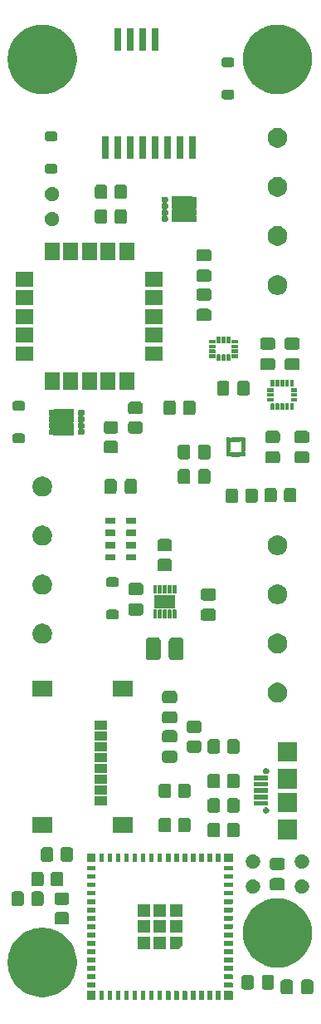
<source format=gbr>
%TF.GenerationSoftware,KiCad,Pcbnew,9.0.1*%
%TF.CreationDate,2025-04-20T11:30:14-04:00*%
%TF.ProjectId,ardentis,61726465-6e74-4697-932e-6b696361645f,A*%
%TF.SameCoordinates,Original*%
%TF.FileFunction,Soldermask,Top*%
%TF.FilePolarity,Negative*%
%FSLAX46Y46*%
G04 Gerber Fmt 4.6, Leading zero omitted, Abs format (unit mm)*
G04 Created by KiCad (PCBNEW 9.0.1) date 2025-04-20 11:30:14*
%MOMM*%
%LPD*%
G01*
G04 APERTURE LIST*
G04 APERTURE END LIST*
G36*
X127914542Y-127914893D02*
G01*
X127926870Y-127923130D01*
X127935107Y-127935458D01*
X127938000Y-127950000D01*
X127938000Y-128750000D01*
X127935107Y-128764542D01*
X127926870Y-128776870D01*
X127914542Y-128785107D01*
X127900000Y-128788000D01*
X127100000Y-128788000D01*
X127085458Y-128785107D01*
X127073130Y-128776870D01*
X127064893Y-128764542D01*
X127062000Y-128750000D01*
X127062000Y-127950000D01*
X127064893Y-127935458D01*
X127073130Y-127923130D01*
X127085458Y-127914893D01*
X127100000Y-127912000D01*
X127900000Y-127912000D01*
X127914542Y-127914893D01*
G37*
G36*
X128764542Y-127914893D02*
G01*
X128776870Y-127923130D01*
X128785107Y-127935458D01*
X128788000Y-127950000D01*
X128788000Y-128750000D01*
X128785107Y-128764542D01*
X128776870Y-128776870D01*
X128764542Y-128785107D01*
X128750000Y-128788000D01*
X128350000Y-128788000D01*
X128335458Y-128785107D01*
X128323130Y-128776870D01*
X128314893Y-128764542D01*
X128312000Y-128750000D01*
X128312000Y-127950000D01*
X128314893Y-127935458D01*
X128323130Y-127923130D01*
X128335458Y-127914893D01*
X128350000Y-127912000D01*
X128750000Y-127912000D01*
X128764542Y-127914893D01*
G37*
G36*
X129614542Y-127914893D02*
G01*
X129626870Y-127923130D01*
X129635107Y-127935458D01*
X129638000Y-127950000D01*
X129638000Y-128750000D01*
X129635107Y-128764542D01*
X129626870Y-128776870D01*
X129614542Y-128785107D01*
X129600000Y-128788000D01*
X129200000Y-128788000D01*
X129185458Y-128785107D01*
X129173130Y-128776870D01*
X129164893Y-128764542D01*
X129162000Y-128750000D01*
X129162000Y-127950000D01*
X129164893Y-127935458D01*
X129173130Y-127923130D01*
X129185458Y-127914893D01*
X129200000Y-127912000D01*
X129600000Y-127912000D01*
X129614542Y-127914893D01*
G37*
G36*
X130464542Y-127914893D02*
G01*
X130476870Y-127923130D01*
X130485107Y-127935458D01*
X130488000Y-127950000D01*
X130488000Y-128750000D01*
X130485107Y-128764542D01*
X130476870Y-128776870D01*
X130464542Y-128785107D01*
X130450000Y-128788000D01*
X130050000Y-128788000D01*
X130035458Y-128785107D01*
X130023130Y-128776870D01*
X130014893Y-128764542D01*
X130012000Y-128750000D01*
X130012000Y-127950000D01*
X130014893Y-127935458D01*
X130023130Y-127923130D01*
X130035458Y-127914893D01*
X130050000Y-127912000D01*
X130450000Y-127912000D01*
X130464542Y-127914893D01*
G37*
G36*
X131314542Y-127914893D02*
G01*
X131326870Y-127923130D01*
X131335107Y-127935458D01*
X131338000Y-127950000D01*
X131338000Y-128750000D01*
X131335107Y-128764542D01*
X131326870Y-128776870D01*
X131314542Y-128785107D01*
X131300000Y-128788000D01*
X130900000Y-128788000D01*
X130885458Y-128785107D01*
X130873130Y-128776870D01*
X130864893Y-128764542D01*
X130862000Y-128750000D01*
X130862000Y-127950000D01*
X130864893Y-127935458D01*
X130873130Y-127923130D01*
X130885458Y-127914893D01*
X130900000Y-127912000D01*
X131300000Y-127912000D01*
X131314542Y-127914893D01*
G37*
G36*
X132164542Y-127914893D02*
G01*
X132176870Y-127923130D01*
X132185107Y-127935458D01*
X132188000Y-127950000D01*
X132188000Y-128750000D01*
X132185107Y-128764542D01*
X132176870Y-128776870D01*
X132164542Y-128785107D01*
X132150000Y-128788000D01*
X131750000Y-128788000D01*
X131735458Y-128785107D01*
X131723130Y-128776870D01*
X131714893Y-128764542D01*
X131712000Y-128750000D01*
X131712000Y-127950000D01*
X131714893Y-127935458D01*
X131723130Y-127923130D01*
X131735458Y-127914893D01*
X131750000Y-127912000D01*
X132150000Y-127912000D01*
X132164542Y-127914893D01*
G37*
G36*
X133014542Y-127914893D02*
G01*
X133026870Y-127923130D01*
X133035107Y-127935458D01*
X133038000Y-127950000D01*
X133038000Y-128750000D01*
X133035107Y-128764542D01*
X133026870Y-128776870D01*
X133014542Y-128785107D01*
X133000000Y-128788000D01*
X132600000Y-128788000D01*
X132585458Y-128785107D01*
X132573130Y-128776870D01*
X132564893Y-128764542D01*
X132562000Y-128750000D01*
X132562000Y-127950000D01*
X132564893Y-127935458D01*
X132573130Y-127923130D01*
X132585458Y-127914893D01*
X132600000Y-127912000D01*
X133000000Y-127912000D01*
X133014542Y-127914893D01*
G37*
G36*
X133864542Y-127914893D02*
G01*
X133876870Y-127923130D01*
X133885107Y-127935458D01*
X133888000Y-127950000D01*
X133888000Y-128750000D01*
X133885107Y-128764542D01*
X133876870Y-128776870D01*
X133864542Y-128785107D01*
X133850000Y-128788000D01*
X133450000Y-128788000D01*
X133435458Y-128785107D01*
X133423130Y-128776870D01*
X133414893Y-128764542D01*
X133412000Y-128750000D01*
X133412000Y-127950000D01*
X133414893Y-127935458D01*
X133423130Y-127923130D01*
X133435458Y-127914893D01*
X133450000Y-127912000D01*
X133850000Y-127912000D01*
X133864542Y-127914893D01*
G37*
G36*
X134714542Y-127914893D02*
G01*
X134726870Y-127923130D01*
X134735107Y-127935458D01*
X134738000Y-127950000D01*
X134738000Y-128750000D01*
X134735107Y-128764542D01*
X134726870Y-128776870D01*
X134714542Y-128785107D01*
X134700000Y-128788000D01*
X134300000Y-128788000D01*
X134285458Y-128785107D01*
X134273130Y-128776870D01*
X134264893Y-128764542D01*
X134262000Y-128750000D01*
X134262000Y-127950000D01*
X134264893Y-127935458D01*
X134273130Y-127923130D01*
X134285458Y-127914893D01*
X134300000Y-127912000D01*
X134700000Y-127912000D01*
X134714542Y-127914893D01*
G37*
G36*
X135564542Y-127914893D02*
G01*
X135576870Y-127923130D01*
X135585107Y-127935458D01*
X135588000Y-127950000D01*
X135588000Y-128750000D01*
X135585107Y-128764542D01*
X135576870Y-128776870D01*
X135564542Y-128785107D01*
X135550000Y-128788000D01*
X135150000Y-128788000D01*
X135135458Y-128785107D01*
X135123130Y-128776870D01*
X135114893Y-128764542D01*
X135112000Y-128750000D01*
X135112000Y-127950000D01*
X135114893Y-127935458D01*
X135123130Y-127923130D01*
X135135458Y-127914893D01*
X135150000Y-127912000D01*
X135550000Y-127912000D01*
X135564542Y-127914893D01*
G37*
G36*
X136414542Y-127914893D02*
G01*
X136426870Y-127923130D01*
X136435107Y-127935458D01*
X136438000Y-127950000D01*
X136438000Y-128750000D01*
X136435107Y-128764542D01*
X136426870Y-128776870D01*
X136414542Y-128785107D01*
X136400000Y-128788000D01*
X136000000Y-128788000D01*
X135985458Y-128785107D01*
X135973130Y-128776870D01*
X135964893Y-128764542D01*
X135962000Y-128750000D01*
X135962000Y-127950000D01*
X135964893Y-127935458D01*
X135973130Y-127923130D01*
X135985458Y-127914893D01*
X136000000Y-127912000D01*
X136400000Y-127912000D01*
X136414542Y-127914893D01*
G37*
G36*
X137264542Y-127914893D02*
G01*
X137276870Y-127923130D01*
X137285107Y-127935458D01*
X137288000Y-127950000D01*
X137288000Y-128750000D01*
X137285107Y-128764542D01*
X137276870Y-128776870D01*
X137264542Y-128785107D01*
X137250000Y-128788000D01*
X136850000Y-128788000D01*
X136835458Y-128785107D01*
X136823130Y-128776870D01*
X136814893Y-128764542D01*
X136812000Y-128750000D01*
X136812000Y-127950000D01*
X136814893Y-127935458D01*
X136823130Y-127923130D01*
X136835458Y-127914893D01*
X136850000Y-127912000D01*
X137250000Y-127912000D01*
X137264542Y-127914893D01*
G37*
G36*
X138114542Y-127914893D02*
G01*
X138126870Y-127923130D01*
X138135107Y-127935458D01*
X138138000Y-127950000D01*
X138138000Y-128750000D01*
X138135107Y-128764542D01*
X138126870Y-128776870D01*
X138114542Y-128785107D01*
X138100000Y-128788000D01*
X137700000Y-128788000D01*
X137685458Y-128785107D01*
X137673130Y-128776870D01*
X137664893Y-128764542D01*
X137662000Y-128750000D01*
X137662000Y-127950000D01*
X137664893Y-127935458D01*
X137673130Y-127923130D01*
X137685458Y-127914893D01*
X137700000Y-127912000D01*
X138100000Y-127912000D01*
X138114542Y-127914893D01*
G37*
G36*
X138964542Y-127914893D02*
G01*
X138976870Y-127923130D01*
X138985107Y-127935458D01*
X138988000Y-127950000D01*
X138988000Y-128750000D01*
X138985107Y-128764542D01*
X138976870Y-128776870D01*
X138964542Y-128785107D01*
X138950000Y-128788000D01*
X138550000Y-128788000D01*
X138535458Y-128785107D01*
X138523130Y-128776870D01*
X138514893Y-128764542D01*
X138512000Y-128750000D01*
X138512000Y-127950000D01*
X138514893Y-127935458D01*
X138523130Y-127923130D01*
X138535458Y-127914893D01*
X138550000Y-127912000D01*
X138950000Y-127912000D01*
X138964542Y-127914893D01*
G37*
G36*
X139814542Y-127914893D02*
G01*
X139826870Y-127923130D01*
X139835107Y-127935458D01*
X139838000Y-127950000D01*
X139838000Y-128750000D01*
X139835107Y-128764542D01*
X139826870Y-128776870D01*
X139814542Y-128785107D01*
X139800000Y-128788000D01*
X139400000Y-128788000D01*
X139385458Y-128785107D01*
X139373130Y-128776870D01*
X139364893Y-128764542D01*
X139362000Y-128750000D01*
X139362000Y-127950000D01*
X139364893Y-127935458D01*
X139373130Y-127923130D01*
X139385458Y-127914893D01*
X139400000Y-127912000D01*
X139800000Y-127912000D01*
X139814542Y-127914893D01*
G37*
G36*
X140664542Y-127914893D02*
G01*
X140676870Y-127923130D01*
X140685107Y-127935458D01*
X140688000Y-127950000D01*
X140688000Y-128750000D01*
X140685107Y-128764542D01*
X140676870Y-128776870D01*
X140664542Y-128785107D01*
X140650000Y-128788000D01*
X140250000Y-128788000D01*
X140235458Y-128785107D01*
X140223130Y-128776870D01*
X140214893Y-128764542D01*
X140212000Y-128750000D01*
X140212000Y-127950000D01*
X140214893Y-127935458D01*
X140223130Y-127923130D01*
X140235458Y-127914893D01*
X140250000Y-127912000D01*
X140650000Y-127912000D01*
X140664542Y-127914893D01*
G37*
G36*
X141914542Y-127914893D02*
G01*
X141926870Y-127923130D01*
X141935107Y-127935458D01*
X141938000Y-127950000D01*
X141938000Y-128750000D01*
X141935107Y-128764542D01*
X141926870Y-128776870D01*
X141914542Y-128785107D01*
X141900000Y-128788000D01*
X141100000Y-128788000D01*
X141085458Y-128785107D01*
X141073130Y-128776870D01*
X141064893Y-128764542D01*
X141062000Y-128750000D01*
X141062000Y-127950000D01*
X141064893Y-127935458D01*
X141073130Y-127923130D01*
X141085458Y-127914893D01*
X141100000Y-127912000D01*
X141900000Y-127912000D01*
X141914542Y-127914893D01*
G37*
G36*
X123019132Y-121500294D02*
G01*
X123359664Y-121568029D01*
X123691916Y-121668817D01*
X124012690Y-121801686D01*
X124318896Y-121965356D01*
X124607584Y-122158252D01*
X124875976Y-122378515D01*
X125121485Y-122624024D01*
X125341748Y-122892416D01*
X125534644Y-123181104D01*
X125698314Y-123487310D01*
X125831183Y-123808084D01*
X125931971Y-124140336D01*
X125999706Y-124480868D01*
X126033738Y-124826399D01*
X126033738Y-125173601D01*
X125999706Y-125519132D01*
X125931971Y-125859664D01*
X125831183Y-126191916D01*
X125698314Y-126512690D01*
X125534644Y-126818896D01*
X125341748Y-127107584D01*
X125121485Y-127375976D01*
X124875976Y-127621485D01*
X124607584Y-127841748D01*
X124318896Y-128034644D01*
X124012690Y-128198314D01*
X123691916Y-128331183D01*
X123359664Y-128431971D01*
X123019132Y-128499706D01*
X122673601Y-128533738D01*
X122326399Y-128533738D01*
X121980868Y-128499706D01*
X121640336Y-128431971D01*
X121308084Y-128331183D01*
X120987310Y-128198314D01*
X120681104Y-128034644D01*
X120392416Y-127841748D01*
X120124024Y-127621485D01*
X119878515Y-127375976D01*
X119658252Y-127107584D01*
X119465356Y-126818896D01*
X119301686Y-126512690D01*
X119168817Y-126191916D01*
X119068029Y-125859664D01*
X119000294Y-125519132D01*
X118966262Y-125173601D01*
X118966262Y-124826399D01*
X119000294Y-124480868D01*
X119068029Y-124140336D01*
X119168817Y-123808084D01*
X119301686Y-123487310D01*
X119465356Y-123181104D01*
X119658252Y-122892416D01*
X119878515Y-122624024D01*
X120124024Y-122378515D01*
X120392416Y-122158252D01*
X120681104Y-121965356D01*
X120987310Y-121801686D01*
X121308084Y-121668817D01*
X121640336Y-121568029D01*
X121980868Y-121500294D01*
X122326399Y-121466262D01*
X122673601Y-121466262D01*
X123019132Y-121500294D01*
G37*
G36*
X147865938Y-126744650D02*
G01*
X147870653Y-126746732D01*
X147873326Y-126747084D01*
X147906770Y-126762679D01*
X147962759Y-126787401D01*
X148037599Y-126862241D01*
X148062330Y-126918251D01*
X148077915Y-126951673D01*
X148078266Y-126954343D01*
X148080350Y-126959062D01*
X148088000Y-127025000D01*
X148088000Y-127975000D01*
X148080350Y-128040938D01*
X148078266Y-128045656D01*
X148077915Y-128048326D01*
X148062338Y-128081730D01*
X148037599Y-128137759D01*
X147962759Y-128212599D01*
X147906730Y-128237338D01*
X147873326Y-128252915D01*
X147870656Y-128253266D01*
X147865938Y-128255350D01*
X147800000Y-128263000D01*
X147125000Y-128263000D01*
X147059062Y-128255350D01*
X147054343Y-128253266D01*
X147051673Y-128252915D01*
X147018251Y-128237330D01*
X146962241Y-128212599D01*
X146887401Y-128137759D01*
X146862679Y-128081770D01*
X146847084Y-128048326D01*
X146846732Y-128045653D01*
X146844650Y-128040938D01*
X146837000Y-127975000D01*
X146837000Y-127025000D01*
X146844650Y-126959062D01*
X146846732Y-126954346D01*
X146847084Y-126951673D01*
X146862687Y-126918210D01*
X146887401Y-126862241D01*
X146962241Y-126787401D01*
X147018210Y-126762687D01*
X147051673Y-126747084D01*
X147054346Y-126746732D01*
X147059062Y-126744650D01*
X147125000Y-126737000D01*
X147800000Y-126737000D01*
X147865938Y-126744650D01*
G37*
G36*
X149940938Y-126744650D02*
G01*
X149945653Y-126746732D01*
X149948326Y-126747084D01*
X149981770Y-126762679D01*
X150037759Y-126787401D01*
X150112599Y-126862241D01*
X150137330Y-126918251D01*
X150152915Y-126951673D01*
X150153266Y-126954343D01*
X150155350Y-126959062D01*
X150163000Y-127025000D01*
X150163000Y-127975000D01*
X150155350Y-128040938D01*
X150153266Y-128045656D01*
X150152915Y-128048326D01*
X150137338Y-128081730D01*
X150112599Y-128137759D01*
X150037759Y-128212599D01*
X149981730Y-128237338D01*
X149948326Y-128252915D01*
X149945656Y-128253266D01*
X149940938Y-128255350D01*
X149875000Y-128263000D01*
X149200000Y-128263000D01*
X149134062Y-128255350D01*
X149129343Y-128253266D01*
X149126673Y-128252915D01*
X149093251Y-128237330D01*
X149037241Y-128212599D01*
X148962401Y-128137759D01*
X148937679Y-128081770D01*
X148922084Y-128048326D01*
X148921732Y-128045653D01*
X148919650Y-128040938D01*
X148912000Y-127975000D01*
X148912000Y-127025000D01*
X148919650Y-126959062D01*
X148921732Y-126954346D01*
X148922084Y-126951673D01*
X148937687Y-126918210D01*
X148962401Y-126862241D01*
X149037241Y-126787401D01*
X149093210Y-126762687D01*
X149126673Y-126747084D01*
X149129346Y-126746732D01*
X149134062Y-126744650D01*
X149200000Y-126737000D01*
X149875000Y-126737000D01*
X149940938Y-126744650D01*
G37*
G36*
X143865938Y-126244650D02*
G01*
X143870653Y-126246732D01*
X143873326Y-126247084D01*
X143906770Y-126262679D01*
X143962759Y-126287401D01*
X144037599Y-126362241D01*
X144062330Y-126418251D01*
X144077915Y-126451673D01*
X144078266Y-126454343D01*
X144080350Y-126459062D01*
X144088000Y-126525000D01*
X144088000Y-127475000D01*
X144080350Y-127540938D01*
X144078266Y-127545656D01*
X144077915Y-127548326D01*
X144062338Y-127581730D01*
X144037599Y-127637759D01*
X143962759Y-127712599D01*
X143906730Y-127737338D01*
X143873326Y-127752915D01*
X143870656Y-127753266D01*
X143865938Y-127755350D01*
X143800000Y-127763000D01*
X143125000Y-127763000D01*
X143059062Y-127755350D01*
X143054343Y-127753266D01*
X143051673Y-127752915D01*
X143018251Y-127737330D01*
X142962241Y-127712599D01*
X142887401Y-127637759D01*
X142862679Y-127581770D01*
X142847084Y-127548326D01*
X142846732Y-127545653D01*
X142844650Y-127540938D01*
X142837000Y-127475000D01*
X142837000Y-126525000D01*
X142844650Y-126459062D01*
X142846732Y-126454346D01*
X142847084Y-126451673D01*
X142862687Y-126418210D01*
X142887401Y-126362241D01*
X142962241Y-126287401D01*
X143018210Y-126262687D01*
X143051673Y-126247084D01*
X143054346Y-126246732D01*
X143059062Y-126244650D01*
X143125000Y-126237000D01*
X143800000Y-126237000D01*
X143865938Y-126244650D01*
G37*
G36*
X145940938Y-126244650D02*
G01*
X145945653Y-126246732D01*
X145948326Y-126247084D01*
X145981770Y-126262679D01*
X146037759Y-126287401D01*
X146112599Y-126362241D01*
X146137330Y-126418251D01*
X146152915Y-126451673D01*
X146153266Y-126454343D01*
X146155350Y-126459062D01*
X146163000Y-126525000D01*
X146163000Y-127475000D01*
X146155350Y-127540938D01*
X146153266Y-127545656D01*
X146152915Y-127548326D01*
X146137338Y-127581730D01*
X146112599Y-127637759D01*
X146037759Y-127712599D01*
X145981730Y-127737338D01*
X145948326Y-127752915D01*
X145945656Y-127753266D01*
X145940938Y-127755350D01*
X145875000Y-127763000D01*
X145200000Y-127763000D01*
X145134062Y-127755350D01*
X145129343Y-127753266D01*
X145126673Y-127752915D01*
X145093251Y-127737330D01*
X145037241Y-127712599D01*
X144962401Y-127637759D01*
X144937679Y-127581770D01*
X144922084Y-127548326D01*
X144921732Y-127545653D01*
X144919650Y-127540938D01*
X144912000Y-127475000D01*
X144912000Y-126525000D01*
X144919650Y-126459062D01*
X144921732Y-126454346D01*
X144922084Y-126451673D01*
X144937687Y-126418210D01*
X144962401Y-126362241D01*
X145037241Y-126287401D01*
X145093210Y-126262687D01*
X145126673Y-126247084D01*
X145129346Y-126246732D01*
X145134062Y-126244650D01*
X145200000Y-126237000D01*
X145875000Y-126237000D01*
X145940938Y-126244650D01*
G37*
G36*
X127914542Y-127064893D02*
G01*
X127926870Y-127073130D01*
X127935107Y-127085458D01*
X127938000Y-127100000D01*
X127938000Y-127500000D01*
X127935107Y-127514542D01*
X127926870Y-127526870D01*
X127914542Y-127535107D01*
X127900000Y-127538000D01*
X127100000Y-127538000D01*
X127085458Y-127535107D01*
X127073130Y-127526870D01*
X127064893Y-127514542D01*
X127062000Y-127500000D01*
X127062000Y-127100000D01*
X127064893Y-127085458D01*
X127073130Y-127073130D01*
X127085458Y-127064893D01*
X127100000Y-127062000D01*
X127900000Y-127062000D01*
X127914542Y-127064893D01*
G37*
G36*
X141914542Y-127064893D02*
G01*
X141926870Y-127073130D01*
X141935107Y-127085458D01*
X141938000Y-127100000D01*
X141938000Y-127500000D01*
X141935107Y-127514542D01*
X141926870Y-127526870D01*
X141914542Y-127535107D01*
X141900000Y-127538000D01*
X141100000Y-127538000D01*
X141085458Y-127535107D01*
X141073130Y-127526870D01*
X141064893Y-127514542D01*
X141062000Y-127500000D01*
X141062000Y-127100000D01*
X141064893Y-127085458D01*
X141073130Y-127073130D01*
X141085458Y-127064893D01*
X141100000Y-127062000D01*
X141900000Y-127062000D01*
X141914542Y-127064893D01*
G37*
G36*
X127914542Y-126214893D02*
G01*
X127926870Y-126223130D01*
X127935107Y-126235458D01*
X127938000Y-126250000D01*
X127938000Y-126650000D01*
X127935107Y-126664542D01*
X127926870Y-126676870D01*
X127914542Y-126685107D01*
X127900000Y-126688000D01*
X127100000Y-126688000D01*
X127085458Y-126685107D01*
X127073130Y-126676870D01*
X127064893Y-126664542D01*
X127062000Y-126650000D01*
X127062000Y-126250000D01*
X127064893Y-126235458D01*
X127073130Y-126223130D01*
X127085458Y-126214893D01*
X127100000Y-126212000D01*
X127900000Y-126212000D01*
X127914542Y-126214893D01*
G37*
G36*
X141914542Y-126214893D02*
G01*
X141926870Y-126223130D01*
X141935107Y-126235458D01*
X141938000Y-126250000D01*
X141938000Y-126650000D01*
X141935107Y-126664542D01*
X141926870Y-126676870D01*
X141914542Y-126685107D01*
X141900000Y-126688000D01*
X141100000Y-126688000D01*
X141085458Y-126685107D01*
X141073130Y-126676870D01*
X141064893Y-126664542D01*
X141062000Y-126650000D01*
X141062000Y-126250000D01*
X141064893Y-126235458D01*
X141073130Y-126223130D01*
X141085458Y-126214893D01*
X141100000Y-126212000D01*
X141900000Y-126212000D01*
X141914542Y-126214893D01*
G37*
G36*
X127914542Y-125364893D02*
G01*
X127926870Y-125373130D01*
X127935107Y-125385458D01*
X127938000Y-125400000D01*
X127938000Y-125800000D01*
X127935107Y-125814542D01*
X127926870Y-125826870D01*
X127914542Y-125835107D01*
X127900000Y-125838000D01*
X127100000Y-125838000D01*
X127085458Y-125835107D01*
X127073130Y-125826870D01*
X127064893Y-125814542D01*
X127062000Y-125800000D01*
X127062000Y-125400000D01*
X127064893Y-125385458D01*
X127073130Y-125373130D01*
X127085458Y-125364893D01*
X127100000Y-125362000D01*
X127900000Y-125362000D01*
X127914542Y-125364893D01*
G37*
G36*
X141914542Y-125364893D02*
G01*
X141926870Y-125373130D01*
X141935107Y-125385458D01*
X141938000Y-125400000D01*
X141938000Y-125800000D01*
X141935107Y-125814542D01*
X141926870Y-125826870D01*
X141914542Y-125835107D01*
X141900000Y-125838000D01*
X141100000Y-125838000D01*
X141085458Y-125835107D01*
X141073130Y-125826870D01*
X141064893Y-125814542D01*
X141062000Y-125800000D01*
X141062000Y-125400000D01*
X141064893Y-125385458D01*
X141073130Y-125373130D01*
X141085458Y-125364893D01*
X141100000Y-125362000D01*
X141900000Y-125362000D01*
X141914542Y-125364893D01*
G37*
G36*
X147019132Y-118500294D02*
G01*
X147359664Y-118568029D01*
X147691916Y-118668817D01*
X148012690Y-118801686D01*
X148318896Y-118965356D01*
X148607584Y-119158252D01*
X148875976Y-119378515D01*
X149121485Y-119624024D01*
X149341748Y-119892416D01*
X149534644Y-120181104D01*
X149698314Y-120487310D01*
X149831183Y-120808084D01*
X149931971Y-121140336D01*
X149999706Y-121480868D01*
X150033738Y-121826399D01*
X150033738Y-122173601D01*
X149999706Y-122519132D01*
X149931971Y-122859664D01*
X149831183Y-123191916D01*
X149698314Y-123512690D01*
X149534644Y-123818896D01*
X149341748Y-124107584D01*
X149121485Y-124375976D01*
X148875976Y-124621485D01*
X148607584Y-124841748D01*
X148318896Y-125034644D01*
X148012690Y-125198314D01*
X147691916Y-125331183D01*
X147359664Y-125431971D01*
X147019132Y-125499706D01*
X146673601Y-125533738D01*
X146326399Y-125533738D01*
X145980868Y-125499706D01*
X145640336Y-125431971D01*
X145308084Y-125331183D01*
X144987310Y-125198314D01*
X144681104Y-125034644D01*
X144392416Y-124841748D01*
X144124024Y-124621485D01*
X143878515Y-124375976D01*
X143658252Y-124107584D01*
X143465356Y-123818896D01*
X143301686Y-123512690D01*
X143168817Y-123191916D01*
X143068029Y-122859664D01*
X143000294Y-122519132D01*
X142966262Y-122173601D01*
X142966262Y-121826399D01*
X143000294Y-121480868D01*
X143068029Y-121140336D01*
X143168817Y-120808084D01*
X143301686Y-120487310D01*
X143465356Y-120181104D01*
X143658252Y-119892416D01*
X143878515Y-119624024D01*
X144124024Y-119378515D01*
X144392416Y-119158252D01*
X144681104Y-118965356D01*
X144987310Y-118801686D01*
X145308084Y-118668817D01*
X145640336Y-118568029D01*
X145980868Y-118500294D01*
X146326399Y-118466262D01*
X146673601Y-118466262D01*
X147019132Y-118500294D01*
G37*
G36*
X127914542Y-124514893D02*
G01*
X127926870Y-124523130D01*
X127935107Y-124535458D01*
X127938000Y-124550000D01*
X127938000Y-124950000D01*
X127935107Y-124964542D01*
X127926870Y-124976870D01*
X127914542Y-124985107D01*
X127900000Y-124988000D01*
X127100000Y-124988000D01*
X127085458Y-124985107D01*
X127073130Y-124976870D01*
X127064893Y-124964542D01*
X127062000Y-124950000D01*
X127062000Y-124550000D01*
X127064893Y-124535458D01*
X127073130Y-124523130D01*
X127085458Y-124514893D01*
X127100000Y-124512000D01*
X127900000Y-124512000D01*
X127914542Y-124514893D01*
G37*
G36*
X141914542Y-124514893D02*
G01*
X141926870Y-124523130D01*
X141935107Y-124535458D01*
X141938000Y-124550000D01*
X141938000Y-124950000D01*
X141935107Y-124964542D01*
X141926870Y-124976870D01*
X141914542Y-124985107D01*
X141900000Y-124988000D01*
X141100000Y-124988000D01*
X141085458Y-124985107D01*
X141073130Y-124976870D01*
X141064893Y-124964542D01*
X141062000Y-124950000D01*
X141062000Y-124550000D01*
X141064893Y-124535458D01*
X141073130Y-124523130D01*
X141085458Y-124514893D01*
X141100000Y-124512000D01*
X141900000Y-124512000D01*
X141914542Y-124514893D01*
G37*
G36*
X127914542Y-123664893D02*
G01*
X127926870Y-123673130D01*
X127935107Y-123685458D01*
X127938000Y-123700000D01*
X127938000Y-124100000D01*
X127935107Y-124114542D01*
X127926870Y-124126870D01*
X127914542Y-124135107D01*
X127900000Y-124138000D01*
X127100000Y-124138000D01*
X127085458Y-124135107D01*
X127073130Y-124126870D01*
X127064893Y-124114542D01*
X127062000Y-124100000D01*
X127062000Y-123700000D01*
X127064893Y-123685458D01*
X127073130Y-123673130D01*
X127085458Y-123664893D01*
X127100000Y-123662000D01*
X127900000Y-123662000D01*
X127914542Y-123664893D01*
G37*
G36*
X141914542Y-123664893D02*
G01*
X141926870Y-123673130D01*
X141935107Y-123685458D01*
X141938000Y-123700000D01*
X141938000Y-124100000D01*
X141935107Y-124114542D01*
X141926870Y-124126870D01*
X141914542Y-124135107D01*
X141900000Y-124138000D01*
X141100000Y-124138000D01*
X141085458Y-124135107D01*
X141073130Y-124126870D01*
X141064893Y-124114542D01*
X141062000Y-124100000D01*
X141062000Y-123700000D01*
X141064893Y-123685458D01*
X141073130Y-123673130D01*
X141085458Y-123664893D01*
X141100000Y-123662000D01*
X141900000Y-123662000D01*
X141914542Y-123664893D01*
G37*
G36*
X133464542Y-122364893D02*
G01*
X133476870Y-122373130D01*
X133485107Y-122385458D01*
X133488000Y-122400000D01*
X133488000Y-123600000D01*
X133485107Y-123614542D01*
X133476870Y-123626870D01*
X133464542Y-123635107D01*
X133450000Y-123638000D01*
X132250000Y-123638000D01*
X132235458Y-123635107D01*
X132223130Y-123626870D01*
X132214893Y-123614542D01*
X132212000Y-123600000D01*
X132212000Y-122400000D01*
X132214893Y-122385458D01*
X132223130Y-122373130D01*
X132235458Y-122364893D01*
X132250000Y-122362000D01*
X133450000Y-122362000D01*
X133464542Y-122364893D01*
G37*
G36*
X135114542Y-122364893D02*
G01*
X135126870Y-122373130D01*
X135135107Y-122385458D01*
X135138000Y-122400000D01*
X135138000Y-123600000D01*
X135135107Y-123614542D01*
X135126870Y-123626870D01*
X135114542Y-123635107D01*
X135100000Y-123638000D01*
X133900000Y-123638000D01*
X133885458Y-123635107D01*
X133873130Y-123626870D01*
X133864893Y-123614542D01*
X133862000Y-123600000D01*
X133862000Y-122400000D01*
X133864893Y-122385458D01*
X133873130Y-122373130D01*
X133885458Y-122364893D01*
X133900000Y-122362000D01*
X135100000Y-122362000D01*
X135114542Y-122364893D01*
G37*
G36*
X136764542Y-122364893D02*
G01*
X136776870Y-122373130D01*
X136785107Y-122385458D01*
X136788000Y-122400000D01*
X136788000Y-123204000D01*
X136787270Y-123211413D01*
X136781596Y-123225112D01*
X136776870Y-123230870D01*
X136380870Y-123626870D01*
X136375112Y-123631596D01*
X136361413Y-123637270D01*
X136354000Y-123638000D01*
X136351551Y-123638000D01*
X135554924Y-123638000D01*
X135550000Y-123638000D01*
X135535458Y-123635107D01*
X135523130Y-123626870D01*
X135514893Y-123614542D01*
X135512000Y-123600000D01*
X135512000Y-122400000D01*
X135514893Y-122385458D01*
X135523130Y-122373130D01*
X135535458Y-122364893D01*
X135550000Y-122362000D01*
X136750000Y-122362000D01*
X136764542Y-122364893D01*
G37*
G36*
X127914542Y-122814893D02*
G01*
X127926870Y-122823130D01*
X127935107Y-122835458D01*
X127938000Y-122850000D01*
X127938000Y-123250000D01*
X127935107Y-123264542D01*
X127926870Y-123276870D01*
X127914542Y-123285107D01*
X127900000Y-123288000D01*
X127100000Y-123288000D01*
X127085458Y-123285107D01*
X127073130Y-123276870D01*
X127064893Y-123264542D01*
X127062000Y-123250000D01*
X127062000Y-122850000D01*
X127064893Y-122835458D01*
X127073130Y-122823130D01*
X127085458Y-122814893D01*
X127100000Y-122812000D01*
X127900000Y-122812000D01*
X127914542Y-122814893D01*
G37*
G36*
X141914542Y-122814893D02*
G01*
X141926870Y-122823130D01*
X141935107Y-122835458D01*
X141938000Y-122850000D01*
X141938000Y-123250000D01*
X141935107Y-123264542D01*
X141926870Y-123276870D01*
X141914542Y-123285107D01*
X141900000Y-123288000D01*
X141100000Y-123288000D01*
X141085458Y-123285107D01*
X141073130Y-123276870D01*
X141064893Y-123264542D01*
X141062000Y-123250000D01*
X141062000Y-122850000D01*
X141064893Y-122835458D01*
X141073130Y-122823130D01*
X141085458Y-122814893D01*
X141100000Y-122812000D01*
X141900000Y-122812000D01*
X141914542Y-122814893D01*
G37*
G36*
X127914542Y-121964893D02*
G01*
X127926870Y-121973130D01*
X127935107Y-121985458D01*
X127938000Y-122000000D01*
X127938000Y-122400000D01*
X127935107Y-122414542D01*
X127926870Y-122426870D01*
X127914542Y-122435107D01*
X127900000Y-122438000D01*
X127100000Y-122438000D01*
X127085458Y-122435107D01*
X127073130Y-122426870D01*
X127064893Y-122414542D01*
X127062000Y-122400000D01*
X127062000Y-122000000D01*
X127064893Y-121985458D01*
X127073130Y-121973130D01*
X127085458Y-121964893D01*
X127100000Y-121962000D01*
X127900000Y-121962000D01*
X127914542Y-121964893D01*
G37*
G36*
X141914542Y-121964893D02*
G01*
X141926870Y-121973130D01*
X141935107Y-121985458D01*
X141938000Y-122000000D01*
X141938000Y-122400000D01*
X141935107Y-122414542D01*
X141926870Y-122426870D01*
X141914542Y-122435107D01*
X141900000Y-122438000D01*
X141100000Y-122438000D01*
X141085458Y-122435107D01*
X141073130Y-122426870D01*
X141064893Y-122414542D01*
X141062000Y-122400000D01*
X141062000Y-122000000D01*
X141064893Y-121985458D01*
X141073130Y-121973130D01*
X141085458Y-121964893D01*
X141100000Y-121962000D01*
X141900000Y-121962000D01*
X141914542Y-121964893D01*
G37*
G36*
X133464542Y-120714893D02*
G01*
X133476870Y-120723130D01*
X133485107Y-120735458D01*
X133488000Y-120750000D01*
X133488000Y-121950000D01*
X133485107Y-121964542D01*
X133476870Y-121976870D01*
X133464542Y-121985107D01*
X133450000Y-121988000D01*
X132250000Y-121988000D01*
X132235458Y-121985107D01*
X132223130Y-121976870D01*
X132214893Y-121964542D01*
X132212000Y-121950000D01*
X132212000Y-120750000D01*
X132214893Y-120735458D01*
X132223130Y-120723130D01*
X132235458Y-120714893D01*
X132250000Y-120712000D01*
X133450000Y-120712000D01*
X133464542Y-120714893D01*
G37*
G36*
X135114542Y-120714893D02*
G01*
X135126870Y-120723130D01*
X135135107Y-120735458D01*
X135138000Y-120750000D01*
X135138000Y-121950000D01*
X135135107Y-121964542D01*
X135126870Y-121976870D01*
X135114542Y-121985107D01*
X135100000Y-121988000D01*
X133900000Y-121988000D01*
X133885458Y-121985107D01*
X133873130Y-121976870D01*
X133864893Y-121964542D01*
X133862000Y-121950000D01*
X133862000Y-120750000D01*
X133864893Y-120735458D01*
X133873130Y-120723130D01*
X133885458Y-120714893D01*
X133900000Y-120712000D01*
X135100000Y-120712000D01*
X135114542Y-120714893D01*
G37*
G36*
X136764542Y-120714893D02*
G01*
X136776870Y-120723130D01*
X136785107Y-120735458D01*
X136788000Y-120750000D01*
X136788000Y-121950000D01*
X136785107Y-121964542D01*
X136776870Y-121976870D01*
X136764542Y-121985107D01*
X136750000Y-121988000D01*
X135550000Y-121988000D01*
X135535458Y-121985107D01*
X135523130Y-121976870D01*
X135514893Y-121964542D01*
X135512000Y-121950000D01*
X135512000Y-120750000D01*
X135514893Y-120735458D01*
X135523130Y-120723130D01*
X135535458Y-120714893D01*
X135550000Y-120712000D01*
X136750000Y-120712000D01*
X136764542Y-120714893D01*
G37*
G36*
X127914542Y-121114893D02*
G01*
X127926870Y-121123130D01*
X127935107Y-121135458D01*
X127938000Y-121150000D01*
X127938000Y-121550000D01*
X127935107Y-121564542D01*
X127926870Y-121576870D01*
X127914542Y-121585107D01*
X127900000Y-121588000D01*
X127100000Y-121588000D01*
X127085458Y-121585107D01*
X127073130Y-121576870D01*
X127064893Y-121564542D01*
X127062000Y-121550000D01*
X127062000Y-121150000D01*
X127064893Y-121135458D01*
X127073130Y-121123130D01*
X127085458Y-121114893D01*
X127100000Y-121112000D01*
X127900000Y-121112000D01*
X127914542Y-121114893D01*
G37*
G36*
X141914542Y-121114893D02*
G01*
X141926870Y-121123130D01*
X141935107Y-121135458D01*
X141938000Y-121150000D01*
X141938000Y-121550000D01*
X141935107Y-121564542D01*
X141926870Y-121576870D01*
X141914542Y-121585107D01*
X141900000Y-121588000D01*
X141100000Y-121588000D01*
X141085458Y-121585107D01*
X141073130Y-121576870D01*
X141064893Y-121564542D01*
X141062000Y-121550000D01*
X141062000Y-121150000D01*
X141064893Y-121135458D01*
X141073130Y-121123130D01*
X141085458Y-121114893D01*
X141100000Y-121112000D01*
X141900000Y-121112000D01*
X141914542Y-121114893D01*
G37*
G36*
X125015938Y-119869650D02*
G01*
X125020653Y-119871732D01*
X125023326Y-119872084D01*
X125056770Y-119887679D01*
X125112759Y-119912401D01*
X125187599Y-119987241D01*
X125212330Y-120043251D01*
X125227915Y-120076673D01*
X125228266Y-120079343D01*
X125230350Y-120084062D01*
X125238000Y-120150000D01*
X125238000Y-120850000D01*
X125230350Y-120915938D01*
X125228266Y-120920656D01*
X125227915Y-120923326D01*
X125212338Y-120956730D01*
X125187599Y-121012759D01*
X125112759Y-121087599D01*
X125056730Y-121112338D01*
X125023326Y-121127915D01*
X125020656Y-121128266D01*
X125015938Y-121130350D01*
X124950000Y-121138000D01*
X124050000Y-121138000D01*
X123984062Y-121130350D01*
X123979343Y-121128266D01*
X123976673Y-121127915D01*
X123943251Y-121112330D01*
X123887241Y-121087599D01*
X123812401Y-121012759D01*
X123787679Y-120956770D01*
X123772084Y-120923326D01*
X123771732Y-120920653D01*
X123769650Y-120915938D01*
X123762000Y-120850000D01*
X123762000Y-120150000D01*
X123769650Y-120084062D01*
X123771732Y-120079346D01*
X123772084Y-120076673D01*
X123787687Y-120043210D01*
X123812401Y-119987241D01*
X123887241Y-119912401D01*
X123943210Y-119887687D01*
X123976673Y-119872084D01*
X123979346Y-119871732D01*
X123984062Y-119869650D01*
X124050000Y-119862000D01*
X124950000Y-119862000D01*
X125015938Y-119869650D01*
G37*
G36*
X127914542Y-120264893D02*
G01*
X127926870Y-120273130D01*
X127935107Y-120285458D01*
X127938000Y-120300000D01*
X127938000Y-120700000D01*
X127935107Y-120714542D01*
X127926870Y-120726870D01*
X127914542Y-120735107D01*
X127900000Y-120738000D01*
X127100000Y-120738000D01*
X127085458Y-120735107D01*
X127073130Y-120726870D01*
X127064893Y-120714542D01*
X127062000Y-120700000D01*
X127062000Y-120300000D01*
X127064893Y-120285458D01*
X127073130Y-120273130D01*
X127085458Y-120264893D01*
X127100000Y-120262000D01*
X127900000Y-120262000D01*
X127914542Y-120264893D01*
G37*
G36*
X141914542Y-120264893D02*
G01*
X141926870Y-120273130D01*
X141935107Y-120285458D01*
X141938000Y-120300000D01*
X141938000Y-120700000D01*
X141935107Y-120714542D01*
X141926870Y-120726870D01*
X141914542Y-120735107D01*
X141900000Y-120738000D01*
X141100000Y-120738000D01*
X141085458Y-120735107D01*
X141073130Y-120726870D01*
X141064893Y-120714542D01*
X141062000Y-120700000D01*
X141062000Y-120300000D01*
X141064893Y-120285458D01*
X141073130Y-120273130D01*
X141085458Y-120264893D01*
X141100000Y-120262000D01*
X141900000Y-120262000D01*
X141914542Y-120264893D01*
G37*
G36*
X133464542Y-119064893D02*
G01*
X133476870Y-119073130D01*
X133485107Y-119085458D01*
X133488000Y-119100000D01*
X133488000Y-120300000D01*
X133485107Y-120314542D01*
X133476870Y-120326870D01*
X133464542Y-120335107D01*
X133450000Y-120338000D01*
X132250000Y-120338000D01*
X132235458Y-120335107D01*
X132223130Y-120326870D01*
X132214893Y-120314542D01*
X132212000Y-120300000D01*
X132212000Y-119100000D01*
X132214893Y-119085458D01*
X132223130Y-119073130D01*
X132235458Y-119064893D01*
X132250000Y-119062000D01*
X133450000Y-119062000D01*
X133464542Y-119064893D01*
G37*
G36*
X135114542Y-119064893D02*
G01*
X135126870Y-119073130D01*
X135135107Y-119085458D01*
X135138000Y-119100000D01*
X135138000Y-120300000D01*
X135135107Y-120314542D01*
X135126870Y-120326870D01*
X135114542Y-120335107D01*
X135100000Y-120338000D01*
X133900000Y-120338000D01*
X133885458Y-120335107D01*
X133873130Y-120326870D01*
X133864893Y-120314542D01*
X133862000Y-120300000D01*
X133862000Y-119100000D01*
X133864893Y-119085458D01*
X133873130Y-119073130D01*
X133885458Y-119064893D01*
X133900000Y-119062000D01*
X135100000Y-119062000D01*
X135114542Y-119064893D01*
G37*
G36*
X136764542Y-119064893D02*
G01*
X136776870Y-119073130D01*
X136785107Y-119085458D01*
X136788000Y-119100000D01*
X136788000Y-120300000D01*
X136785107Y-120314542D01*
X136776870Y-120326870D01*
X136764542Y-120335107D01*
X136750000Y-120338000D01*
X135550000Y-120338000D01*
X135535458Y-120335107D01*
X135523130Y-120326870D01*
X135514893Y-120314542D01*
X135512000Y-120300000D01*
X135512000Y-119100000D01*
X135514893Y-119085458D01*
X135523130Y-119073130D01*
X135535458Y-119064893D01*
X135550000Y-119062000D01*
X136750000Y-119062000D01*
X136764542Y-119064893D01*
G37*
G36*
X127914542Y-119414893D02*
G01*
X127926870Y-119423130D01*
X127935107Y-119435458D01*
X127938000Y-119450000D01*
X127938000Y-119850000D01*
X127935107Y-119864542D01*
X127926870Y-119876870D01*
X127914542Y-119885107D01*
X127900000Y-119888000D01*
X127100000Y-119888000D01*
X127085458Y-119885107D01*
X127073130Y-119876870D01*
X127064893Y-119864542D01*
X127062000Y-119850000D01*
X127062000Y-119450000D01*
X127064893Y-119435458D01*
X127073130Y-119423130D01*
X127085458Y-119414893D01*
X127100000Y-119412000D01*
X127900000Y-119412000D01*
X127914542Y-119414893D01*
G37*
G36*
X141914542Y-119414893D02*
G01*
X141926870Y-119423130D01*
X141935107Y-119435458D01*
X141938000Y-119450000D01*
X141938000Y-119850000D01*
X141935107Y-119864542D01*
X141926870Y-119876870D01*
X141914542Y-119885107D01*
X141900000Y-119888000D01*
X141100000Y-119888000D01*
X141085458Y-119885107D01*
X141073130Y-119876870D01*
X141064893Y-119864542D01*
X141062000Y-119850000D01*
X141062000Y-119450000D01*
X141064893Y-119435458D01*
X141073130Y-119423130D01*
X141085458Y-119414893D01*
X141100000Y-119412000D01*
X141900000Y-119412000D01*
X141914542Y-119414893D01*
G37*
G36*
X120415938Y-117769650D02*
G01*
X120420653Y-117771732D01*
X120423326Y-117772084D01*
X120456770Y-117787679D01*
X120512759Y-117812401D01*
X120587599Y-117887241D01*
X120612330Y-117943251D01*
X120627915Y-117976673D01*
X120628266Y-117979343D01*
X120630350Y-117984062D01*
X120638000Y-118050000D01*
X120638000Y-118950000D01*
X120630350Y-119015938D01*
X120628266Y-119020656D01*
X120627915Y-119023326D01*
X120612338Y-119056730D01*
X120587599Y-119112759D01*
X120512759Y-119187599D01*
X120456730Y-119212338D01*
X120423326Y-119227915D01*
X120420656Y-119228266D01*
X120415938Y-119230350D01*
X120350000Y-119238000D01*
X119650000Y-119238000D01*
X119584062Y-119230350D01*
X119579343Y-119228266D01*
X119576673Y-119227915D01*
X119543251Y-119212330D01*
X119487241Y-119187599D01*
X119412401Y-119112759D01*
X119387679Y-119056770D01*
X119372084Y-119023326D01*
X119371732Y-119020653D01*
X119369650Y-119015938D01*
X119362000Y-118950000D01*
X119362000Y-118050000D01*
X119369650Y-117984062D01*
X119371732Y-117979346D01*
X119372084Y-117976673D01*
X119387687Y-117943210D01*
X119412401Y-117887241D01*
X119487241Y-117812401D01*
X119543210Y-117787687D01*
X119576673Y-117772084D01*
X119579346Y-117771732D01*
X119584062Y-117769650D01*
X119650000Y-117762000D01*
X120350000Y-117762000D01*
X120415938Y-117769650D01*
G37*
G36*
X122415938Y-117769650D02*
G01*
X122420653Y-117771732D01*
X122423326Y-117772084D01*
X122456770Y-117787679D01*
X122512759Y-117812401D01*
X122587599Y-117887241D01*
X122612330Y-117943251D01*
X122627915Y-117976673D01*
X122628266Y-117979343D01*
X122630350Y-117984062D01*
X122638000Y-118050000D01*
X122638000Y-118950000D01*
X122630350Y-119015938D01*
X122628266Y-119020656D01*
X122627915Y-119023326D01*
X122612338Y-119056730D01*
X122587599Y-119112759D01*
X122512759Y-119187599D01*
X122456730Y-119212338D01*
X122423326Y-119227915D01*
X122420656Y-119228266D01*
X122415938Y-119230350D01*
X122350000Y-119238000D01*
X121650000Y-119238000D01*
X121584062Y-119230350D01*
X121579343Y-119228266D01*
X121576673Y-119227915D01*
X121543251Y-119212330D01*
X121487241Y-119187599D01*
X121412401Y-119112759D01*
X121387679Y-119056770D01*
X121372084Y-119023326D01*
X121371732Y-119020653D01*
X121369650Y-119015938D01*
X121362000Y-118950000D01*
X121362000Y-118050000D01*
X121369650Y-117984062D01*
X121371732Y-117979346D01*
X121372084Y-117976673D01*
X121387687Y-117943210D01*
X121412401Y-117887241D01*
X121487241Y-117812401D01*
X121543210Y-117787687D01*
X121576673Y-117772084D01*
X121579346Y-117771732D01*
X121584062Y-117769650D01*
X121650000Y-117762000D01*
X122350000Y-117762000D01*
X122415938Y-117769650D01*
G37*
G36*
X125015938Y-117869650D02*
G01*
X125020653Y-117871732D01*
X125023326Y-117872084D01*
X125056770Y-117887679D01*
X125112759Y-117912401D01*
X125187599Y-117987241D01*
X125212330Y-118043251D01*
X125227915Y-118076673D01*
X125228266Y-118079343D01*
X125230350Y-118084062D01*
X125238000Y-118150000D01*
X125238000Y-118850000D01*
X125230350Y-118915938D01*
X125228266Y-118920656D01*
X125227915Y-118923326D01*
X125212338Y-118956730D01*
X125187599Y-119012759D01*
X125112759Y-119087599D01*
X125056730Y-119112338D01*
X125023326Y-119127915D01*
X125020656Y-119128266D01*
X125015938Y-119130350D01*
X124950000Y-119138000D01*
X124050000Y-119138000D01*
X123984062Y-119130350D01*
X123979343Y-119128266D01*
X123976673Y-119127915D01*
X123943251Y-119112330D01*
X123887241Y-119087599D01*
X123812401Y-119012759D01*
X123787679Y-118956770D01*
X123772084Y-118923326D01*
X123771732Y-118920653D01*
X123769650Y-118915938D01*
X123762000Y-118850000D01*
X123762000Y-118150000D01*
X123769650Y-118084062D01*
X123771732Y-118079346D01*
X123772084Y-118076673D01*
X123787687Y-118043210D01*
X123812401Y-117987241D01*
X123887241Y-117912401D01*
X123943210Y-117887687D01*
X123976673Y-117872084D01*
X123979346Y-117871732D01*
X123984062Y-117869650D01*
X124050000Y-117862000D01*
X124950000Y-117862000D01*
X125015938Y-117869650D01*
G37*
G36*
X127914542Y-118564893D02*
G01*
X127926870Y-118573130D01*
X127935107Y-118585458D01*
X127938000Y-118600000D01*
X127938000Y-119000000D01*
X127935107Y-119014542D01*
X127926870Y-119026870D01*
X127914542Y-119035107D01*
X127900000Y-119038000D01*
X127100000Y-119038000D01*
X127085458Y-119035107D01*
X127073130Y-119026870D01*
X127064893Y-119014542D01*
X127062000Y-119000000D01*
X127062000Y-118600000D01*
X127064893Y-118585458D01*
X127073130Y-118573130D01*
X127085458Y-118564893D01*
X127100000Y-118562000D01*
X127900000Y-118562000D01*
X127914542Y-118564893D01*
G37*
G36*
X141914542Y-118564893D02*
G01*
X141926870Y-118573130D01*
X141935107Y-118585458D01*
X141938000Y-118600000D01*
X141938000Y-119000000D01*
X141935107Y-119014542D01*
X141926870Y-119026870D01*
X141914542Y-119035107D01*
X141900000Y-119038000D01*
X141100000Y-119038000D01*
X141085458Y-119035107D01*
X141073130Y-119026870D01*
X141064893Y-119014542D01*
X141062000Y-119000000D01*
X141062000Y-118600000D01*
X141064893Y-118585458D01*
X141073130Y-118573130D01*
X141085458Y-118564893D01*
X141100000Y-118562000D01*
X141900000Y-118562000D01*
X141914542Y-118564893D01*
G37*
G36*
X127914542Y-117714893D02*
G01*
X127926870Y-117723130D01*
X127935107Y-117735458D01*
X127938000Y-117750000D01*
X127938000Y-118150000D01*
X127935107Y-118164542D01*
X127926870Y-118176870D01*
X127914542Y-118185107D01*
X127900000Y-118188000D01*
X127100000Y-118188000D01*
X127085458Y-118185107D01*
X127073130Y-118176870D01*
X127064893Y-118164542D01*
X127062000Y-118150000D01*
X127062000Y-117750000D01*
X127064893Y-117735458D01*
X127073130Y-117723130D01*
X127085458Y-117714893D01*
X127100000Y-117712000D01*
X127900000Y-117712000D01*
X127914542Y-117714893D01*
G37*
G36*
X141914542Y-117714893D02*
G01*
X141926870Y-117723130D01*
X141935107Y-117735458D01*
X141938000Y-117750000D01*
X141938000Y-118150000D01*
X141935107Y-118164542D01*
X141926870Y-118176870D01*
X141914542Y-118185107D01*
X141900000Y-118188000D01*
X141100000Y-118188000D01*
X141085458Y-118185107D01*
X141073130Y-118176870D01*
X141064893Y-118164542D01*
X141062000Y-118150000D01*
X141062000Y-117750000D01*
X141064893Y-117735458D01*
X141073130Y-117723130D01*
X141085458Y-117714893D01*
X141100000Y-117712000D01*
X141900000Y-117712000D01*
X141914542Y-117714893D01*
G37*
G36*
X144214230Y-116543778D02*
G01*
X144347891Y-116599142D01*
X144468182Y-116679518D01*
X144570482Y-116781818D01*
X144650858Y-116902109D01*
X144706222Y-117035770D01*
X144734446Y-117177663D01*
X144734446Y-117322337D01*
X144706222Y-117464230D01*
X144650858Y-117597891D01*
X144570482Y-117718182D01*
X144468182Y-117820482D01*
X144347891Y-117900858D01*
X144214230Y-117956222D01*
X144072337Y-117984446D01*
X143927663Y-117984446D01*
X143785770Y-117956222D01*
X143652109Y-117900858D01*
X143531818Y-117820482D01*
X143429518Y-117718182D01*
X143349142Y-117597891D01*
X143293778Y-117464230D01*
X143265554Y-117322337D01*
X143265554Y-117177663D01*
X143293778Y-117035770D01*
X143349142Y-116902109D01*
X143429518Y-116781818D01*
X143531818Y-116679518D01*
X143652109Y-116599142D01*
X143785770Y-116543778D01*
X143927663Y-116515554D01*
X144072337Y-116515554D01*
X144214230Y-116543778D01*
G37*
G36*
X149214230Y-116543778D02*
G01*
X149347891Y-116599142D01*
X149468182Y-116679518D01*
X149570482Y-116781818D01*
X149650858Y-116902109D01*
X149706222Y-117035770D01*
X149734446Y-117177663D01*
X149734446Y-117322337D01*
X149706222Y-117464230D01*
X149650858Y-117597891D01*
X149570482Y-117718182D01*
X149468182Y-117820482D01*
X149347891Y-117900858D01*
X149214230Y-117956222D01*
X149072337Y-117984446D01*
X148927663Y-117984446D01*
X148785770Y-117956222D01*
X148652109Y-117900858D01*
X148531818Y-117820482D01*
X148429518Y-117718182D01*
X148349142Y-117597891D01*
X148293778Y-117464230D01*
X148265554Y-117322337D01*
X148265554Y-117177663D01*
X148293778Y-117035770D01*
X148349142Y-116902109D01*
X148429518Y-116781818D01*
X148531818Y-116679518D01*
X148652109Y-116599142D01*
X148785770Y-116543778D01*
X148927663Y-116515554D01*
X149072337Y-116515554D01*
X149214230Y-116543778D01*
G37*
G36*
X147040938Y-116419650D02*
G01*
X147045653Y-116421732D01*
X147048326Y-116422084D01*
X147081770Y-116437679D01*
X147137759Y-116462401D01*
X147212599Y-116537241D01*
X147237330Y-116593251D01*
X147252915Y-116626673D01*
X147253266Y-116629343D01*
X147255350Y-116634062D01*
X147263000Y-116700000D01*
X147263000Y-117375000D01*
X147255350Y-117440938D01*
X147253266Y-117445656D01*
X147252915Y-117448326D01*
X147237338Y-117481730D01*
X147212599Y-117537759D01*
X147137759Y-117612599D01*
X147081730Y-117637338D01*
X147048326Y-117652915D01*
X147045656Y-117653266D01*
X147040938Y-117655350D01*
X146975000Y-117663000D01*
X146025000Y-117663000D01*
X145959062Y-117655350D01*
X145954343Y-117653266D01*
X145951673Y-117652915D01*
X145918251Y-117637330D01*
X145862241Y-117612599D01*
X145787401Y-117537759D01*
X145762679Y-117481770D01*
X145747084Y-117448326D01*
X145746732Y-117445653D01*
X145744650Y-117440938D01*
X145737000Y-117375000D01*
X145737000Y-116700000D01*
X145744650Y-116634062D01*
X145746732Y-116629346D01*
X145747084Y-116626673D01*
X145762687Y-116593210D01*
X145787401Y-116537241D01*
X145862241Y-116462401D01*
X145918210Y-116437687D01*
X145951673Y-116422084D01*
X145954346Y-116421732D01*
X145959062Y-116419650D01*
X146025000Y-116412000D01*
X146975000Y-116412000D01*
X147040938Y-116419650D01*
G37*
G36*
X127914542Y-116864893D02*
G01*
X127926870Y-116873130D01*
X127935107Y-116885458D01*
X127938000Y-116900000D01*
X127938000Y-117300000D01*
X127935107Y-117314542D01*
X127926870Y-117326870D01*
X127914542Y-117335107D01*
X127900000Y-117338000D01*
X127100000Y-117338000D01*
X127085458Y-117335107D01*
X127073130Y-117326870D01*
X127064893Y-117314542D01*
X127062000Y-117300000D01*
X127062000Y-116900000D01*
X127064893Y-116885458D01*
X127073130Y-116873130D01*
X127085458Y-116864893D01*
X127100000Y-116862000D01*
X127900000Y-116862000D01*
X127914542Y-116864893D01*
G37*
G36*
X141914542Y-116864893D02*
G01*
X141926870Y-116873130D01*
X141935107Y-116885458D01*
X141938000Y-116900000D01*
X141938000Y-117300000D01*
X141935107Y-117314542D01*
X141926870Y-117326870D01*
X141914542Y-117335107D01*
X141900000Y-117338000D01*
X141100000Y-117338000D01*
X141085458Y-117335107D01*
X141073130Y-117326870D01*
X141064893Y-117314542D01*
X141062000Y-117300000D01*
X141062000Y-116900000D01*
X141064893Y-116885458D01*
X141073130Y-116873130D01*
X141085458Y-116864893D01*
X141100000Y-116862000D01*
X141900000Y-116862000D01*
X141914542Y-116864893D01*
G37*
G36*
X122415938Y-115769650D02*
G01*
X122420653Y-115771732D01*
X122423326Y-115772084D01*
X122456770Y-115787679D01*
X122512759Y-115812401D01*
X122587599Y-115887241D01*
X122612330Y-115943251D01*
X122627915Y-115976673D01*
X122628266Y-115979343D01*
X122630350Y-115984062D01*
X122638000Y-116050000D01*
X122638000Y-116950000D01*
X122630350Y-117015938D01*
X122628266Y-117020656D01*
X122627915Y-117023326D01*
X122612338Y-117056730D01*
X122587599Y-117112759D01*
X122512759Y-117187599D01*
X122456730Y-117212338D01*
X122423326Y-117227915D01*
X122420656Y-117228266D01*
X122415938Y-117230350D01*
X122350000Y-117238000D01*
X121650000Y-117238000D01*
X121584062Y-117230350D01*
X121579343Y-117228266D01*
X121576673Y-117227915D01*
X121543251Y-117212330D01*
X121487241Y-117187599D01*
X121412401Y-117112759D01*
X121387679Y-117056770D01*
X121372084Y-117023326D01*
X121371732Y-117020653D01*
X121369650Y-117015938D01*
X121362000Y-116950000D01*
X121362000Y-116050000D01*
X121369650Y-115984062D01*
X121371732Y-115979346D01*
X121372084Y-115976673D01*
X121387687Y-115943210D01*
X121412401Y-115887241D01*
X121487241Y-115812401D01*
X121543210Y-115787687D01*
X121576673Y-115772084D01*
X121579346Y-115771732D01*
X121584062Y-115769650D01*
X121650000Y-115762000D01*
X122350000Y-115762000D01*
X122415938Y-115769650D01*
G37*
G36*
X124415938Y-115769650D02*
G01*
X124420653Y-115771732D01*
X124423326Y-115772084D01*
X124456770Y-115787679D01*
X124512759Y-115812401D01*
X124587599Y-115887241D01*
X124612330Y-115943251D01*
X124627915Y-115976673D01*
X124628266Y-115979343D01*
X124630350Y-115984062D01*
X124638000Y-116050000D01*
X124638000Y-116950000D01*
X124630350Y-117015938D01*
X124628266Y-117020656D01*
X124627915Y-117023326D01*
X124612338Y-117056730D01*
X124587599Y-117112759D01*
X124512759Y-117187599D01*
X124456730Y-117212338D01*
X124423326Y-117227915D01*
X124420656Y-117228266D01*
X124415938Y-117230350D01*
X124350000Y-117238000D01*
X123650000Y-117238000D01*
X123584062Y-117230350D01*
X123579343Y-117228266D01*
X123576673Y-117227915D01*
X123543251Y-117212330D01*
X123487241Y-117187599D01*
X123412401Y-117112759D01*
X123387679Y-117056770D01*
X123372084Y-117023326D01*
X123371732Y-117020653D01*
X123369650Y-117015938D01*
X123362000Y-116950000D01*
X123362000Y-116050000D01*
X123369650Y-115984062D01*
X123371732Y-115979346D01*
X123372084Y-115976673D01*
X123387687Y-115943210D01*
X123412401Y-115887241D01*
X123487241Y-115812401D01*
X123543210Y-115787687D01*
X123576673Y-115772084D01*
X123579346Y-115771732D01*
X123584062Y-115769650D01*
X123650000Y-115762000D01*
X124350000Y-115762000D01*
X124415938Y-115769650D01*
G37*
G36*
X127914542Y-116014893D02*
G01*
X127926870Y-116023130D01*
X127935107Y-116035458D01*
X127938000Y-116050000D01*
X127938000Y-116450000D01*
X127935107Y-116464542D01*
X127926870Y-116476870D01*
X127914542Y-116485107D01*
X127900000Y-116488000D01*
X127100000Y-116488000D01*
X127085458Y-116485107D01*
X127073130Y-116476870D01*
X127064893Y-116464542D01*
X127062000Y-116450000D01*
X127062000Y-116050000D01*
X127064893Y-116035458D01*
X127073130Y-116023130D01*
X127085458Y-116014893D01*
X127100000Y-116012000D01*
X127900000Y-116012000D01*
X127914542Y-116014893D01*
G37*
G36*
X141914542Y-116014893D02*
G01*
X141926870Y-116023130D01*
X141935107Y-116035458D01*
X141938000Y-116050000D01*
X141938000Y-116450000D01*
X141935107Y-116464542D01*
X141926870Y-116476870D01*
X141914542Y-116485107D01*
X141900000Y-116488000D01*
X141100000Y-116488000D01*
X141085458Y-116485107D01*
X141073130Y-116476870D01*
X141064893Y-116464542D01*
X141062000Y-116450000D01*
X141062000Y-116050000D01*
X141064893Y-116035458D01*
X141073130Y-116023130D01*
X141085458Y-116014893D01*
X141100000Y-116012000D01*
X141900000Y-116012000D01*
X141914542Y-116014893D01*
G37*
G36*
X127914542Y-115164893D02*
G01*
X127926870Y-115173130D01*
X127935107Y-115185458D01*
X127938000Y-115200000D01*
X127938000Y-115600000D01*
X127935107Y-115614542D01*
X127926870Y-115626870D01*
X127914542Y-115635107D01*
X127900000Y-115638000D01*
X127100000Y-115638000D01*
X127085458Y-115635107D01*
X127073130Y-115626870D01*
X127064893Y-115614542D01*
X127062000Y-115600000D01*
X127062000Y-115200000D01*
X127064893Y-115185458D01*
X127073130Y-115173130D01*
X127085458Y-115164893D01*
X127100000Y-115162000D01*
X127900000Y-115162000D01*
X127914542Y-115164893D01*
G37*
G36*
X141914542Y-115164893D02*
G01*
X141926870Y-115173130D01*
X141935107Y-115185458D01*
X141938000Y-115200000D01*
X141938000Y-115600000D01*
X141935107Y-115614542D01*
X141926870Y-115626870D01*
X141914542Y-115635107D01*
X141900000Y-115638000D01*
X141100000Y-115638000D01*
X141085458Y-115635107D01*
X141073130Y-115626870D01*
X141064893Y-115614542D01*
X141062000Y-115600000D01*
X141062000Y-115200000D01*
X141064893Y-115185458D01*
X141073130Y-115173130D01*
X141085458Y-115164893D01*
X141100000Y-115162000D01*
X141900000Y-115162000D01*
X141914542Y-115164893D01*
G37*
G36*
X147040938Y-114344650D02*
G01*
X147045653Y-114346732D01*
X147048326Y-114347084D01*
X147081770Y-114362679D01*
X147137759Y-114387401D01*
X147212599Y-114462241D01*
X147237330Y-114518251D01*
X147252915Y-114551673D01*
X147253266Y-114554343D01*
X147255350Y-114559062D01*
X147263000Y-114625000D01*
X147263000Y-115300000D01*
X147255350Y-115365938D01*
X147253266Y-115370656D01*
X147252915Y-115373326D01*
X147237338Y-115406730D01*
X147212599Y-115462759D01*
X147137759Y-115537599D01*
X147081730Y-115562338D01*
X147048326Y-115577915D01*
X147045656Y-115578266D01*
X147040938Y-115580350D01*
X146975000Y-115588000D01*
X146025000Y-115588000D01*
X145959062Y-115580350D01*
X145954343Y-115578266D01*
X145951673Y-115577915D01*
X145918251Y-115562330D01*
X145862241Y-115537599D01*
X145787401Y-115462759D01*
X145762679Y-115406770D01*
X145747084Y-115373326D01*
X145746732Y-115370653D01*
X145744650Y-115365938D01*
X145737000Y-115300000D01*
X145737000Y-114625000D01*
X145744650Y-114559062D01*
X145746732Y-114554346D01*
X145747084Y-114551673D01*
X145762687Y-114518210D01*
X145787401Y-114462241D01*
X145862241Y-114387401D01*
X145918210Y-114362687D01*
X145951673Y-114347084D01*
X145954346Y-114346732D01*
X145959062Y-114344650D01*
X146025000Y-114337000D01*
X146975000Y-114337000D01*
X147040938Y-114344650D01*
G37*
G36*
X144214230Y-114003778D02*
G01*
X144347891Y-114059142D01*
X144468182Y-114139518D01*
X144570482Y-114241818D01*
X144650858Y-114362109D01*
X144706222Y-114495770D01*
X144734446Y-114637663D01*
X144734446Y-114782337D01*
X144706222Y-114924230D01*
X144650858Y-115057891D01*
X144570482Y-115178182D01*
X144468182Y-115280482D01*
X144347891Y-115360858D01*
X144214230Y-115416222D01*
X144072337Y-115444446D01*
X143927663Y-115444446D01*
X143785770Y-115416222D01*
X143652109Y-115360858D01*
X143531818Y-115280482D01*
X143429518Y-115178182D01*
X143349142Y-115057891D01*
X143293778Y-114924230D01*
X143265554Y-114782337D01*
X143265554Y-114637663D01*
X143293778Y-114495770D01*
X143349142Y-114362109D01*
X143429518Y-114241818D01*
X143531818Y-114139518D01*
X143652109Y-114059142D01*
X143785770Y-114003778D01*
X143927663Y-113975554D01*
X144072337Y-113975554D01*
X144214230Y-114003778D01*
G37*
G36*
X149214230Y-114003778D02*
G01*
X149347891Y-114059142D01*
X149468182Y-114139518D01*
X149570482Y-114241818D01*
X149650858Y-114362109D01*
X149706222Y-114495770D01*
X149734446Y-114637663D01*
X149734446Y-114782337D01*
X149706222Y-114924230D01*
X149650858Y-115057891D01*
X149570482Y-115178182D01*
X149468182Y-115280482D01*
X149347891Y-115360858D01*
X149214230Y-115416222D01*
X149072337Y-115444446D01*
X148927663Y-115444446D01*
X148785770Y-115416222D01*
X148652109Y-115360858D01*
X148531818Y-115280482D01*
X148429518Y-115178182D01*
X148349142Y-115057891D01*
X148293778Y-114924230D01*
X148265554Y-114782337D01*
X148265554Y-114637663D01*
X148293778Y-114495770D01*
X148349142Y-114362109D01*
X148429518Y-114241818D01*
X148531818Y-114139518D01*
X148652109Y-114059142D01*
X148785770Y-114003778D01*
X148927663Y-113975554D01*
X149072337Y-113975554D01*
X149214230Y-114003778D01*
G37*
G36*
X127914542Y-113914893D02*
G01*
X127926870Y-113923130D01*
X127935107Y-113935458D01*
X127938000Y-113950000D01*
X127938000Y-114750000D01*
X127935107Y-114764542D01*
X127926870Y-114776870D01*
X127914542Y-114785107D01*
X127900000Y-114788000D01*
X127100000Y-114788000D01*
X127085458Y-114785107D01*
X127073130Y-114776870D01*
X127064893Y-114764542D01*
X127062000Y-114750000D01*
X127062000Y-113950000D01*
X127064893Y-113935458D01*
X127073130Y-113923130D01*
X127085458Y-113914893D01*
X127100000Y-113912000D01*
X127900000Y-113912000D01*
X127914542Y-113914893D01*
G37*
G36*
X128764542Y-113914893D02*
G01*
X128776870Y-113923130D01*
X128785107Y-113935458D01*
X128788000Y-113950000D01*
X128788000Y-114750000D01*
X128785107Y-114764542D01*
X128776870Y-114776870D01*
X128764542Y-114785107D01*
X128750000Y-114788000D01*
X128350000Y-114788000D01*
X128335458Y-114785107D01*
X128323130Y-114776870D01*
X128314893Y-114764542D01*
X128312000Y-114750000D01*
X128312000Y-113950000D01*
X128314893Y-113935458D01*
X128323130Y-113923130D01*
X128335458Y-113914893D01*
X128350000Y-113912000D01*
X128750000Y-113912000D01*
X128764542Y-113914893D01*
G37*
G36*
X129614542Y-113914893D02*
G01*
X129626870Y-113923130D01*
X129635107Y-113935458D01*
X129638000Y-113950000D01*
X129638000Y-114750000D01*
X129635107Y-114764542D01*
X129626870Y-114776870D01*
X129614542Y-114785107D01*
X129600000Y-114788000D01*
X129200000Y-114788000D01*
X129185458Y-114785107D01*
X129173130Y-114776870D01*
X129164893Y-114764542D01*
X129162000Y-114750000D01*
X129162000Y-113950000D01*
X129164893Y-113935458D01*
X129173130Y-113923130D01*
X129185458Y-113914893D01*
X129200000Y-113912000D01*
X129600000Y-113912000D01*
X129614542Y-113914893D01*
G37*
G36*
X130464542Y-113914893D02*
G01*
X130476870Y-113923130D01*
X130485107Y-113935458D01*
X130488000Y-113950000D01*
X130488000Y-114750000D01*
X130485107Y-114764542D01*
X130476870Y-114776870D01*
X130464542Y-114785107D01*
X130450000Y-114788000D01*
X130050000Y-114788000D01*
X130035458Y-114785107D01*
X130023130Y-114776870D01*
X130014893Y-114764542D01*
X130012000Y-114750000D01*
X130012000Y-113950000D01*
X130014893Y-113935458D01*
X130023130Y-113923130D01*
X130035458Y-113914893D01*
X130050000Y-113912000D01*
X130450000Y-113912000D01*
X130464542Y-113914893D01*
G37*
G36*
X131314542Y-113914893D02*
G01*
X131326870Y-113923130D01*
X131335107Y-113935458D01*
X131338000Y-113950000D01*
X131338000Y-114750000D01*
X131335107Y-114764542D01*
X131326870Y-114776870D01*
X131314542Y-114785107D01*
X131300000Y-114788000D01*
X130900000Y-114788000D01*
X130885458Y-114785107D01*
X130873130Y-114776870D01*
X130864893Y-114764542D01*
X130862000Y-114750000D01*
X130862000Y-113950000D01*
X130864893Y-113935458D01*
X130873130Y-113923130D01*
X130885458Y-113914893D01*
X130900000Y-113912000D01*
X131300000Y-113912000D01*
X131314542Y-113914893D01*
G37*
G36*
X132164542Y-113914893D02*
G01*
X132176870Y-113923130D01*
X132185107Y-113935458D01*
X132188000Y-113950000D01*
X132188000Y-114750000D01*
X132185107Y-114764542D01*
X132176870Y-114776870D01*
X132164542Y-114785107D01*
X132150000Y-114788000D01*
X131750000Y-114788000D01*
X131735458Y-114785107D01*
X131723130Y-114776870D01*
X131714893Y-114764542D01*
X131712000Y-114750000D01*
X131712000Y-113950000D01*
X131714893Y-113935458D01*
X131723130Y-113923130D01*
X131735458Y-113914893D01*
X131750000Y-113912000D01*
X132150000Y-113912000D01*
X132164542Y-113914893D01*
G37*
G36*
X133014542Y-113914893D02*
G01*
X133026870Y-113923130D01*
X133035107Y-113935458D01*
X133038000Y-113950000D01*
X133038000Y-114750000D01*
X133035107Y-114764542D01*
X133026870Y-114776870D01*
X133014542Y-114785107D01*
X133000000Y-114788000D01*
X132600000Y-114788000D01*
X132585458Y-114785107D01*
X132573130Y-114776870D01*
X132564893Y-114764542D01*
X132562000Y-114750000D01*
X132562000Y-113950000D01*
X132564893Y-113935458D01*
X132573130Y-113923130D01*
X132585458Y-113914893D01*
X132600000Y-113912000D01*
X133000000Y-113912000D01*
X133014542Y-113914893D01*
G37*
G36*
X133864542Y-113914893D02*
G01*
X133876870Y-113923130D01*
X133885107Y-113935458D01*
X133888000Y-113950000D01*
X133888000Y-114750000D01*
X133885107Y-114764542D01*
X133876870Y-114776870D01*
X133864542Y-114785107D01*
X133850000Y-114788000D01*
X133450000Y-114788000D01*
X133435458Y-114785107D01*
X133423130Y-114776870D01*
X133414893Y-114764542D01*
X133412000Y-114750000D01*
X133412000Y-113950000D01*
X133414893Y-113935458D01*
X133423130Y-113923130D01*
X133435458Y-113914893D01*
X133450000Y-113912000D01*
X133850000Y-113912000D01*
X133864542Y-113914893D01*
G37*
G36*
X134714542Y-113914893D02*
G01*
X134726870Y-113923130D01*
X134735107Y-113935458D01*
X134738000Y-113950000D01*
X134738000Y-114750000D01*
X134735107Y-114764542D01*
X134726870Y-114776870D01*
X134714542Y-114785107D01*
X134700000Y-114788000D01*
X134300000Y-114788000D01*
X134285458Y-114785107D01*
X134273130Y-114776870D01*
X134264893Y-114764542D01*
X134262000Y-114750000D01*
X134262000Y-113950000D01*
X134264893Y-113935458D01*
X134273130Y-113923130D01*
X134285458Y-113914893D01*
X134300000Y-113912000D01*
X134700000Y-113912000D01*
X134714542Y-113914893D01*
G37*
G36*
X135564542Y-113914893D02*
G01*
X135576870Y-113923130D01*
X135585107Y-113935458D01*
X135588000Y-113950000D01*
X135588000Y-114750000D01*
X135585107Y-114764542D01*
X135576870Y-114776870D01*
X135564542Y-114785107D01*
X135550000Y-114788000D01*
X135150000Y-114788000D01*
X135135458Y-114785107D01*
X135123130Y-114776870D01*
X135114893Y-114764542D01*
X135112000Y-114750000D01*
X135112000Y-113950000D01*
X135114893Y-113935458D01*
X135123130Y-113923130D01*
X135135458Y-113914893D01*
X135150000Y-113912000D01*
X135550000Y-113912000D01*
X135564542Y-113914893D01*
G37*
G36*
X136414542Y-113914893D02*
G01*
X136426870Y-113923130D01*
X136435107Y-113935458D01*
X136438000Y-113950000D01*
X136438000Y-114750000D01*
X136435107Y-114764542D01*
X136426870Y-114776870D01*
X136414542Y-114785107D01*
X136400000Y-114788000D01*
X136000000Y-114788000D01*
X135985458Y-114785107D01*
X135973130Y-114776870D01*
X135964893Y-114764542D01*
X135962000Y-114750000D01*
X135962000Y-113950000D01*
X135964893Y-113935458D01*
X135973130Y-113923130D01*
X135985458Y-113914893D01*
X136000000Y-113912000D01*
X136400000Y-113912000D01*
X136414542Y-113914893D01*
G37*
G36*
X137264542Y-113914893D02*
G01*
X137276870Y-113923130D01*
X137285107Y-113935458D01*
X137288000Y-113950000D01*
X137288000Y-114750000D01*
X137285107Y-114764542D01*
X137276870Y-114776870D01*
X137264542Y-114785107D01*
X137250000Y-114788000D01*
X136850000Y-114788000D01*
X136835458Y-114785107D01*
X136823130Y-114776870D01*
X136814893Y-114764542D01*
X136812000Y-114750000D01*
X136812000Y-113950000D01*
X136814893Y-113935458D01*
X136823130Y-113923130D01*
X136835458Y-113914893D01*
X136850000Y-113912000D01*
X137250000Y-113912000D01*
X137264542Y-113914893D01*
G37*
G36*
X138114542Y-113914893D02*
G01*
X138126870Y-113923130D01*
X138135107Y-113935458D01*
X138138000Y-113950000D01*
X138138000Y-114750000D01*
X138135107Y-114764542D01*
X138126870Y-114776870D01*
X138114542Y-114785107D01*
X138100000Y-114788000D01*
X137700000Y-114788000D01*
X137685458Y-114785107D01*
X137673130Y-114776870D01*
X137664893Y-114764542D01*
X137662000Y-114750000D01*
X137662000Y-113950000D01*
X137664893Y-113935458D01*
X137673130Y-113923130D01*
X137685458Y-113914893D01*
X137700000Y-113912000D01*
X138100000Y-113912000D01*
X138114542Y-113914893D01*
G37*
G36*
X138964542Y-113914893D02*
G01*
X138976870Y-113923130D01*
X138985107Y-113935458D01*
X138988000Y-113950000D01*
X138988000Y-114750000D01*
X138985107Y-114764542D01*
X138976870Y-114776870D01*
X138964542Y-114785107D01*
X138950000Y-114788000D01*
X138550000Y-114788000D01*
X138535458Y-114785107D01*
X138523130Y-114776870D01*
X138514893Y-114764542D01*
X138512000Y-114750000D01*
X138512000Y-113950000D01*
X138514893Y-113935458D01*
X138523130Y-113923130D01*
X138535458Y-113914893D01*
X138550000Y-113912000D01*
X138950000Y-113912000D01*
X138964542Y-113914893D01*
G37*
G36*
X139814542Y-113914893D02*
G01*
X139826870Y-113923130D01*
X139835107Y-113935458D01*
X139838000Y-113950000D01*
X139838000Y-114750000D01*
X139835107Y-114764542D01*
X139826870Y-114776870D01*
X139814542Y-114785107D01*
X139800000Y-114788000D01*
X139400000Y-114788000D01*
X139385458Y-114785107D01*
X139373130Y-114776870D01*
X139364893Y-114764542D01*
X139362000Y-114750000D01*
X139362000Y-113950000D01*
X139364893Y-113935458D01*
X139373130Y-113923130D01*
X139385458Y-113914893D01*
X139400000Y-113912000D01*
X139800000Y-113912000D01*
X139814542Y-113914893D01*
G37*
G36*
X140664542Y-113914893D02*
G01*
X140676870Y-113923130D01*
X140685107Y-113935458D01*
X140688000Y-113950000D01*
X140688000Y-114750000D01*
X140685107Y-114764542D01*
X140676870Y-114776870D01*
X140664542Y-114785107D01*
X140650000Y-114788000D01*
X140250000Y-114788000D01*
X140235458Y-114785107D01*
X140223130Y-114776870D01*
X140214893Y-114764542D01*
X140212000Y-114750000D01*
X140212000Y-113950000D01*
X140214893Y-113935458D01*
X140223130Y-113923130D01*
X140235458Y-113914893D01*
X140250000Y-113912000D01*
X140650000Y-113912000D01*
X140664542Y-113914893D01*
G37*
G36*
X141914542Y-113914893D02*
G01*
X141926870Y-113923130D01*
X141935107Y-113935458D01*
X141938000Y-113950000D01*
X141938000Y-114750000D01*
X141935107Y-114764542D01*
X141926870Y-114776870D01*
X141914542Y-114785107D01*
X141900000Y-114788000D01*
X141100000Y-114788000D01*
X141085458Y-114785107D01*
X141073130Y-114776870D01*
X141064893Y-114764542D01*
X141062000Y-114750000D01*
X141062000Y-113950000D01*
X141064893Y-113935458D01*
X141073130Y-113923130D01*
X141085458Y-113914893D01*
X141100000Y-113912000D01*
X141900000Y-113912000D01*
X141914542Y-113914893D01*
G37*
G36*
X123415938Y-113269650D02*
G01*
X123420653Y-113271732D01*
X123423326Y-113272084D01*
X123456770Y-113287679D01*
X123512759Y-113312401D01*
X123587599Y-113387241D01*
X123612330Y-113443251D01*
X123627915Y-113476673D01*
X123628266Y-113479343D01*
X123630350Y-113484062D01*
X123638000Y-113550000D01*
X123638000Y-114450000D01*
X123630350Y-114515938D01*
X123628266Y-114520656D01*
X123627915Y-114523326D01*
X123612338Y-114556730D01*
X123587599Y-114612759D01*
X123512759Y-114687599D01*
X123456730Y-114712338D01*
X123423326Y-114727915D01*
X123420656Y-114728266D01*
X123415938Y-114730350D01*
X123350000Y-114738000D01*
X122650000Y-114738000D01*
X122584062Y-114730350D01*
X122579343Y-114728266D01*
X122576673Y-114727915D01*
X122543251Y-114712330D01*
X122487241Y-114687599D01*
X122412401Y-114612759D01*
X122387679Y-114556770D01*
X122372084Y-114523326D01*
X122371732Y-114520653D01*
X122369650Y-114515938D01*
X122362000Y-114450000D01*
X122362000Y-113550000D01*
X122369650Y-113484062D01*
X122371732Y-113479346D01*
X122372084Y-113476673D01*
X122387687Y-113443210D01*
X122412401Y-113387241D01*
X122487241Y-113312401D01*
X122543210Y-113287687D01*
X122576673Y-113272084D01*
X122579346Y-113271732D01*
X122584062Y-113269650D01*
X122650000Y-113262000D01*
X123350000Y-113262000D01*
X123415938Y-113269650D01*
G37*
G36*
X125415938Y-113269650D02*
G01*
X125420653Y-113271732D01*
X125423326Y-113272084D01*
X125456770Y-113287679D01*
X125512759Y-113312401D01*
X125587599Y-113387241D01*
X125612330Y-113443251D01*
X125627915Y-113476673D01*
X125628266Y-113479343D01*
X125630350Y-113484062D01*
X125638000Y-113550000D01*
X125638000Y-114450000D01*
X125630350Y-114515938D01*
X125628266Y-114520656D01*
X125627915Y-114523326D01*
X125612338Y-114556730D01*
X125587599Y-114612759D01*
X125512759Y-114687599D01*
X125456730Y-114712338D01*
X125423326Y-114727915D01*
X125420656Y-114728266D01*
X125415938Y-114730350D01*
X125350000Y-114738000D01*
X124650000Y-114738000D01*
X124584062Y-114730350D01*
X124579343Y-114728266D01*
X124576673Y-114727915D01*
X124543251Y-114712330D01*
X124487241Y-114687599D01*
X124412401Y-114612759D01*
X124387679Y-114556770D01*
X124372084Y-114523326D01*
X124371732Y-114520653D01*
X124369650Y-114515938D01*
X124362000Y-114450000D01*
X124362000Y-113550000D01*
X124369650Y-113484062D01*
X124371732Y-113479346D01*
X124372084Y-113476673D01*
X124387687Y-113443210D01*
X124412401Y-113387241D01*
X124487241Y-113312401D01*
X124543210Y-113287687D01*
X124576673Y-113272084D01*
X124579346Y-113271732D01*
X124584062Y-113269650D01*
X124650000Y-113262000D01*
X125350000Y-113262000D01*
X125415938Y-113269650D01*
G37*
G36*
X148464542Y-110464893D02*
G01*
X148476870Y-110473130D01*
X148485107Y-110485458D01*
X148488000Y-110500000D01*
X148488000Y-112400000D01*
X148485107Y-112414542D01*
X148476870Y-112426870D01*
X148464542Y-112435107D01*
X148450000Y-112438000D01*
X146550000Y-112438000D01*
X146535458Y-112435107D01*
X146523130Y-112426870D01*
X146514893Y-112414542D01*
X146512000Y-112400000D01*
X146512000Y-110500000D01*
X146514893Y-110485458D01*
X146523130Y-110473130D01*
X146535458Y-110464893D01*
X146550000Y-110462000D01*
X148450000Y-110462000D01*
X148464542Y-110464893D01*
G37*
G36*
X140415938Y-110769650D02*
G01*
X140420653Y-110771732D01*
X140423326Y-110772084D01*
X140456770Y-110787679D01*
X140512759Y-110812401D01*
X140587599Y-110887241D01*
X140612330Y-110943251D01*
X140627915Y-110976673D01*
X140628266Y-110979343D01*
X140630350Y-110984062D01*
X140638000Y-111050000D01*
X140638000Y-111950000D01*
X140630350Y-112015938D01*
X140628266Y-112020656D01*
X140627915Y-112023326D01*
X140612338Y-112056730D01*
X140587599Y-112112759D01*
X140512759Y-112187599D01*
X140456730Y-112212338D01*
X140423326Y-112227915D01*
X140420656Y-112228266D01*
X140415938Y-112230350D01*
X140350000Y-112238000D01*
X139650000Y-112238000D01*
X139584062Y-112230350D01*
X139579343Y-112228266D01*
X139576673Y-112227915D01*
X139543251Y-112212330D01*
X139487241Y-112187599D01*
X139412401Y-112112759D01*
X139387679Y-112056770D01*
X139372084Y-112023326D01*
X139371732Y-112020653D01*
X139369650Y-112015938D01*
X139362000Y-111950000D01*
X139362000Y-111050000D01*
X139369650Y-110984062D01*
X139371732Y-110979346D01*
X139372084Y-110976673D01*
X139387687Y-110943210D01*
X139412401Y-110887241D01*
X139487241Y-110812401D01*
X139543210Y-110787687D01*
X139576673Y-110772084D01*
X139579346Y-110771732D01*
X139584062Y-110769650D01*
X139650000Y-110762000D01*
X140350000Y-110762000D01*
X140415938Y-110769650D01*
G37*
G36*
X142415938Y-110769650D02*
G01*
X142420653Y-110771732D01*
X142423326Y-110772084D01*
X142456770Y-110787679D01*
X142512759Y-110812401D01*
X142587599Y-110887241D01*
X142612330Y-110943251D01*
X142627915Y-110976673D01*
X142628266Y-110979343D01*
X142630350Y-110984062D01*
X142638000Y-111050000D01*
X142638000Y-111950000D01*
X142630350Y-112015938D01*
X142628266Y-112020656D01*
X142627915Y-112023326D01*
X142612338Y-112056730D01*
X142587599Y-112112759D01*
X142512759Y-112187599D01*
X142456730Y-112212338D01*
X142423326Y-112227915D01*
X142420656Y-112228266D01*
X142415938Y-112230350D01*
X142350000Y-112238000D01*
X141650000Y-112238000D01*
X141584062Y-112230350D01*
X141579343Y-112228266D01*
X141576673Y-112227915D01*
X141543251Y-112212330D01*
X141487241Y-112187599D01*
X141412401Y-112112759D01*
X141387679Y-112056770D01*
X141372084Y-112023326D01*
X141371732Y-112020653D01*
X141369650Y-112015938D01*
X141362000Y-111950000D01*
X141362000Y-111050000D01*
X141369650Y-110984062D01*
X141371732Y-110979346D01*
X141372084Y-110976673D01*
X141387687Y-110943210D01*
X141412401Y-110887241D01*
X141487241Y-110812401D01*
X141543210Y-110787687D01*
X141576673Y-110772084D01*
X141579346Y-110771732D01*
X141584062Y-110769650D01*
X141650000Y-110762000D01*
X142350000Y-110762000D01*
X142415938Y-110769650D01*
G37*
G36*
X123514542Y-110214893D02*
G01*
X123526870Y-110223130D01*
X123535107Y-110235458D01*
X123538000Y-110250000D01*
X123538000Y-111750000D01*
X123535107Y-111764542D01*
X123526870Y-111776870D01*
X123514542Y-111785107D01*
X123500000Y-111788000D01*
X121500000Y-111788000D01*
X121485458Y-111785107D01*
X121473130Y-111776870D01*
X121464893Y-111764542D01*
X121462000Y-111750000D01*
X121462000Y-110250000D01*
X121464893Y-110235458D01*
X121473130Y-110223130D01*
X121485458Y-110214893D01*
X121500000Y-110212000D01*
X123500000Y-110212000D01*
X123514542Y-110214893D01*
G37*
G36*
X131714542Y-110214893D02*
G01*
X131726870Y-110223130D01*
X131735107Y-110235458D01*
X131738000Y-110250000D01*
X131738000Y-111750000D01*
X131735107Y-111764542D01*
X131726870Y-111776870D01*
X131714542Y-111785107D01*
X131700000Y-111788000D01*
X129700000Y-111788000D01*
X129685458Y-111785107D01*
X129673130Y-111776870D01*
X129664893Y-111764542D01*
X129662000Y-111750000D01*
X129662000Y-110250000D01*
X129664893Y-110235458D01*
X129673130Y-110223130D01*
X129685458Y-110214893D01*
X129700000Y-110212000D01*
X131700000Y-110212000D01*
X131714542Y-110214893D01*
G37*
G36*
X135415938Y-110269650D02*
G01*
X135420653Y-110271732D01*
X135423326Y-110272084D01*
X135456770Y-110287679D01*
X135512759Y-110312401D01*
X135587599Y-110387241D01*
X135612330Y-110443251D01*
X135627915Y-110476673D01*
X135628266Y-110479343D01*
X135630350Y-110484062D01*
X135638000Y-110550000D01*
X135638000Y-111450000D01*
X135630350Y-111515938D01*
X135628266Y-111520656D01*
X135627915Y-111523326D01*
X135612338Y-111556730D01*
X135587599Y-111612759D01*
X135512759Y-111687599D01*
X135456730Y-111712338D01*
X135423326Y-111727915D01*
X135420656Y-111728266D01*
X135415938Y-111730350D01*
X135350000Y-111738000D01*
X134650000Y-111738000D01*
X134584062Y-111730350D01*
X134579343Y-111728266D01*
X134576673Y-111727915D01*
X134543251Y-111712330D01*
X134487241Y-111687599D01*
X134412401Y-111612759D01*
X134387679Y-111556770D01*
X134372084Y-111523326D01*
X134371732Y-111520653D01*
X134369650Y-111515938D01*
X134362000Y-111450000D01*
X134362000Y-110550000D01*
X134369650Y-110484062D01*
X134371732Y-110479346D01*
X134372084Y-110476673D01*
X134387687Y-110443210D01*
X134412401Y-110387241D01*
X134487241Y-110312401D01*
X134543210Y-110287687D01*
X134576673Y-110272084D01*
X134579346Y-110271732D01*
X134584062Y-110269650D01*
X134650000Y-110262000D01*
X135350000Y-110262000D01*
X135415938Y-110269650D01*
G37*
G36*
X137415938Y-110269650D02*
G01*
X137420653Y-110271732D01*
X137423326Y-110272084D01*
X137456770Y-110287679D01*
X137512759Y-110312401D01*
X137587599Y-110387241D01*
X137612330Y-110443251D01*
X137627915Y-110476673D01*
X137628266Y-110479343D01*
X137630350Y-110484062D01*
X137638000Y-110550000D01*
X137638000Y-111450000D01*
X137630350Y-111515938D01*
X137628266Y-111520656D01*
X137627915Y-111523326D01*
X137612338Y-111556730D01*
X137587599Y-111612759D01*
X137512759Y-111687599D01*
X137456730Y-111712338D01*
X137423326Y-111727915D01*
X137420656Y-111728266D01*
X137415938Y-111730350D01*
X137350000Y-111738000D01*
X136650000Y-111738000D01*
X136584062Y-111730350D01*
X136579343Y-111728266D01*
X136576673Y-111727915D01*
X136543251Y-111712330D01*
X136487241Y-111687599D01*
X136412401Y-111612759D01*
X136387679Y-111556770D01*
X136372084Y-111523326D01*
X136371732Y-111520653D01*
X136369650Y-111515938D01*
X136362000Y-111450000D01*
X136362000Y-110550000D01*
X136369650Y-110484062D01*
X136371732Y-110479346D01*
X136372084Y-110476673D01*
X136387687Y-110443210D01*
X136412401Y-110387241D01*
X136487241Y-110312401D01*
X136543210Y-110287687D01*
X136576673Y-110272084D01*
X136579346Y-110271732D01*
X136584062Y-110269650D01*
X136650000Y-110262000D01*
X137350000Y-110262000D01*
X137415938Y-110269650D01*
G37*
G36*
X145469780Y-109210826D02*
G01*
X145540542Y-109251680D01*
X145598320Y-109309458D01*
X145639174Y-109380220D01*
X145660322Y-109459145D01*
X145660322Y-109540855D01*
X145639174Y-109619780D01*
X145598320Y-109690542D01*
X145540542Y-109748320D01*
X145469780Y-109789174D01*
X145390855Y-109810322D01*
X145309145Y-109810322D01*
X145230220Y-109789174D01*
X145159458Y-109748320D01*
X145101680Y-109690542D01*
X145060826Y-109619780D01*
X145039678Y-109540855D01*
X145039678Y-109459145D01*
X145060826Y-109380220D01*
X145101680Y-109309458D01*
X145159458Y-109251680D01*
X145230220Y-109210826D01*
X145309145Y-109189678D01*
X145390855Y-109189678D01*
X145469780Y-109210826D01*
G37*
G36*
X140415938Y-108269650D02*
G01*
X140420653Y-108271732D01*
X140423326Y-108272084D01*
X140456770Y-108287679D01*
X140512759Y-108312401D01*
X140587599Y-108387241D01*
X140612330Y-108443251D01*
X140627915Y-108476673D01*
X140628266Y-108479343D01*
X140630350Y-108484062D01*
X140638000Y-108550000D01*
X140638000Y-109450000D01*
X140630350Y-109515938D01*
X140628266Y-109520656D01*
X140627915Y-109523326D01*
X140612338Y-109556730D01*
X140587599Y-109612759D01*
X140512759Y-109687599D01*
X140456730Y-109712338D01*
X140423326Y-109727915D01*
X140420656Y-109728266D01*
X140415938Y-109730350D01*
X140350000Y-109738000D01*
X139650000Y-109738000D01*
X139584062Y-109730350D01*
X139579343Y-109728266D01*
X139576673Y-109727915D01*
X139543251Y-109712330D01*
X139487241Y-109687599D01*
X139412401Y-109612759D01*
X139387679Y-109556770D01*
X139372084Y-109523326D01*
X139371732Y-109520653D01*
X139369650Y-109515938D01*
X139362000Y-109450000D01*
X139362000Y-108550000D01*
X139369650Y-108484062D01*
X139371732Y-108479346D01*
X139372084Y-108476673D01*
X139387687Y-108443210D01*
X139412401Y-108387241D01*
X139487241Y-108312401D01*
X139543210Y-108287687D01*
X139576673Y-108272084D01*
X139579346Y-108271732D01*
X139584062Y-108269650D01*
X139650000Y-108262000D01*
X140350000Y-108262000D01*
X140415938Y-108269650D01*
G37*
G36*
X142415938Y-108269650D02*
G01*
X142420653Y-108271732D01*
X142423326Y-108272084D01*
X142456770Y-108287679D01*
X142512759Y-108312401D01*
X142587599Y-108387241D01*
X142612330Y-108443251D01*
X142627915Y-108476673D01*
X142628266Y-108479343D01*
X142630350Y-108484062D01*
X142638000Y-108550000D01*
X142638000Y-109450000D01*
X142630350Y-109515938D01*
X142628266Y-109520656D01*
X142627915Y-109523326D01*
X142612338Y-109556730D01*
X142587599Y-109612759D01*
X142512759Y-109687599D01*
X142456730Y-109712338D01*
X142423326Y-109727915D01*
X142420656Y-109728266D01*
X142415938Y-109730350D01*
X142350000Y-109738000D01*
X141650000Y-109738000D01*
X141584062Y-109730350D01*
X141579343Y-109728266D01*
X141576673Y-109727915D01*
X141543251Y-109712330D01*
X141487241Y-109687599D01*
X141412401Y-109612759D01*
X141387679Y-109556770D01*
X141372084Y-109523326D01*
X141371732Y-109520653D01*
X141369650Y-109515938D01*
X141362000Y-109450000D01*
X141362000Y-108550000D01*
X141369650Y-108484062D01*
X141371732Y-108479346D01*
X141372084Y-108476673D01*
X141387687Y-108443210D01*
X141412401Y-108387241D01*
X141487241Y-108312401D01*
X141543210Y-108287687D01*
X141576673Y-108272084D01*
X141579346Y-108271732D01*
X141584062Y-108269650D01*
X141650000Y-108262000D01*
X142350000Y-108262000D01*
X142415938Y-108269650D01*
G37*
G36*
X148464542Y-107714893D02*
G01*
X148476870Y-107723130D01*
X148485107Y-107735458D01*
X148488000Y-107750000D01*
X148488000Y-109650000D01*
X148485107Y-109664542D01*
X148476870Y-109676870D01*
X148464542Y-109685107D01*
X148450000Y-109688000D01*
X146550000Y-109688000D01*
X146535458Y-109685107D01*
X146523130Y-109676870D01*
X146514893Y-109664542D01*
X146512000Y-109650000D01*
X146512000Y-107750000D01*
X146514893Y-107735458D01*
X146523130Y-107723130D01*
X146535458Y-107714893D01*
X146550000Y-107712000D01*
X148450000Y-107712000D01*
X148464542Y-107714893D01*
G37*
G36*
X145514542Y-108564893D02*
G01*
X145526870Y-108573130D01*
X145535107Y-108585458D01*
X145538000Y-108600000D01*
X145538000Y-109000000D01*
X145535107Y-109014542D01*
X145526870Y-109026870D01*
X145514542Y-109035107D01*
X145500000Y-109038000D01*
X144150000Y-109038000D01*
X144135458Y-109035107D01*
X144123130Y-109026870D01*
X144114893Y-109014542D01*
X144112000Y-109000000D01*
X144112000Y-108600000D01*
X144114893Y-108585458D01*
X144123130Y-108573130D01*
X144135458Y-108564893D01*
X144150000Y-108562000D01*
X145500000Y-108562000D01*
X145514542Y-108564893D01*
G37*
G36*
X129114542Y-108094893D02*
G01*
X129126870Y-108103130D01*
X129135107Y-108115458D01*
X129138000Y-108130000D01*
X129138000Y-108930000D01*
X129135107Y-108944542D01*
X129126870Y-108956870D01*
X129114542Y-108965107D01*
X129100000Y-108968000D01*
X127900000Y-108968000D01*
X127885458Y-108965107D01*
X127873130Y-108956870D01*
X127864893Y-108944542D01*
X127862000Y-108930000D01*
X127862000Y-108130000D01*
X127864893Y-108115458D01*
X127873130Y-108103130D01*
X127885458Y-108094893D01*
X127900000Y-108092000D01*
X129100000Y-108092000D01*
X129114542Y-108094893D01*
G37*
G36*
X145514542Y-107914893D02*
G01*
X145526870Y-107923130D01*
X145535107Y-107935458D01*
X145538000Y-107950000D01*
X145538000Y-108350000D01*
X145535107Y-108364542D01*
X145526870Y-108376870D01*
X145514542Y-108385107D01*
X145500000Y-108388000D01*
X144150000Y-108388000D01*
X144135458Y-108385107D01*
X144123130Y-108376870D01*
X144114893Y-108364542D01*
X144112000Y-108350000D01*
X144112000Y-107950000D01*
X144114893Y-107935458D01*
X144123130Y-107923130D01*
X144135458Y-107914893D01*
X144150000Y-107912000D01*
X145500000Y-107912000D01*
X145514542Y-107914893D01*
G37*
G36*
X135415938Y-106769650D02*
G01*
X135420653Y-106771732D01*
X135423326Y-106772084D01*
X135456770Y-106787679D01*
X135512759Y-106812401D01*
X135587599Y-106887241D01*
X135612330Y-106943251D01*
X135627915Y-106976673D01*
X135628266Y-106979343D01*
X135630350Y-106984062D01*
X135638000Y-107050000D01*
X135638000Y-107950000D01*
X135630350Y-108015938D01*
X135628266Y-108020656D01*
X135627915Y-108023326D01*
X135612338Y-108056730D01*
X135587599Y-108112759D01*
X135512759Y-108187599D01*
X135456730Y-108212338D01*
X135423326Y-108227915D01*
X135420656Y-108228266D01*
X135415938Y-108230350D01*
X135350000Y-108238000D01*
X134650000Y-108238000D01*
X134584062Y-108230350D01*
X134579343Y-108228266D01*
X134576673Y-108227915D01*
X134543251Y-108212330D01*
X134487241Y-108187599D01*
X134412401Y-108112759D01*
X134387679Y-108056770D01*
X134372084Y-108023326D01*
X134371732Y-108020653D01*
X134369650Y-108015938D01*
X134362000Y-107950000D01*
X134362000Y-107050000D01*
X134369650Y-106984062D01*
X134371732Y-106979346D01*
X134372084Y-106976673D01*
X134387687Y-106943210D01*
X134412401Y-106887241D01*
X134487241Y-106812401D01*
X134543210Y-106787687D01*
X134576673Y-106772084D01*
X134579346Y-106771732D01*
X134584062Y-106769650D01*
X134650000Y-106762000D01*
X135350000Y-106762000D01*
X135415938Y-106769650D01*
G37*
G36*
X137415938Y-106769650D02*
G01*
X137420653Y-106771732D01*
X137423326Y-106772084D01*
X137456770Y-106787679D01*
X137512759Y-106812401D01*
X137587599Y-106887241D01*
X137612330Y-106943251D01*
X137627915Y-106976673D01*
X137628266Y-106979343D01*
X137630350Y-106984062D01*
X137638000Y-107050000D01*
X137638000Y-107950000D01*
X137630350Y-108015938D01*
X137628266Y-108020656D01*
X137627915Y-108023326D01*
X137612338Y-108056730D01*
X137587599Y-108112759D01*
X137512759Y-108187599D01*
X137456730Y-108212338D01*
X137423326Y-108227915D01*
X137420656Y-108228266D01*
X137415938Y-108230350D01*
X137350000Y-108238000D01*
X136650000Y-108238000D01*
X136584062Y-108230350D01*
X136579343Y-108228266D01*
X136576673Y-108227915D01*
X136543251Y-108212330D01*
X136487241Y-108187599D01*
X136412401Y-108112759D01*
X136387679Y-108056770D01*
X136372084Y-108023326D01*
X136371732Y-108020653D01*
X136369650Y-108015938D01*
X136362000Y-107950000D01*
X136362000Y-107050000D01*
X136369650Y-106984062D01*
X136371732Y-106979346D01*
X136372084Y-106976673D01*
X136387687Y-106943210D01*
X136412401Y-106887241D01*
X136487241Y-106812401D01*
X136543210Y-106787687D01*
X136576673Y-106772084D01*
X136579346Y-106771732D01*
X136584062Y-106769650D01*
X136650000Y-106762000D01*
X137350000Y-106762000D01*
X137415938Y-106769650D01*
G37*
G36*
X129114542Y-106994893D02*
G01*
X129126870Y-107003130D01*
X129135107Y-107015458D01*
X129138000Y-107030000D01*
X129138000Y-107830000D01*
X129135107Y-107844542D01*
X129126870Y-107856870D01*
X129114542Y-107865107D01*
X129100000Y-107868000D01*
X127900000Y-107868000D01*
X127885458Y-107865107D01*
X127873130Y-107856870D01*
X127864893Y-107844542D01*
X127862000Y-107830000D01*
X127862000Y-107030000D01*
X127864893Y-107015458D01*
X127873130Y-107003130D01*
X127885458Y-106994893D01*
X127900000Y-106992000D01*
X129100000Y-106992000D01*
X129114542Y-106994893D01*
G37*
G36*
X145514542Y-107264893D02*
G01*
X145526870Y-107273130D01*
X145535107Y-107285458D01*
X145538000Y-107300000D01*
X145538000Y-107700000D01*
X145535107Y-107714542D01*
X145526870Y-107726870D01*
X145514542Y-107735107D01*
X145500000Y-107738000D01*
X144150000Y-107738000D01*
X144135458Y-107735107D01*
X144123130Y-107726870D01*
X144114893Y-107714542D01*
X144112000Y-107700000D01*
X144112000Y-107300000D01*
X144114893Y-107285458D01*
X144123130Y-107273130D01*
X144135458Y-107264893D01*
X144150000Y-107262000D01*
X145500000Y-107262000D01*
X145514542Y-107264893D01*
G37*
G36*
X148464542Y-105314893D02*
G01*
X148476870Y-105323130D01*
X148485107Y-105335458D01*
X148488000Y-105350000D01*
X148488000Y-107250000D01*
X148485107Y-107264542D01*
X148476870Y-107276870D01*
X148464542Y-107285107D01*
X148450000Y-107288000D01*
X146550000Y-107288000D01*
X146535458Y-107285107D01*
X146523130Y-107276870D01*
X146514893Y-107264542D01*
X146512000Y-107250000D01*
X146512000Y-105350000D01*
X146514893Y-105335458D01*
X146523130Y-105323130D01*
X146535458Y-105314893D01*
X146550000Y-105312000D01*
X148450000Y-105312000D01*
X148464542Y-105314893D01*
G37*
G36*
X140415938Y-105769650D02*
G01*
X140420653Y-105771732D01*
X140423326Y-105772084D01*
X140456770Y-105787679D01*
X140512759Y-105812401D01*
X140587599Y-105887241D01*
X140612330Y-105943251D01*
X140627915Y-105976673D01*
X140628266Y-105979343D01*
X140630350Y-105984062D01*
X140638000Y-106050000D01*
X140638000Y-106950000D01*
X140630350Y-107015938D01*
X140628266Y-107020656D01*
X140627915Y-107023326D01*
X140612338Y-107056730D01*
X140587599Y-107112759D01*
X140512759Y-107187599D01*
X140456730Y-107212338D01*
X140423326Y-107227915D01*
X140420656Y-107228266D01*
X140415938Y-107230350D01*
X140350000Y-107238000D01*
X139650000Y-107238000D01*
X139584062Y-107230350D01*
X139579343Y-107228266D01*
X139576673Y-107227915D01*
X139543251Y-107212330D01*
X139487241Y-107187599D01*
X139412401Y-107112759D01*
X139387679Y-107056770D01*
X139372084Y-107023326D01*
X139371732Y-107020653D01*
X139369650Y-107015938D01*
X139362000Y-106950000D01*
X139362000Y-106050000D01*
X139369650Y-105984062D01*
X139371732Y-105979346D01*
X139372084Y-105976673D01*
X139387687Y-105943210D01*
X139412401Y-105887241D01*
X139487241Y-105812401D01*
X139543210Y-105787687D01*
X139576673Y-105772084D01*
X139579346Y-105771732D01*
X139584062Y-105769650D01*
X139650000Y-105762000D01*
X140350000Y-105762000D01*
X140415938Y-105769650D01*
G37*
G36*
X142415938Y-105769650D02*
G01*
X142420653Y-105771732D01*
X142423326Y-105772084D01*
X142456770Y-105787679D01*
X142512759Y-105812401D01*
X142587599Y-105887241D01*
X142612330Y-105943251D01*
X142627915Y-105976673D01*
X142628266Y-105979343D01*
X142630350Y-105984062D01*
X142638000Y-106050000D01*
X142638000Y-106950000D01*
X142630350Y-107015938D01*
X142628266Y-107020656D01*
X142627915Y-107023326D01*
X142612338Y-107056730D01*
X142587599Y-107112759D01*
X142512759Y-107187599D01*
X142456730Y-107212338D01*
X142423326Y-107227915D01*
X142420656Y-107228266D01*
X142415938Y-107230350D01*
X142350000Y-107238000D01*
X141650000Y-107238000D01*
X141584062Y-107230350D01*
X141579343Y-107228266D01*
X141576673Y-107227915D01*
X141543251Y-107212330D01*
X141487241Y-107187599D01*
X141412401Y-107112759D01*
X141387679Y-107056770D01*
X141372084Y-107023326D01*
X141371732Y-107020653D01*
X141369650Y-107015938D01*
X141362000Y-106950000D01*
X141362000Y-106050000D01*
X141369650Y-105984062D01*
X141371732Y-105979346D01*
X141372084Y-105976673D01*
X141387687Y-105943210D01*
X141412401Y-105887241D01*
X141487241Y-105812401D01*
X141543210Y-105787687D01*
X141576673Y-105772084D01*
X141579346Y-105771732D01*
X141584062Y-105769650D01*
X141650000Y-105762000D01*
X142350000Y-105762000D01*
X142415938Y-105769650D01*
G37*
G36*
X145514542Y-106614893D02*
G01*
X145526870Y-106623130D01*
X145535107Y-106635458D01*
X145538000Y-106650000D01*
X145538000Y-107050000D01*
X145535107Y-107064542D01*
X145526870Y-107076870D01*
X145514542Y-107085107D01*
X145500000Y-107088000D01*
X144150000Y-107088000D01*
X144135458Y-107085107D01*
X144123130Y-107076870D01*
X144114893Y-107064542D01*
X144112000Y-107050000D01*
X144112000Y-106650000D01*
X144114893Y-106635458D01*
X144123130Y-106623130D01*
X144135458Y-106614893D01*
X144150000Y-106612000D01*
X145500000Y-106612000D01*
X145514542Y-106614893D01*
G37*
G36*
X129114542Y-105894893D02*
G01*
X129126870Y-105903130D01*
X129135107Y-105915458D01*
X129138000Y-105930000D01*
X129138000Y-106730000D01*
X129135107Y-106744542D01*
X129126870Y-106756870D01*
X129114542Y-106765107D01*
X129100000Y-106768000D01*
X127900000Y-106768000D01*
X127885458Y-106765107D01*
X127873130Y-106756870D01*
X127864893Y-106744542D01*
X127862000Y-106730000D01*
X127862000Y-105930000D01*
X127864893Y-105915458D01*
X127873130Y-105903130D01*
X127885458Y-105894893D01*
X127900000Y-105892000D01*
X129100000Y-105892000D01*
X129114542Y-105894893D01*
G37*
G36*
X145514542Y-105964893D02*
G01*
X145526870Y-105973130D01*
X145535107Y-105985458D01*
X145538000Y-106000000D01*
X145538000Y-106400000D01*
X145535107Y-106414542D01*
X145526870Y-106426870D01*
X145514542Y-106435107D01*
X145500000Y-106438000D01*
X144150000Y-106438000D01*
X144135458Y-106435107D01*
X144123130Y-106426870D01*
X144114893Y-106414542D01*
X144112000Y-106400000D01*
X144112000Y-106000000D01*
X144114893Y-105985458D01*
X144123130Y-105973130D01*
X144135458Y-105964893D01*
X144150000Y-105962000D01*
X145500000Y-105962000D01*
X145514542Y-105964893D01*
G37*
G36*
X145469780Y-105210826D02*
G01*
X145540542Y-105251680D01*
X145598320Y-105309458D01*
X145639174Y-105380220D01*
X145660322Y-105459145D01*
X145660322Y-105540855D01*
X145639174Y-105619780D01*
X145598320Y-105690542D01*
X145540542Y-105748320D01*
X145469780Y-105789174D01*
X145390855Y-105810322D01*
X145309145Y-105810322D01*
X145230220Y-105789174D01*
X145159458Y-105748320D01*
X145101680Y-105690542D01*
X145060826Y-105619780D01*
X145039678Y-105540855D01*
X145039678Y-105459145D01*
X145060826Y-105380220D01*
X145101680Y-105309458D01*
X145159458Y-105251680D01*
X145230220Y-105210826D01*
X145309145Y-105189678D01*
X145390855Y-105189678D01*
X145469780Y-105210826D01*
G37*
G36*
X129114542Y-104794893D02*
G01*
X129126870Y-104803130D01*
X129135107Y-104815458D01*
X129138000Y-104830000D01*
X129138000Y-105630000D01*
X129135107Y-105644542D01*
X129126870Y-105656870D01*
X129114542Y-105665107D01*
X129100000Y-105668000D01*
X127900000Y-105668000D01*
X127885458Y-105665107D01*
X127873130Y-105656870D01*
X127864893Y-105644542D01*
X127862000Y-105630000D01*
X127862000Y-104830000D01*
X127864893Y-104815458D01*
X127873130Y-104803130D01*
X127885458Y-104794893D01*
X127900000Y-104792000D01*
X129100000Y-104792000D01*
X129114542Y-104794893D01*
G37*
G36*
X136040938Y-103419650D02*
G01*
X136045653Y-103421732D01*
X136048326Y-103422084D01*
X136081770Y-103437679D01*
X136137759Y-103462401D01*
X136212599Y-103537241D01*
X136237330Y-103593251D01*
X136252915Y-103626673D01*
X136253266Y-103629343D01*
X136255350Y-103634062D01*
X136263000Y-103700000D01*
X136263000Y-104375000D01*
X136255350Y-104440938D01*
X136253266Y-104445656D01*
X136252915Y-104448326D01*
X136237338Y-104481730D01*
X136212599Y-104537759D01*
X136137759Y-104612599D01*
X136081730Y-104637338D01*
X136048326Y-104652915D01*
X136045656Y-104653266D01*
X136040938Y-104655350D01*
X135975000Y-104663000D01*
X135025000Y-104663000D01*
X134959062Y-104655350D01*
X134954343Y-104653266D01*
X134951673Y-104652915D01*
X134918251Y-104637330D01*
X134862241Y-104612599D01*
X134787401Y-104537759D01*
X134762679Y-104481770D01*
X134747084Y-104448326D01*
X134746732Y-104445653D01*
X134744650Y-104440938D01*
X134737000Y-104375000D01*
X134737000Y-103700000D01*
X134744650Y-103634062D01*
X134746732Y-103629346D01*
X134747084Y-103626673D01*
X134762687Y-103593210D01*
X134787401Y-103537241D01*
X134862241Y-103462401D01*
X134918210Y-103437687D01*
X134951673Y-103422084D01*
X134954346Y-103421732D01*
X134959062Y-103419650D01*
X135025000Y-103412000D01*
X135975000Y-103412000D01*
X136040938Y-103419650D01*
G37*
G36*
X129114542Y-103694893D02*
G01*
X129126870Y-103703130D01*
X129135107Y-103715458D01*
X129138000Y-103730000D01*
X129138000Y-104530000D01*
X129135107Y-104544542D01*
X129126870Y-104556870D01*
X129114542Y-104565107D01*
X129100000Y-104568000D01*
X127900000Y-104568000D01*
X127885458Y-104565107D01*
X127873130Y-104556870D01*
X127864893Y-104544542D01*
X127862000Y-104530000D01*
X127862000Y-103730000D01*
X127864893Y-103715458D01*
X127873130Y-103703130D01*
X127885458Y-103694893D01*
X127900000Y-103692000D01*
X129100000Y-103692000D01*
X129114542Y-103694893D01*
G37*
G36*
X148464542Y-102564893D02*
G01*
X148476870Y-102573130D01*
X148485107Y-102585458D01*
X148488000Y-102600000D01*
X148488000Y-104500000D01*
X148485107Y-104514542D01*
X148476870Y-104526870D01*
X148464542Y-104535107D01*
X148450000Y-104538000D01*
X146550000Y-104538000D01*
X146535458Y-104535107D01*
X146523130Y-104526870D01*
X146514893Y-104514542D01*
X146512000Y-104500000D01*
X146512000Y-102600000D01*
X146514893Y-102585458D01*
X146523130Y-102573130D01*
X146535458Y-102564893D01*
X146550000Y-102562000D01*
X148450000Y-102562000D01*
X148464542Y-102564893D01*
G37*
G36*
X140415938Y-102269650D02*
G01*
X140420653Y-102271732D01*
X140423326Y-102272084D01*
X140456770Y-102287679D01*
X140512759Y-102312401D01*
X140587599Y-102387241D01*
X140612330Y-102443251D01*
X140627915Y-102476673D01*
X140628266Y-102479343D01*
X140630350Y-102484062D01*
X140638000Y-102550000D01*
X140638000Y-103450000D01*
X140630350Y-103515938D01*
X140628266Y-103520656D01*
X140627915Y-103523326D01*
X140612338Y-103556730D01*
X140587599Y-103612759D01*
X140512759Y-103687599D01*
X140456730Y-103712338D01*
X140423326Y-103727915D01*
X140420656Y-103728266D01*
X140415938Y-103730350D01*
X140350000Y-103738000D01*
X139650000Y-103738000D01*
X139584062Y-103730350D01*
X139579343Y-103728266D01*
X139576673Y-103727915D01*
X139543251Y-103712330D01*
X139487241Y-103687599D01*
X139412401Y-103612759D01*
X139387679Y-103556770D01*
X139372084Y-103523326D01*
X139371732Y-103520653D01*
X139369650Y-103515938D01*
X139362000Y-103450000D01*
X139362000Y-102550000D01*
X139369650Y-102484062D01*
X139371732Y-102479346D01*
X139372084Y-102476673D01*
X139387687Y-102443210D01*
X139412401Y-102387241D01*
X139487241Y-102312401D01*
X139543210Y-102287687D01*
X139576673Y-102272084D01*
X139579346Y-102271732D01*
X139584062Y-102269650D01*
X139650000Y-102262000D01*
X140350000Y-102262000D01*
X140415938Y-102269650D01*
G37*
G36*
X142415938Y-102269650D02*
G01*
X142420653Y-102271732D01*
X142423326Y-102272084D01*
X142456770Y-102287679D01*
X142512759Y-102312401D01*
X142587599Y-102387241D01*
X142612330Y-102443251D01*
X142627915Y-102476673D01*
X142628266Y-102479343D01*
X142630350Y-102484062D01*
X142638000Y-102550000D01*
X142638000Y-103450000D01*
X142630350Y-103515938D01*
X142628266Y-103520656D01*
X142627915Y-103523326D01*
X142612338Y-103556730D01*
X142587599Y-103612759D01*
X142512759Y-103687599D01*
X142456730Y-103712338D01*
X142423326Y-103727915D01*
X142420656Y-103728266D01*
X142415938Y-103730350D01*
X142350000Y-103738000D01*
X141650000Y-103738000D01*
X141584062Y-103730350D01*
X141579343Y-103728266D01*
X141576673Y-103727915D01*
X141543251Y-103712330D01*
X141487241Y-103687599D01*
X141412401Y-103612759D01*
X141387679Y-103556770D01*
X141372084Y-103523326D01*
X141371732Y-103520653D01*
X141369650Y-103515938D01*
X141362000Y-103450000D01*
X141362000Y-102550000D01*
X141369650Y-102484062D01*
X141371732Y-102479346D01*
X141372084Y-102476673D01*
X141387687Y-102443210D01*
X141412401Y-102387241D01*
X141487241Y-102312401D01*
X141543210Y-102287687D01*
X141576673Y-102272084D01*
X141579346Y-102271732D01*
X141584062Y-102269650D01*
X141650000Y-102262000D01*
X142350000Y-102262000D01*
X142415938Y-102269650D01*
G37*
G36*
X138515938Y-102369650D02*
G01*
X138520653Y-102371732D01*
X138523326Y-102372084D01*
X138556770Y-102387679D01*
X138612759Y-102412401D01*
X138687599Y-102487241D01*
X138712330Y-102543251D01*
X138727915Y-102576673D01*
X138728266Y-102579343D01*
X138730350Y-102584062D01*
X138738000Y-102650000D01*
X138738000Y-103350000D01*
X138730350Y-103415938D01*
X138728266Y-103420656D01*
X138727915Y-103423326D01*
X138712338Y-103456730D01*
X138687599Y-103512759D01*
X138612759Y-103587599D01*
X138556730Y-103612338D01*
X138523326Y-103627915D01*
X138520656Y-103628266D01*
X138515938Y-103630350D01*
X138450000Y-103638000D01*
X137550000Y-103638000D01*
X137484062Y-103630350D01*
X137479343Y-103628266D01*
X137476673Y-103627915D01*
X137443251Y-103612330D01*
X137387241Y-103587599D01*
X137312401Y-103512759D01*
X137287679Y-103456770D01*
X137272084Y-103423326D01*
X137271732Y-103420653D01*
X137269650Y-103415938D01*
X137262000Y-103350000D01*
X137262000Y-102650000D01*
X137269650Y-102584062D01*
X137271732Y-102579346D01*
X137272084Y-102576673D01*
X137287687Y-102543210D01*
X137312401Y-102487241D01*
X137387241Y-102412401D01*
X137443210Y-102387687D01*
X137476673Y-102372084D01*
X137479346Y-102371732D01*
X137484062Y-102369650D01*
X137550000Y-102362000D01*
X138450000Y-102362000D01*
X138515938Y-102369650D01*
G37*
G36*
X129114542Y-102594893D02*
G01*
X129126870Y-102603130D01*
X129135107Y-102615458D01*
X129138000Y-102630000D01*
X129138000Y-103430000D01*
X129135107Y-103444542D01*
X129126870Y-103456870D01*
X129114542Y-103465107D01*
X129100000Y-103468000D01*
X127900000Y-103468000D01*
X127885458Y-103465107D01*
X127873130Y-103456870D01*
X127864893Y-103444542D01*
X127862000Y-103430000D01*
X127862000Y-102630000D01*
X127864893Y-102615458D01*
X127873130Y-102603130D01*
X127885458Y-102594893D01*
X127900000Y-102592000D01*
X129100000Y-102592000D01*
X129114542Y-102594893D01*
G37*
G36*
X136040938Y-101344650D02*
G01*
X136045653Y-101346732D01*
X136048326Y-101347084D01*
X136081770Y-101362679D01*
X136137759Y-101387401D01*
X136212599Y-101462241D01*
X136237330Y-101518251D01*
X136252915Y-101551673D01*
X136253266Y-101554343D01*
X136255350Y-101559062D01*
X136263000Y-101625000D01*
X136263000Y-102300000D01*
X136255350Y-102365938D01*
X136253266Y-102370656D01*
X136252915Y-102373326D01*
X136237338Y-102406730D01*
X136212599Y-102462759D01*
X136137759Y-102537599D01*
X136081730Y-102562338D01*
X136048326Y-102577915D01*
X136045656Y-102578266D01*
X136040938Y-102580350D01*
X135975000Y-102588000D01*
X135025000Y-102588000D01*
X134959062Y-102580350D01*
X134954343Y-102578266D01*
X134951673Y-102577915D01*
X134918251Y-102562330D01*
X134862241Y-102537599D01*
X134787401Y-102462759D01*
X134762679Y-102406770D01*
X134747084Y-102373326D01*
X134746732Y-102370653D01*
X134744650Y-102365938D01*
X134737000Y-102300000D01*
X134737000Y-101625000D01*
X134744650Y-101559062D01*
X134746732Y-101554346D01*
X134747084Y-101551673D01*
X134762687Y-101518210D01*
X134787401Y-101462241D01*
X134862241Y-101387401D01*
X134918210Y-101362687D01*
X134951673Y-101347084D01*
X134954346Y-101346732D01*
X134959062Y-101344650D01*
X135025000Y-101337000D01*
X135975000Y-101337000D01*
X136040938Y-101344650D01*
G37*
G36*
X129114542Y-101494893D02*
G01*
X129126870Y-101503130D01*
X129135107Y-101515458D01*
X129138000Y-101530000D01*
X129138000Y-102330000D01*
X129135107Y-102344542D01*
X129126870Y-102356870D01*
X129114542Y-102365107D01*
X129100000Y-102368000D01*
X127900000Y-102368000D01*
X127885458Y-102365107D01*
X127873130Y-102356870D01*
X127864893Y-102344542D01*
X127862000Y-102330000D01*
X127862000Y-101530000D01*
X127864893Y-101515458D01*
X127873130Y-101503130D01*
X127885458Y-101494893D01*
X127900000Y-101492000D01*
X129100000Y-101492000D01*
X129114542Y-101494893D01*
G37*
G36*
X138515938Y-100369650D02*
G01*
X138520653Y-100371732D01*
X138523326Y-100372084D01*
X138556770Y-100387679D01*
X138612759Y-100412401D01*
X138687599Y-100487241D01*
X138712330Y-100543251D01*
X138727915Y-100576673D01*
X138728266Y-100579343D01*
X138730350Y-100584062D01*
X138738000Y-100650000D01*
X138738000Y-101350000D01*
X138730350Y-101415938D01*
X138728266Y-101420656D01*
X138727915Y-101423326D01*
X138712338Y-101456730D01*
X138687599Y-101512759D01*
X138612759Y-101587599D01*
X138556730Y-101612338D01*
X138523326Y-101627915D01*
X138520656Y-101628266D01*
X138515938Y-101630350D01*
X138450000Y-101638000D01*
X137550000Y-101638000D01*
X137484062Y-101630350D01*
X137479343Y-101628266D01*
X137476673Y-101627915D01*
X137443251Y-101612330D01*
X137387241Y-101587599D01*
X137312401Y-101512759D01*
X137287679Y-101456770D01*
X137272084Y-101423326D01*
X137271732Y-101420653D01*
X137269650Y-101415938D01*
X137262000Y-101350000D01*
X137262000Y-100650000D01*
X137269650Y-100584062D01*
X137271732Y-100579346D01*
X137272084Y-100576673D01*
X137287687Y-100543210D01*
X137312401Y-100487241D01*
X137387241Y-100412401D01*
X137443210Y-100387687D01*
X137476673Y-100372084D01*
X137479346Y-100371732D01*
X137484062Y-100369650D01*
X137550000Y-100362000D01*
X138450000Y-100362000D01*
X138515938Y-100369650D01*
G37*
G36*
X129114542Y-100394893D02*
G01*
X129126870Y-100403130D01*
X129135107Y-100415458D01*
X129138000Y-100430000D01*
X129138000Y-101230000D01*
X129135107Y-101244542D01*
X129126870Y-101256870D01*
X129114542Y-101265107D01*
X129100000Y-101268000D01*
X127900000Y-101268000D01*
X127885458Y-101265107D01*
X127873130Y-101256870D01*
X127864893Y-101244542D01*
X127862000Y-101230000D01*
X127862000Y-100430000D01*
X127864893Y-100415458D01*
X127873130Y-100403130D01*
X127885458Y-100394893D01*
X127900000Y-100392000D01*
X129100000Y-100392000D01*
X129114542Y-100394893D01*
G37*
G36*
X136040938Y-99419650D02*
G01*
X136045653Y-99421732D01*
X136048326Y-99422084D01*
X136081770Y-99437679D01*
X136137759Y-99462401D01*
X136212599Y-99537241D01*
X136237330Y-99593251D01*
X136252915Y-99626673D01*
X136253266Y-99629343D01*
X136255350Y-99634062D01*
X136263000Y-99700000D01*
X136263000Y-100375000D01*
X136255350Y-100440938D01*
X136253266Y-100445656D01*
X136252915Y-100448326D01*
X136237338Y-100481730D01*
X136212599Y-100537759D01*
X136137759Y-100612599D01*
X136081730Y-100637338D01*
X136048326Y-100652915D01*
X136045656Y-100653266D01*
X136040938Y-100655350D01*
X135975000Y-100663000D01*
X135025000Y-100663000D01*
X134959062Y-100655350D01*
X134954343Y-100653266D01*
X134951673Y-100652915D01*
X134918251Y-100637330D01*
X134862241Y-100612599D01*
X134787401Y-100537759D01*
X134762679Y-100481770D01*
X134747084Y-100448326D01*
X134746732Y-100445653D01*
X134744650Y-100440938D01*
X134737000Y-100375000D01*
X134737000Y-99700000D01*
X134744650Y-99634062D01*
X134746732Y-99629346D01*
X134747084Y-99626673D01*
X134762687Y-99593210D01*
X134787401Y-99537241D01*
X134862241Y-99462401D01*
X134918210Y-99437687D01*
X134951673Y-99422084D01*
X134954346Y-99421732D01*
X134959062Y-99419650D01*
X135025000Y-99412000D01*
X135975000Y-99412000D01*
X136040938Y-99419650D01*
G37*
G36*
X136040938Y-97344650D02*
G01*
X136045653Y-97346732D01*
X136048326Y-97347084D01*
X136081770Y-97362679D01*
X136137759Y-97387401D01*
X136212599Y-97462241D01*
X136237330Y-97518251D01*
X136252915Y-97551673D01*
X136253266Y-97554343D01*
X136255350Y-97559062D01*
X136263000Y-97625000D01*
X136263000Y-98300000D01*
X136255350Y-98365938D01*
X136253266Y-98370656D01*
X136252915Y-98373326D01*
X136237338Y-98406730D01*
X136212599Y-98462759D01*
X136137759Y-98537599D01*
X136081730Y-98562338D01*
X136048326Y-98577915D01*
X136045656Y-98578266D01*
X136040938Y-98580350D01*
X135975000Y-98588000D01*
X135025000Y-98588000D01*
X134959062Y-98580350D01*
X134954343Y-98578266D01*
X134951673Y-98577915D01*
X134918251Y-98562330D01*
X134862241Y-98537599D01*
X134787401Y-98462759D01*
X134762679Y-98406770D01*
X134747084Y-98373326D01*
X134746732Y-98370653D01*
X134744650Y-98365938D01*
X134737000Y-98300000D01*
X134737000Y-97625000D01*
X134744650Y-97559062D01*
X134746732Y-97554346D01*
X134747084Y-97551673D01*
X134762687Y-97518210D01*
X134787401Y-97462241D01*
X134862241Y-97387401D01*
X134918210Y-97362687D01*
X134951673Y-97347084D01*
X134954346Y-97346732D01*
X134959062Y-97344650D01*
X135025000Y-97337000D01*
X135975000Y-97337000D01*
X136040938Y-97344650D01*
G37*
G36*
X146794058Y-96530619D02*
G01*
X146977525Y-96606614D01*
X147142640Y-96716940D01*
X147283060Y-96857360D01*
X147393386Y-97022475D01*
X147469381Y-97205942D01*
X147508122Y-97400709D01*
X147508122Y-97599291D01*
X147469381Y-97794058D01*
X147393386Y-97977525D01*
X147283060Y-98142640D01*
X147142640Y-98283060D01*
X146977525Y-98393386D01*
X146794058Y-98469381D01*
X146599291Y-98508122D01*
X146400709Y-98508122D01*
X146205942Y-98469381D01*
X146022475Y-98393386D01*
X145857360Y-98283060D01*
X145716940Y-98142640D01*
X145606614Y-97977525D01*
X145530619Y-97794058D01*
X145491878Y-97599291D01*
X145491878Y-97400709D01*
X145530619Y-97205942D01*
X145606614Y-97022475D01*
X145716940Y-96857360D01*
X145857360Y-96716940D01*
X146022475Y-96606614D01*
X146205942Y-96530619D01*
X146400709Y-96491878D01*
X146599291Y-96491878D01*
X146794058Y-96530619D01*
G37*
G36*
X123514542Y-96324893D02*
G01*
X123526870Y-96333130D01*
X123535107Y-96345458D01*
X123538000Y-96360000D01*
X123538000Y-97860000D01*
X123535107Y-97874542D01*
X123526870Y-97886870D01*
X123514542Y-97895107D01*
X123500000Y-97898000D01*
X121500000Y-97898000D01*
X121485458Y-97895107D01*
X121473130Y-97886870D01*
X121464893Y-97874542D01*
X121462000Y-97860000D01*
X121462000Y-96360000D01*
X121464893Y-96345458D01*
X121473130Y-96333130D01*
X121485458Y-96324893D01*
X121500000Y-96322000D01*
X123500000Y-96322000D01*
X123514542Y-96324893D01*
G37*
G36*
X131714542Y-96324893D02*
G01*
X131726870Y-96333130D01*
X131735107Y-96345458D01*
X131738000Y-96360000D01*
X131738000Y-97860000D01*
X131735107Y-97874542D01*
X131726870Y-97886870D01*
X131714542Y-97895107D01*
X131700000Y-97898000D01*
X129700000Y-97898000D01*
X129685458Y-97895107D01*
X129673130Y-97886870D01*
X129664893Y-97874542D01*
X129662000Y-97860000D01*
X129662000Y-96360000D01*
X129664893Y-96345458D01*
X129673130Y-96333130D01*
X129685458Y-96324893D01*
X129700000Y-96322000D01*
X131700000Y-96322000D01*
X131714542Y-96324893D01*
G37*
G36*
X134365937Y-91919650D02*
G01*
X134370653Y-91921732D01*
X134373323Y-91922084D01*
X134406722Y-91937658D01*
X134462759Y-91962401D01*
X134537599Y-92037241D01*
X134562351Y-92093299D01*
X134577915Y-92126676D01*
X134578266Y-92129343D01*
X134580350Y-92134063D01*
X134587999Y-92200002D01*
X134587999Y-92203267D01*
X134588000Y-92203275D01*
X134588000Y-93142485D01*
X134588000Y-93899999D01*
X134580350Y-93965937D01*
X134578266Y-93970656D01*
X134577915Y-93973323D01*
X134562359Y-94006681D01*
X134537599Y-94062759D01*
X134462759Y-94137599D01*
X134406681Y-94162359D01*
X134373323Y-94177915D01*
X134370656Y-94178266D01*
X134365937Y-94180350D01*
X134299998Y-94187999D01*
X134296731Y-94187999D01*
X134296724Y-94188000D01*
X133378276Y-94188000D01*
X133378275Y-94187999D01*
X133375001Y-94188000D01*
X133309063Y-94180350D01*
X133304343Y-94178266D01*
X133301676Y-94177915D01*
X133268299Y-94162351D01*
X133212241Y-94137599D01*
X133137401Y-94062759D01*
X133112658Y-94006722D01*
X133097084Y-93973323D01*
X133096732Y-93970653D01*
X133094650Y-93965937D01*
X133087001Y-93899998D01*
X133087000Y-93896731D01*
X133087000Y-93896724D01*
X133087000Y-92203275D01*
X133087000Y-92203274D01*
X133087000Y-92200001D01*
X133094650Y-92134063D01*
X133096732Y-92129346D01*
X133097084Y-92126676D01*
X133112666Y-92093258D01*
X133137401Y-92037241D01*
X133212241Y-91962401D01*
X133268258Y-91937666D01*
X133301676Y-91922084D01*
X133304346Y-91921732D01*
X133309063Y-91919650D01*
X133375002Y-91912001D01*
X133378268Y-91912000D01*
X133378276Y-91912000D01*
X134296724Y-91912000D01*
X134299999Y-91912000D01*
X134365937Y-91919650D01*
G37*
G36*
X136690937Y-91919650D02*
G01*
X136695653Y-91921732D01*
X136698323Y-91922084D01*
X136731722Y-91937658D01*
X136787759Y-91962401D01*
X136862599Y-92037241D01*
X136887351Y-92093299D01*
X136902915Y-92126676D01*
X136903266Y-92129343D01*
X136905350Y-92134063D01*
X136912999Y-92200002D01*
X136912999Y-92203267D01*
X136913000Y-92203275D01*
X136913000Y-93142485D01*
X136913000Y-93899999D01*
X136905350Y-93965937D01*
X136903266Y-93970656D01*
X136902915Y-93973323D01*
X136887359Y-94006681D01*
X136862599Y-94062759D01*
X136787759Y-94137599D01*
X136731681Y-94162359D01*
X136698323Y-94177915D01*
X136695656Y-94178266D01*
X136690937Y-94180350D01*
X136624998Y-94187999D01*
X136621731Y-94187999D01*
X136621724Y-94188000D01*
X135703276Y-94188000D01*
X135703275Y-94187999D01*
X135700001Y-94188000D01*
X135634063Y-94180350D01*
X135629343Y-94178266D01*
X135626676Y-94177915D01*
X135593299Y-94162351D01*
X135537241Y-94137599D01*
X135462401Y-94062759D01*
X135437658Y-94006722D01*
X135422084Y-93973323D01*
X135421732Y-93970653D01*
X135419650Y-93965937D01*
X135412001Y-93899998D01*
X135412000Y-93896731D01*
X135412000Y-93896724D01*
X135412000Y-92203275D01*
X135412000Y-92203274D01*
X135412000Y-92200001D01*
X135419650Y-92134063D01*
X135421732Y-92129346D01*
X135422084Y-92126676D01*
X135437666Y-92093258D01*
X135462401Y-92037241D01*
X135537241Y-91962401D01*
X135593258Y-91937666D01*
X135626676Y-91922084D01*
X135629346Y-91921732D01*
X135634063Y-91919650D01*
X135700002Y-91912001D01*
X135703268Y-91912000D01*
X135703276Y-91912000D01*
X136621724Y-91912000D01*
X136624999Y-91912000D01*
X136690937Y-91919650D01*
G37*
G36*
X146794058Y-91530619D02*
G01*
X146977525Y-91606614D01*
X147142640Y-91716940D01*
X147283060Y-91857360D01*
X147393386Y-92022475D01*
X147469381Y-92205942D01*
X147508122Y-92400709D01*
X147508122Y-92599291D01*
X147469381Y-92794058D01*
X147393386Y-92977525D01*
X147283060Y-93142640D01*
X147142640Y-93283060D01*
X146977525Y-93393386D01*
X146794058Y-93469381D01*
X146599291Y-93508122D01*
X146400709Y-93508122D01*
X146205942Y-93469381D01*
X146022475Y-93393386D01*
X145857360Y-93283060D01*
X145716940Y-93142640D01*
X145606614Y-92977525D01*
X145530619Y-92794058D01*
X145491878Y-92599291D01*
X145491878Y-92400709D01*
X145530619Y-92205942D01*
X145606614Y-92022475D01*
X145716940Y-91857360D01*
X145857360Y-91716940D01*
X146022475Y-91606614D01*
X146205942Y-91530619D01*
X146400709Y-91491878D01*
X146599291Y-91491878D01*
X146794058Y-91530619D01*
G37*
G36*
X122794058Y-90530619D02*
G01*
X122977525Y-90606614D01*
X123142640Y-90716940D01*
X123283060Y-90857360D01*
X123393386Y-91022475D01*
X123469381Y-91205942D01*
X123508122Y-91400709D01*
X123508122Y-91599291D01*
X123469381Y-91794058D01*
X123393386Y-91977525D01*
X123283060Y-92142640D01*
X123142640Y-92283060D01*
X122977525Y-92393386D01*
X122794058Y-92469381D01*
X122599291Y-92508122D01*
X122400709Y-92508122D01*
X122205942Y-92469381D01*
X122022475Y-92393386D01*
X121857360Y-92283060D01*
X121716940Y-92142640D01*
X121606614Y-91977525D01*
X121530619Y-91794058D01*
X121491878Y-91599291D01*
X121491878Y-91400709D01*
X121530619Y-91205942D01*
X121606614Y-91022475D01*
X121716940Y-90857360D01*
X121857360Y-90716940D01*
X122022475Y-90606614D01*
X122205942Y-90530619D01*
X122400709Y-90491878D01*
X122599291Y-90491878D01*
X122794058Y-90530619D01*
G37*
G36*
X139990938Y-88969650D02*
G01*
X139995653Y-88971732D01*
X139998326Y-88972084D01*
X140031770Y-88987679D01*
X140087759Y-89012401D01*
X140162599Y-89087241D01*
X140187330Y-89143251D01*
X140202915Y-89176673D01*
X140203266Y-89179343D01*
X140205350Y-89184062D01*
X140213000Y-89250000D01*
X140213000Y-89925000D01*
X140205350Y-89990938D01*
X140203266Y-89995656D01*
X140202915Y-89998326D01*
X140187338Y-90031730D01*
X140162599Y-90087759D01*
X140087759Y-90162599D01*
X140031730Y-90187338D01*
X139998326Y-90202915D01*
X139995656Y-90203266D01*
X139990938Y-90205350D01*
X139925000Y-90213000D01*
X138975000Y-90213000D01*
X138909062Y-90205350D01*
X138904343Y-90203266D01*
X138901673Y-90202915D01*
X138868251Y-90187330D01*
X138812241Y-90162599D01*
X138737401Y-90087759D01*
X138712679Y-90031770D01*
X138697084Y-89998326D01*
X138696732Y-89995653D01*
X138694650Y-89990938D01*
X138687000Y-89925000D01*
X138687000Y-89250000D01*
X138694650Y-89184062D01*
X138696732Y-89179346D01*
X138697084Y-89176673D01*
X138712687Y-89143210D01*
X138737401Y-89087241D01*
X138812241Y-89012401D01*
X138868210Y-88987687D01*
X138901673Y-88972084D01*
X138904346Y-88971732D01*
X138909062Y-88969650D01*
X138975000Y-88962000D01*
X139925000Y-88962000D01*
X139990938Y-88969650D01*
G37*
G36*
X130031409Y-89063274D02*
G01*
X130091852Y-89071232D01*
X130107057Y-89078322D01*
X130125646Y-89082020D01*
X130150266Y-89098470D01*
X130175407Y-89110194D01*
X130190702Y-89125489D01*
X130210969Y-89139031D01*
X130224510Y-89159297D01*
X130239805Y-89174592D01*
X130251527Y-89199730D01*
X130267980Y-89224354D01*
X130271677Y-89242944D01*
X130278767Y-89258147D01*
X130286722Y-89318577D01*
X130288000Y-89325000D01*
X130288000Y-89775000D01*
X130286722Y-89781424D01*
X130278767Y-89841852D01*
X130271678Y-89857054D01*
X130267980Y-89875646D01*
X130251525Y-89900271D01*
X130239805Y-89925407D01*
X130224512Y-89940699D01*
X130210969Y-89960969D01*
X130190699Y-89974512D01*
X130175407Y-89989805D01*
X130150271Y-90001525D01*
X130125646Y-90017980D01*
X130107054Y-90021678D01*
X130091852Y-90028767D01*
X130031424Y-90036722D01*
X130025000Y-90038000D01*
X129275000Y-90038000D01*
X129268577Y-90036722D01*
X129208147Y-90028767D01*
X129192944Y-90021677D01*
X129174354Y-90017980D01*
X129149730Y-90001527D01*
X129124592Y-89989805D01*
X129109297Y-89974510D01*
X129089031Y-89960969D01*
X129075489Y-89940702D01*
X129060194Y-89925407D01*
X129048470Y-89900266D01*
X129032020Y-89875646D01*
X129028322Y-89857057D01*
X129021232Y-89841852D01*
X129013274Y-89781409D01*
X129012000Y-89775000D01*
X129012000Y-89325000D01*
X129013274Y-89318592D01*
X129021232Y-89258147D01*
X129028322Y-89242940D01*
X129032020Y-89224354D01*
X129048469Y-89199735D01*
X129060194Y-89174592D01*
X129075491Y-89159294D01*
X129089031Y-89139031D01*
X129109294Y-89125491D01*
X129124592Y-89110194D01*
X129149735Y-89098469D01*
X129174354Y-89082020D01*
X129192940Y-89078322D01*
X129208147Y-89071232D01*
X129268592Y-89063274D01*
X129275000Y-89062000D01*
X130025000Y-89062000D01*
X130031409Y-89063274D01*
G37*
G36*
X134164542Y-89064893D02*
G01*
X134176870Y-89073130D01*
X134185107Y-89085458D01*
X134188000Y-89100000D01*
X134188000Y-89900000D01*
X134185107Y-89914542D01*
X134176870Y-89926870D01*
X134164542Y-89935107D01*
X134150000Y-89938000D01*
X133850000Y-89938000D01*
X133835458Y-89935107D01*
X133823130Y-89926870D01*
X133814893Y-89914542D01*
X133812000Y-89900000D01*
X133812000Y-89100000D01*
X133814893Y-89085458D01*
X133823130Y-89073130D01*
X133835458Y-89064893D01*
X133850000Y-89062000D01*
X134150000Y-89062000D01*
X134164542Y-89064893D01*
G37*
G36*
X134664542Y-89064893D02*
G01*
X134676870Y-89073130D01*
X134685107Y-89085458D01*
X134688000Y-89100000D01*
X134688000Y-89900000D01*
X134685107Y-89914542D01*
X134676870Y-89926870D01*
X134664542Y-89935107D01*
X134650000Y-89938000D01*
X134350000Y-89938000D01*
X134335458Y-89935107D01*
X134323130Y-89926870D01*
X134314893Y-89914542D01*
X134312000Y-89900000D01*
X134312000Y-89100000D01*
X134314893Y-89085458D01*
X134323130Y-89073130D01*
X134335458Y-89064893D01*
X134350000Y-89062000D01*
X134650000Y-89062000D01*
X134664542Y-89064893D01*
G37*
G36*
X135164542Y-89064893D02*
G01*
X135176870Y-89073130D01*
X135185107Y-89085458D01*
X135188000Y-89100000D01*
X135188000Y-89900000D01*
X135185107Y-89914542D01*
X135176870Y-89926870D01*
X135164542Y-89935107D01*
X135150000Y-89938000D01*
X134850000Y-89938000D01*
X134835458Y-89935107D01*
X134823130Y-89926870D01*
X134814893Y-89914542D01*
X134812000Y-89900000D01*
X134812000Y-89100000D01*
X134814893Y-89085458D01*
X134823130Y-89073130D01*
X134835458Y-89064893D01*
X134850000Y-89062000D01*
X135150000Y-89062000D01*
X135164542Y-89064893D01*
G37*
G36*
X135664542Y-89064893D02*
G01*
X135676870Y-89073130D01*
X135685107Y-89085458D01*
X135688000Y-89100000D01*
X135688000Y-89900000D01*
X135685107Y-89914542D01*
X135676870Y-89926870D01*
X135664542Y-89935107D01*
X135650000Y-89938000D01*
X135350000Y-89938000D01*
X135335458Y-89935107D01*
X135323130Y-89926870D01*
X135314893Y-89914542D01*
X135312000Y-89900000D01*
X135312000Y-89100000D01*
X135314893Y-89085458D01*
X135323130Y-89073130D01*
X135335458Y-89064893D01*
X135350000Y-89062000D01*
X135650000Y-89062000D01*
X135664542Y-89064893D01*
G37*
G36*
X136164542Y-89064893D02*
G01*
X136176870Y-89073130D01*
X136185107Y-89085458D01*
X136188000Y-89100000D01*
X136188000Y-89900000D01*
X136185107Y-89914542D01*
X136176870Y-89926870D01*
X136164542Y-89935107D01*
X136150000Y-89938000D01*
X135850000Y-89938000D01*
X135835458Y-89935107D01*
X135823130Y-89926870D01*
X135814893Y-89914542D01*
X135812000Y-89900000D01*
X135812000Y-89100000D01*
X135814893Y-89085458D01*
X135823130Y-89073130D01*
X135835458Y-89064893D01*
X135850000Y-89062000D01*
X136150000Y-89062000D01*
X136164542Y-89064893D01*
G37*
G36*
X132578438Y-88419650D02*
G01*
X132583153Y-88421732D01*
X132585826Y-88422084D01*
X132619270Y-88437679D01*
X132675259Y-88462401D01*
X132750099Y-88537241D01*
X132774830Y-88593251D01*
X132790415Y-88626673D01*
X132790766Y-88629343D01*
X132792850Y-88634062D01*
X132800500Y-88700000D01*
X132800500Y-89375000D01*
X132792850Y-89440938D01*
X132790766Y-89445656D01*
X132790415Y-89448326D01*
X132774838Y-89481730D01*
X132750099Y-89537759D01*
X132675259Y-89612599D01*
X132619230Y-89637338D01*
X132585826Y-89652915D01*
X132583156Y-89653266D01*
X132578438Y-89655350D01*
X132512500Y-89663000D01*
X131562500Y-89663000D01*
X131496562Y-89655350D01*
X131491843Y-89653266D01*
X131489173Y-89652915D01*
X131455751Y-89637330D01*
X131399741Y-89612599D01*
X131324901Y-89537759D01*
X131300179Y-89481770D01*
X131284584Y-89448326D01*
X131284232Y-89445653D01*
X131282150Y-89440938D01*
X131274500Y-89375000D01*
X131274500Y-88700000D01*
X131282150Y-88634062D01*
X131284232Y-88629346D01*
X131284584Y-88626673D01*
X131300187Y-88593210D01*
X131324901Y-88537241D01*
X131399741Y-88462401D01*
X131455710Y-88437687D01*
X131489173Y-88422084D01*
X131491846Y-88421732D01*
X131496562Y-88419650D01*
X131562500Y-88412000D01*
X132512500Y-88412000D01*
X132578438Y-88419650D01*
G37*
G36*
X136039542Y-87589893D02*
G01*
X136051870Y-87598130D01*
X136060107Y-87610458D01*
X136063000Y-87625000D01*
X136063000Y-88875000D01*
X136060107Y-88889542D01*
X136051870Y-88901870D01*
X136039542Y-88910107D01*
X136025000Y-88913000D01*
X133975000Y-88913000D01*
X133960458Y-88910107D01*
X133948130Y-88901870D01*
X133939893Y-88889542D01*
X133937000Y-88875000D01*
X133937000Y-87625000D01*
X133939893Y-87610458D01*
X133948130Y-87598130D01*
X133960458Y-87589893D01*
X133975000Y-87587000D01*
X136025000Y-87587000D01*
X136039542Y-87589893D01*
G37*
G36*
X146794058Y-86530619D02*
G01*
X146977525Y-86606614D01*
X147142640Y-86716940D01*
X147283060Y-86857360D01*
X147393386Y-87022475D01*
X147469381Y-87205942D01*
X147508122Y-87400709D01*
X147508122Y-87599291D01*
X147469381Y-87794058D01*
X147393386Y-87977525D01*
X147283060Y-88142640D01*
X147142640Y-88283060D01*
X146977525Y-88393386D01*
X146794058Y-88469381D01*
X146599291Y-88508122D01*
X146400709Y-88508122D01*
X146205942Y-88469381D01*
X146022475Y-88393386D01*
X145857360Y-88283060D01*
X145716940Y-88142640D01*
X145606614Y-87977525D01*
X145530619Y-87794058D01*
X145491878Y-87599291D01*
X145491878Y-87400709D01*
X145530619Y-87205942D01*
X145606614Y-87022475D01*
X145716940Y-86857360D01*
X145857360Y-86716940D01*
X146022475Y-86606614D01*
X146205942Y-86530619D01*
X146400709Y-86491878D01*
X146599291Y-86491878D01*
X146794058Y-86530619D01*
G37*
G36*
X139990938Y-86894650D02*
G01*
X139995653Y-86896732D01*
X139998326Y-86897084D01*
X140031770Y-86912679D01*
X140087759Y-86937401D01*
X140162599Y-87012241D01*
X140187330Y-87068251D01*
X140202915Y-87101673D01*
X140203266Y-87104343D01*
X140205350Y-87109062D01*
X140213000Y-87175000D01*
X140213000Y-87850000D01*
X140205350Y-87915938D01*
X140203266Y-87920656D01*
X140202915Y-87923326D01*
X140187338Y-87956730D01*
X140162599Y-88012759D01*
X140087759Y-88087599D01*
X140031730Y-88112338D01*
X139998326Y-88127915D01*
X139995656Y-88128266D01*
X139990938Y-88130350D01*
X139925000Y-88138000D01*
X138975000Y-88138000D01*
X138909062Y-88130350D01*
X138904343Y-88128266D01*
X138901673Y-88127915D01*
X138868251Y-88112330D01*
X138812241Y-88087599D01*
X138737401Y-88012759D01*
X138712679Y-87956770D01*
X138697084Y-87923326D01*
X138696732Y-87920653D01*
X138694650Y-87915938D01*
X138687000Y-87850000D01*
X138687000Y-87175000D01*
X138694650Y-87109062D01*
X138696732Y-87104346D01*
X138697084Y-87101673D01*
X138712687Y-87068210D01*
X138737401Y-87012241D01*
X138812241Y-86937401D01*
X138868210Y-86912687D01*
X138901673Y-86897084D01*
X138904346Y-86896732D01*
X138909062Y-86894650D01*
X138975000Y-86887000D01*
X139925000Y-86887000D01*
X139990938Y-86894650D01*
G37*
G36*
X132578438Y-86344650D02*
G01*
X132583153Y-86346732D01*
X132585826Y-86347084D01*
X132619270Y-86362679D01*
X132675259Y-86387401D01*
X132750099Y-86462241D01*
X132774830Y-86518251D01*
X132790415Y-86551673D01*
X132790766Y-86554343D01*
X132792850Y-86559062D01*
X132800500Y-86625000D01*
X132800500Y-87300000D01*
X132792850Y-87365938D01*
X132790766Y-87370656D01*
X132790415Y-87373326D01*
X132774838Y-87406730D01*
X132750099Y-87462759D01*
X132675259Y-87537599D01*
X132619230Y-87562338D01*
X132585826Y-87577915D01*
X132583156Y-87578266D01*
X132578438Y-87580350D01*
X132512500Y-87588000D01*
X131562500Y-87588000D01*
X131496562Y-87580350D01*
X131491843Y-87578266D01*
X131489173Y-87577915D01*
X131455751Y-87562330D01*
X131399741Y-87537599D01*
X131324901Y-87462759D01*
X131300179Y-87406770D01*
X131284584Y-87373326D01*
X131284232Y-87370653D01*
X131282150Y-87365938D01*
X131274500Y-87300000D01*
X131274500Y-86625000D01*
X131282150Y-86559062D01*
X131284232Y-86554346D01*
X131284584Y-86551673D01*
X131300187Y-86518210D01*
X131324901Y-86462241D01*
X131399741Y-86387401D01*
X131455710Y-86362687D01*
X131489173Y-86347084D01*
X131491846Y-86346732D01*
X131496562Y-86344650D01*
X131562500Y-86337000D01*
X132512500Y-86337000D01*
X132578438Y-86344650D01*
G37*
G36*
X122794058Y-85530619D02*
G01*
X122977525Y-85606614D01*
X123142640Y-85716940D01*
X123283060Y-85857360D01*
X123393386Y-86022475D01*
X123469381Y-86205942D01*
X123508122Y-86400709D01*
X123508122Y-86599291D01*
X123469381Y-86794058D01*
X123393386Y-86977525D01*
X123283060Y-87142640D01*
X123142640Y-87283060D01*
X122977525Y-87393386D01*
X122794058Y-87469381D01*
X122599291Y-87508122D01*
X122400709Y-87508122D01*
X122205942Y-87469381D01*
X122022475Y-87393386D01*
X121857360Y-87283060D01*
X121716940Y-87142640D01*
X121606614Y-86977525D01*
X121530619Y-86794058D01*
X121491878Y-86599291D01*
X121491878Y-86400709D01*
X121530619Y-86205942D01*
X121606614Y-86022475D01*
X121716940Y-85857360D01*
X121857360Y-85716940D01*
X122022475Y-85606614D01*
X122205942Y-85530619D01*
X122400709Y-85491878D01*
X122599291Y-85491878D01*
X122794058Y-85530619D01*
G37*
G36*
X134164542Y-86564893D02*
G01*
X134176870Y-86573130D01*
X134185107Y-86585458D01*
X134188000Y-86600000D01*
X134188000Y-87400000D01*
X134185107Y-87414542D01*
X134176870Y-87426870D01*
X134164542Y-87435107D01*
X134150000Y-87438000D01*
X133850000Y-87438000D01*
X133835458Y-87435107D01*
X133823130Y-87426870D01*
X133814893Y-87414542D01*
X133812000Y-87400000D01*
X133812000Y-86600000D01*
X133814893Y-86585458D01*
X133823130Y-86573130D01*
X133835458Y-86564893D01*
X133850000Y-86562000D01*
X134150000Y-86562000D01*
X134164542Y-86564893D01*
G37*
G36*
X134664542Y-86564893D02*
G01*
X134676870Y-86573130D01*
X134685107Y-86585458D01*
X134688000Y-86600000D01*
X134688000Y-87400000D01*
X134685107Y-87414542D01*
X134676870Y-87426870D01*
X134664542Y-87435107D01*
X134650000Y-87438000D01*
X134350000Y-87438000D01*
X134335458Y-87435107D01*
X134323130Y-87426870D01*
X134314893Y-87414542D01*
X134312000Y-87400000D01*
X134312000Y-86600000D01*
X134314893Y-86585458D01*
X134323130Y-86573130D01*
X134335458Y-86564893D01*
X134350000Y-86562000D01*
X134650000Y-86562000D01*
X134664542Y-86564893D01*
G37*
G36*
X135164542Y-86564893D02*
G01*
X135176870Y-86573130D01*
X135185107Y-86585458D01*
X135188000Y-86600000D01*
X135188000Y-87400000D01*
X135185107Y-87414542D01*
X135176870Y-87426870D01*
X135164542Y-87435107D01*
X135150000Y-87438000D01*
X134850000Y-87438000D01*
X134835458Y-87435107D01*
X134823130Y-87426870D01*
X134814893Y-87414542D01*
X134812000Y-87400000D01*
X134812000Y-86600000D01*
X134814893Y-86585458D01*
X134823130Y-86573130D01*
X134835458Y-86564893D01*
X134850000Y-86562000D01*
X135150000Y-86562000D01*
X135164542Y-86564893D01*
G37*
G36*
X135664542Y-86564893D02*
G01*
X135676870Y-86573130D01*
X135685107Y-86585458D01*
X135688000Y-86600000D01*
X135688000Y-87400000D01*
X135685107Y-87414542D01*
X135676870Y-87426870D01*
X135664542Y-87435107D01*
X135650000Y-87438000D01*
X135350000Y-87438000D01*
X135335458Y-87435107D01*
X135323130Y-87426870D01*
X135314893Y-87414542D01*
X135312000Y-87400000D01*
X135312000Y-86600000D01*
X135314893Y-86585458D01*
X135323130Y-86573130D01*
X135335458Y-86564893D01*
X135350000Y-86562000D01*
X135650000Y-86562000D01*
X135664542Y-86564893D01*
G37*
G36*
X136164542Y-86564893D02*
G01*
X136176870Y-86573130D01*
X136185107Y-86585458D01*
X136188000Y-86600000D01*
X136188000Y-87400000D01*
X136185107Y-87414542D01*
X136176870Y-87426870D01*
X136164542Y-87435107D01*
X136150000Y-87438000D01*
X135850000Y-87438000D01*
X135835458Y-87435107D01*
X135823130Y-87426870D01*
X135814893Y-87414542D01*
X135812000Y-87400000D01*
X135812000Y-86600000D01*
X135814893Y-86585458D01*
X135823130Y-86573130D01*
X135835458Y-86564893D01*
X135850000Y-86562000D01*
X136150000Y-86562000D01*
X136164542Y-86564893D01*
G37*
G36*
X130031409Y-85763274D02*
G01*
X130091852Y-85771232D01*
X130107057Y-85778322D01*
X130125646Y-85782020D01*
X130150266Y-85798470D01*
X130175407Y-85810194D01*
X130190702Y-85825489D01*
X130210969Y-85839031D01*
X130224510Y-85859297D01*
X130239805Y-85874592D01*
X130251527Y-85899730D01*
X130267980Y-85924354D01*
X130271677Y-85942944D01*
X130278767Y-85958147D01*
X130286722Y-86018577D01*
X130288000Y-86025000D01*
X130288000Y-86475000D01*
X130286722Y-86481424D01*
X130278767Y-86541852D01*
X130271678Y-86557054D01*
X130267980Y-86575646D01*
X130251525Y-86600271D01*
X130239805Y-86625407D01*
X130224512Y-86640699D01*
X130210969Y-86660969D01*
X130190699Y-86674512D01*
X130175407Y-86689805D01*
X130150271Y-86701525D01*
X130125646Y-86717980D01*
X130107054Y-86721678D01*
X130091852Y-86728767D01*
X130031424Y-86736722D01*
X130025000Y-86738000D01*
X129275000Y-86738000D01*
X129268577Y-86736722D01*
X129208147Y-86728767D01*
X129192944Y-86721677D01*
X129174354Y-86717980D01*
X129149730Y-86701527D01*
X129124592Y-86689805D01*
X129109297Y-86674510D01*
X129089031Y-86660969D01*
X129075489Y-86640702D01*
X129060194Y-86625407D01*
X129048470Y-86600266D01*
X129032020Y-86575646D01*
X129028322Y-86557057D01*
X129021232Y-86541852D01*
X129013274Y-86481409D01*
X129012000Y-86475000D01*
X129012000Y-86025000D01*
X129013274Y-86018592D01*
X129021232Y-85958147D01*
X129028322Y-85942940D01*
X129032020Y-85924354D01*
X129048469Y-85899735D01*
X129060194Y-85874592D01*
X129075491Y-85859294D01*
X129089031Y-85839031D01*
X129109294Y-85825491D01*
X129124592Y-85810194D01*
X129149735Y-85798469D01*
X129174354Y-85782020D01*
X129192940Y-85778322D01*
X129208147Y-85771232D01*
X129268592Y-85763274D01*
X129275000Y-85762000D01*
X130025000Y-85762000D01*
X130031409Y-85763274D01*
G37*
G36*
X135515938Y-83869650D02*
G01*
X135520653Y-83871732D01*
X135523326Y-83872084D01*
X135556770Y-83887679D01*
X135612759Y-83912401D01*
X135687599Y-83987241D01*
X135712330Y-84043251D01*
X135727915Y-84076673D01*
X135728266Y-84079343D01*
X135730350Y-84084062D01*
X135738000Y-84150000D01*
X135738000Y-84850000D01*
X135730350Y-84915938D01*
X135728266Y-84920656D01*
X135727915Y-84923326D01*
X135712338Y-84956730D01*
X135687599Y-85012759D01*
X135612759Y-85087599D01*
X135556730Y-85112338D01*
X135523326Y-85127915D01*
X135520656Y-85128266D01*
X135515938Y-85130350D01*
X135450000Y-85138000D01*
X134550000Y-85138000D01*
X134484062Y-85130350D01*
X134479343Y-85128266D01*
X134476673Y-85127915D01*
X134443251Y-85112330D01*
X134387241Y-85087599D01*
X134312401Y-85012759D01*
X134287679Y-84956770D01*
X134272084Y-84923326D01*
X134271732Y-84920653D01*
X134269650Y-84915938D01*
X134262000Y-84850000D01*
X134262000Y-84150000D01*
X134269650Y-84084062D01*
X134271732Y-84079346D01*
X134272084Y-84076673D01*
X134287687Y-84043210D01*
X134312401Y-83987241D01*
X134387241Y-83912401D01*
X134443210Y-83887687D01*
X134476673Y-83872084D01*
X134479346Y-83871732D01*
X134484062Y-83869650D01*
X134550000Y-83862000D01*
X135450000Y-83862000D01*
X135515938Y-83869650D01*
G37*
G36*
X129914542Y-83439893D02*
G01*
X129926870Y-83448130D01*
X129935107Y-83460458D01*
X129938000Y-83475000D01*
X129938000Y-84025000D01*
X129935107Y-84039542D01*
X129926870Y-84051870D01*
X129914542Y-84060107D01*
X129900000Y-84063000D01*
X128950000Y-84063000D01*
X128935458Y-84060107D01*
X128923130Y-84051870D01*
X128914893Y-84039542D01*
X128912000Y-84025000D01*
X128912000Y-83475000D01*
X128914893Y-83460458D01*
X128923130Y-83448130D01*
X128935458Y-83439893D01*
X128950000Y-83437000D01*
X129900000Y-83437000D01*
X129914542Y-83439893D01*
G37*
G36*
X132064542Y-83439893D02*
G01*
X132076870Y-83448130D01*
X132085107Y-83460458D01*
X132088000Y-83475000D01*
X132088000Y-84025000D01*
X132085107Y-84039542D01*
X132076870Y-84051870D01*
X132064542Y-84060107D01*
X132050000Y-84063000D01*
X131100000Y-84063000D01*
X131085458Y-84060107D01*
X131073130Y-84051870D01*
X131064893Y-84039542D01*
X131062000Y-84025000D01*
X131062000Y-83475000D01*
X131064893Y-83460458D01*
X131073130Y-83448130D01*
X131085458Y-83439893D01*
X131100000Y-83437000D01*
X132050000Y-83437000D01*
X132064542Y-83439893D01*
G37*
G36*
X146794058Y-81530619D02*
G01*
X146977525Y-81606614D01*
X147142640Y-81716940D01*
X147283060Y-81857360D01*
X147393386Y-82022475D01*
X147469381Y-82205942D01*
X147508122Y-82400709D01*
X147508122Y-82599291D01*
X147469381Y-82794058D01*
X147393386Y-82977525D01*
X147283060Y-83142640D01*
X147142640Y-83283060D01*
X146977525Y-83393386D01*
X146794058Y-83469381D01*
X146599291Y-83508122D01*
X146400709Y-83508122D01*
X146205942Y-83469381D01*
X146022475Y-83393386D01*
X145857360Y-83283060D01*
X145716940Y-83142640D01*
X145606614Y-82977525D01*
X145530619Y-82794058D01*
X145491878Y-82599291D01*
X145491878Y-82400709D01*
X145530619Y-82205942D01*
X145606614Y-82022475D01*
X145716940Y-81857360D01*
X145857360Y-81716940D01*
X146022475Y-81606614D01*
X146205942Y-81530619D01*
X146400709Y-81491878D01*
X146599291Y-81491878D01*
X146794058Y-81530619D01*
G37*
G36*
X135515938Y-81869650D02*
G01*
X135520653Y-81871732D01*
X135523326Y-81872084D01*
X135556770Y-81887679D01*
X135612759Y-81912401D01*
X135687599Y-81987241D01*
X135712330Y-82043251D01*
X135727915Y-82076673D01*
X135728266Y-82079343D01*
X135730350Y-82084062D01*
X135738000Y-82150000D01*
X135738000Y-82850000D01*
X135730350Y-82915938D01*
X135728266Y-82920656D01*
X135727915Y-82923326D01*
X135712338Y-82956730D01*
X135687599Y-83012759D01*
X135612759Y-83087599D01*
X135556730Y-83112338D01*
X135523326Y-83127915D01*
X135520656Y-83128266D01*
X135515938Y-83130350D01*
X135450000Y-83138000D01*
X134550000Y-83138000D01*
X134484062Y-83130350D01*
X134479343Y-83128266D01*
X134476673Y-83127915D01*
X134443251Y-83112330D01*
X134387241Y-83087599D01*
X134312401Y-83012759D01*
X134287679Y-82956770D01*
X134272084Y-82923326D01*
X134271732Y-82920653D01*
X134269650Y-82915938D01*
X134262000Y-82850000D01*
X134262000Y-82150000D01*
X134269650Y-82084062D01*
X134271732Y-82079346D01*
X134272084Y-82076673D01*
X134287687Y-82043210D01*
X134312401Y-81987241D01*
X134387241Y-81912401D01*
X134443210Y-81887687D01*
X134476673Y-81872084D01*
X134479346Y-81871732D01*
X134484062Y-81869650D01*
X134550000Y-81862000D01*
X135450000Y-81862000D01*
X135515938Y-81869650D01*
G37*
G36*
X129914542Y-82189893D02*
G01*
X129926870Y-82198130D01*
X129935107Y-82210458D01*
X129938000Y-82225000D01*
X129938000Y-82775000D01*
X129935107Y-82789542D01*
X129926870Y-82801870D01*
X129914542Y-82810107D01*
X129900000Y-82813000D01*
X128950000Y-82813000D01*
X128935458Y-82810107D01*
X128923130Y-82801870D01*
X128914893Y-82789542D01*
X128912000Y-82775000D01*
X128912000Y-82225000D01*
X128914893Y-82210458D01*
X128923130Y-82198130D01*
X128935458Y-82189893D01*
X128950000Y-82187000D01*
X129900000Y-82187000D01*
X129914542Y-82189893D01*
G37*
G36*
X132064542Y-82189893D02*
G01*
X132076870Y-82198130D01*
X132085107Y-82210458D01*
X132088000Y-82225000D01*
X132088000Y-82775000D01*
X132085107Y-82789542D01*
X132076870Y-82801870D01*
X132064542Y-82810107D01*
X132050000Y-82813000D01*
X131100000Y-82813000D01*
X131085458Y-82810107D01*
X131073130Y-82801870D01*
X131064893Y-82789542D01*
X131062000Y-82775000D01*
X131062000Y-82225000D01*
X131064893Y-82210458D01*
X131073130Y-82198130D01*
X131085458Y-82189893D01*
X131100000Y-82187000D01*
X132050000Y-82187000D01*
X132064542Y-82189893D01*
G37*
G36*
X122794058Y-80530619D02*
G01*
X122977525Y-80606614D01*
X123142640Y-80716940D01*
X123283060Y-80857360D01*
X123393386Y-81022475D01*
X123469381Y-81205942D01*
X123508122Y-81400709D01*
X123508122Y-81599291D01*
X123469381Y-81794058D01*
X123393386Y-81977525D01*
X123283060Y-82142640D01*
X123142640Y-82283060D01*
X122977525Y-82393386D01*
X122794058Y-82469381D01*
X122599291Y-82508122D01*
X122400709Y-82508122D01*
X122205942Y-82469381D01*
X122022475Y-82393386D01*
X121857360Y-82283060D01*
X121716940Y-82142640D01*
X121606614Y-81977525D01*
X121530619Y-81794058D01*
X121491878Y-81599291D01*
X121491878Y-81400709D01*
X121530619Y-81205942D01*
X121606614Y-81022475D01*
X121716940Y-80857360D01*
X121857360Y-80716940D01*
X122022475Y-80606614D01*
X122205942Y-80530619D01*
X122400709Y-80491878D01*
X122599291Y-80491878D01*
X122794058Y-80530619D01*
G37*
G36*
X129914542Y-80939893D02*
G01*
X129926870Y-80948130D01*
X129935107Y-80960458D01*
X129938000Y-80975000D01*
X129938000Y-81525000D01*
X129935107Y-81539542D01*
X129926870Y-81551870D01*
X129914542Y-81560107D01*
X129900000Y-81563000D01*
X128950000Y-81563000D01*
X128935458Y-81560107D01*
X128923130Y-81551870D01*
X128914893Y-81539542D01*
X128912000Y-81525000D01*
X128912000Y-80975000D01*
X128914893Y-80960458D01*
X128923130Y-80948130D01*
X128935458Y-80939893D01*
X128950000Y-80937000D01*
X129900000Y-80937000D01*
X129914542Y-80939893D01*
G37*
G36*
X132064542Y-80939893D02*
G01*
X132076870Y-80948130D01*
X132085107Y-80960458D01*
X132088000Y-80975000D01*
X132088000Y-81525000D01*
X132085107Y-81539542D01*
X132076870Y-81551870D01*
X132064542Y-81560107D01*
X132050000Y-81563000D01*
X131100000Y-81563000D01*
X131085458Y-81560107D01*
X131073130Y-81551870D01*
X131064893Y-81539542D01*
X131062000Y-81525000D01*
X131062000Y-80975000D01*
X131064893Y-80960458D01*
X131073130Y-80948130D01*
X131085458Y-80939893D01*
X131100000Y-80937000D01*
X132050000Y-80937000D01*
X132064542Y-80939893D01*
G37*
G36*
X129914542Y-79689893D02*
G01*
X129926870Y-79698130D01*
X129935107Y-79710458D01*
X129938000Y-79725000D01*
X129938000Y-80275000D01*
X129935107Y-80289542D01*
X129926870Y-80301870D01*
X129914542Y-80310107D01*
X129900000Y-80313000D01*
X128950000Y-80313000D01*
X128935458Y-80310107D01*
X128923130Y-80301870D01*
X128914893Y-80289542D01*
X128912000Y-80275000D01*
X128912000Y-79725000D01*
X128914893Y-79710458D01*
X128923130Y-79698130D01*
X128935458Y-79689893D01*
X128950000Y-79687000D01*
X129900000Y-79687000D01*
X129914542Y-79689893D01*
G37*
G36*
X132064542Y-79689893D02*
G01*
X132076870Y-79698130D01*
X132085107Y-79710458D01*
X132088000Y-79725000D01*
X132088000Y-80275000D01*
X132085107Y-80289542D01*
X132076870Y-80301870D01*
X132064542Y-80310107D01*
X132050000Y-80313000D01*
X131100000Y-80313000D01*
X131085458Y-80310107D01*
X131073130Y-80301870D01*
X131064893Y-80289542D01*
X131062000Y-80275000D01*
X131062000Y-79725000D01*
X131064893Y-79710458D01*
X131073130Y-79698130D01*
X131085458Y-79689893D01*
X131100000Y-79687000D01*
X132050000Y-79687000D01*
X132064542Y-79689893D01*
G37*
G36*
X142265938Y-76719650D02*
G01*
X142270653Y-76721732D01*
X142273326Y-76722084D01*
X142306770Y-76737679D01*
X142362759Y-76762401D01*
X142437599Y-76837241D01*
X142462330Y-76893251D01*
X142477915Y-76926673D01*
X142478266Y-76929343D01*
X142480350Y-76934062D01*
X142488000Y-77000000D01*
X142488000Y-77900000D01*
X142480350Y-77965938D01*
X142478266Y-77970656D01*
X142477915Y-77973326D01*
X142462338Y-78006730D01*
X142437599Y-78062759D01*
X142362759Y-78137599D01*
X142306730Y-78162338D01*
X142273326Y-78177915D01*
X142270656Y-78178266D01*
X142265938Y-78180350D01*
X142200000Y-78188000D01*
X141500000Y-78188000D01*
X141434062Y-78180350D01*
X141429343Y-78178266D01*
X141426673Y-78177915D01*
X141393251Y-78162330D01*
X141337241Y-78137599D01*
X141262401Y-78062759D01*
X141237679Y-78006770D01*
X141222084Y-77973326D01*
X141221732Y-77970653D01*
X141219650Y-77965938D01*
X141212000Y-77900000D01*
X141212000Y-77000000D01*
X141219650Y-76934062D01*
X141221732Y-76929346D01*
X141222084Y-76926673D01*
X141237687Y-76893210D01*
X141262401Y-76837241D01*
X141337241Y-76762401D01*
X141393210Y-76737687D01*
X141426673Y-76722084D01*
X141429346Y-76721732D01*
X141434062Y-76719650D01*
X141500000Y-76712000D01*
X142200000Y-76712000D01*
X142265938Y-76719650D01*
G37*
G36*
X144265938Y-76719650D02*
G01*
X144270653Y-76721732D01*
X144273326Y-76722084D01*
X144306770Y-76737679D01*
X144362759Y-76762401D01*
X144437599Y-76837241D01*
X144462330Y-76893251D01*
X144477915Y-76926673D01*
X144478266Y-76929343D01*
X144480350Y-76934062D01*
X144488000Y-77000000D01*
X144488000Y-77900000D01*
X144480350Y-77965938D01*
X144478266Y-77970656D01*
X144477915Y-77973326D01*
X144462338Y-78006730D01*
X144437599Y-78062759D01*
X144362759Y-78137599D01*
X144306730Y-78162338D01*
X144273326Y-78177915D01*
X144270656Y-78178266D01*
X144265938Y-78180350D01*
X144200000Y-78188000D01*
X143500000Y-78188000D01*
X143434062Y-78180350D01*
X143429343Y-78178266D01*
X143426673Y-78177915D01*
X143393251Y-78162330D01*
X143337241Y-78137599D01*
X143262401Y-78062759D01*
X143237679Y-78006770D01*
X143222084Y-77973326D01*
X143221732Y-77970653D01*
X143219650Y-77965938D01*
X143212000Y-77900000D01*
X143212000Y-77000000D01*
X143219650Y-76934062D01*
X143221732Y-76929346D01*
X143222084Y-76926673D01*
X143237687Y-76893210D01*
X143262401Y-76837241D01*
X143337241Y-76762401D01*
X143393210Y-76737687D01*
X143426673Y-76722084D01*
X143429346Y-76721732D01*
X143434062Y-76719650D01*
X143500000Y-76712000D01*
X144200000Y-76712000D01*
X144265938Y-76719650D01*
G37*
G36*
X146215938Y-76669650D02*
G01*
X146220653Y-76671732D01*
X146223326Y-76672084D01*
X146256770Y-76687679D01*
X146312759Y-76712401D01*
X146387599Y-76787241D01*
X146412330Y-76843251D01*
X146427915Y-76876673D01*
X146428266Y-76879343D01*
X146430350Y-76884062D01*
X146438000Y-76950000D01*
X146438000Y-77850000D01*
X146430350Y-77915938D01*
X146428266Y-77920656D01*
X146427915Y-77923326D01*
X146412338Y-77956730D01*
X146387599Y-78012759D01*
X146312759Y-78087599D01*
X146256730Y-78112338D01*
X146223326Y-78127915D01*
X146220656Y-78128266D01*
X146215938Y-78130350D01*
X146150000Y-78138000D01*
X145450000Y-78138000D01*
X145384062Y-78130350D01*
X145379343Y-78128266D01*
X145376673Y-78127915D01*
X145343251Y-78112330D01*
X145287241Y-78087599D01*
X145212401Y-78012759D01*
X145187679Y-77956770D01*
X145172084Y-77923326D01*
X145171732Y-77920653D01*
X145169650Y-77915938D01*
X145162000Y-77850000D01*
X145162000Y-76950000D01*
X145169650Y-76884062D01*
X145171732Y-76879346D01*
X145172084Y-76876673D01*
X145187687Y-76843210D01*
X145212401Y-76787241D01*
X145287241Y-76712401D01*
X145343210Y-76687687D01*
X145376673Y-76672084D01*
X145379346Y-76671732D01*
X145384062Y-76669650D01*
X145450000Y-76662000D01*
X146150000Y-76662000D01*
X146215938Y-76669650D01*
G37*
G36*
X148215938Y-76669650D02*
G01*
X148220653Y-76671732D01*
X148223326Y-76672084D01*
X148256770Y-76687679D01*
X148312759Y-76712401D01*
X148387599Y-76787241D01*
X148412330Y-76843251D01*
X148427915Y-76876673D01*
X148428266Y-76879343D01*
X148430350Y-76884062D01*
X148438000Y-76950000D01*
X148438000Y-77850000D01*
X148430350Y-77915938D01*
X148428266Y-77920656D01*
X148427915Y-77923326D01*
X148412338Y-77956730D01*
X148387599Y-78012759D01*
X148312759Y-78087599D01*
X148256730Y-78112338D01*
X148223326Y-78127915D01*
X148220656Y-78128266D01*
X148215938Y-78130350D01*
X148150000Y-78138000D01*
X147450000Y-78138000D01*
X147384062Y-78130350D01*
X147379343Y-78128266D01*
X147376673Y-78127915D01*
X147343251Y-78112330D01*
X147287241Y-78087599D01*
X147212401Y-78012759D01*
X147187679Y-77956770D01*
X147172084Y-77923326D01*
X147171732Y-77920653D01*
X147169650Y-77915938D01*
X147162000Y-77850000D01*
X147162000Y-76950000D01*
X147169650Y-76884062D01*
X147171732Y-76879346D01*
X147172084Y-76876673D01*
X147187687Y-76843210D01*
X147212401Y-76787241D01*
X147287241Y-76712401D01*
X147343210Y-76687687D01*
X147376673Y-76672084D01*
X147379346Y-76671732D01*
X147384062Y-76669650D01*
X147450000Y-76662000D01*
X148150000Y-76662000D01*
X148215938Y-76669650D01*
G37*
G36*
X122794058Y-75530619D02*
G01*
X122977525Y-75606614D01*
X123142640Y-75716940D01*
X123283060Y-75857360D01*
X123393386Y-76022475D01*
X123469381Y-76205942D01*
X123508122Y-76400709D01*
X123508122Y-76599291D01*
X123469381Y-76794058D01*
X123393386Y-76977525D01*
X123283060Y-77142640D01*
X123142640Y-77283060D01*
X122977525Y-77393386D01*
X122794058Y-77469381D01*
X122599291Y-77508122D01*
X122400709Y-77508122D01*
X122205942Y-77469381D01*
X122022475Y-77393386D01*
X121857360Y-77283060D01*
X121716940Y-77142640D01*
X121606614Y-76977525D01*
X121530619Y-76794058D01*
X121491878Y-76599291D01*
X121491878Y-76400709D01*
X121530619Y-76205942D01*
X121606614Y-76022475D01*
X121716940Y-75857360D01*
X121857360Y-75716940D01*
X122022475Y-75606614D01*
X122205942Y-75530619D01*
X122400709Y-75491878D01*
X122599291Y-75491878D01*
X122794058Y-75530619D01*
G37*
G36*
X129865938Y-75744650D02*
G01*
X129870653Y-75746732D01*
X129873326Y-75747084D01*
X129906770Y-75762679D01*
X129962759Y-75787401D01*
X130037599Y-75862241D01*
X130062330Y-75918251D01*
X130077915Y-75951673D01*
X130078266Y-75954343D01*
X130080350Y-75959062D01*
X130088000Y-76025000D01*
X130088000Y-76975000D01*
X130080350Y-77040938D01*
X130078266Y-77045656D01*
X130077915Y-77048326D01*
X130062338Y-77081730D01*
X130037599Y-77137759D01*
X129962759Y-77212599D01*
X129906730Y-77237338D01*
X129873326Y-77252915D01*
X129870656Y-77253266D01*
X129865938Y-77255350D01*
X129800000Y-77263000D01*
X129125000Y-77263000D01*
X129059062Y-77255350D01*
X129054343Y-77253266D01*
X129051673Y-77252915D01*
X129018251Y-77237330D01*
X128962241Y-77212599D01*
X128887401Y-77137759D01*
X128862679Y-77081770D01*
X128847084Y-77048326D01*
X128846732Y-77045653D01*
X128844650Y-77040938D01*
X128837000Y-76975000D01*
X128837000Y-76025000D01*
X128844650Y-75959062D01*
X128846732Y-75954346D01*
X128847084Y-75951673D01*
X128862687Y-75918210D01*
X128887401Y-75862241D01*
X128962241Y-75787401D01*
X129018210Y-75762687D01*
X129051673Y-75747084D01*
X129054346Y-75746732D01*
X129059062Y-75744650D01*
X129125000Y-75737000D01*
X129800000Y-75737000D01*
X129865938Y-75744650D01*
G37*
G36*
X131940938Y-75744650D02*
G01*
X131945653Y-75746732D01*
X131948326Y-75747084D01*
X131981770Y-75762679D01*
X132037759Y-75787401D01*
X132112599Y-75862241D01*
X132137330Y-75918251D01*
X132152915Y-75951673D01*
X132153266Y-75954343D01*
X132155350Y-75959062D01*
X132163000Y-76025000D01*
X132163000Y-76975000D01*
X132155350Y-77040938D01*
X132153266Y-77045656D01*
X132152915Y-77048326D01*
X132137338Y-77081730D01*
X132112599Y-77137759D01*
X132037759Y-77212599D01*
X131981730Y-77237338D01*
X131948326Y-77252915D01*
X131945656Y-77253266D01*
X131940938Y-77255350D01*
X131875000Y-77263000D01*
X131200000Y-77263000D01*
X131134062Y-77255350D01*
X131129343Y-77253266D01*
X131126673Y-77252915D01*
X131093251Y-77237330D01*
X131037241Y-77212599D01*
X130962401Y-77137759D01*
X130937679Y-77081770D01*
X130922084Y-77048326D01*
X130921732Y-77045653D01*
X130919650Y-77040938D01*
X130912000Y-76975000D01*
X130912000Y-76025000D01*
X130919650Y-75959062D01*
X130921732Y-75954346D01*
X130922084Y-75951673D01*
X130937687Y-75918210D01*
X130962401Y-75862241D01*
X131037241Y-75787401D01*
X131093210Y-75762687D01*
X131126673Y-75747084D01*
X131129346Y-75746732D01*
X131134062Y-75744650D01*
X131200000Y-75737000D01*
X131875000Y-75737000D01*
X131940938Y-75744650D01*
G37*
G36*
X137365938Y-74744650D02*
G01*
X137370653Y-74746732D01*
X137373326Y-74747084D01*
X137406770Y-74762679D01*
X137462759Y-74787401D01*
X137537599Y-74862241D01*
X137562330Y-74918251D01*
X137577915Y-74951673D01*
X137578266Y-74954343D01*
X137580350Y-74959062D01*
X137588000Y-75025000D01*
X137588000Y-75975000D01*
X137580350Y-76040938D01*
X137578266Y-76045656D01*
X137577915Y-76048326D01*
X137562338Y-76081730D01*
X137537599Y-76137759D01*
X137462759Y-76212599D01*
X137406730Y-76237338D01*
X137373326Y-76252915D01*
X137370656Y-76253266D01*
X137365938Y-76255350D01*
X137300000Y-76263000D01*
X136625000Y-76263000D01*
X136559062Y-76255350D01*
X136554343Y-76253266D01*
X136551673Y-76252915D01*
X136518251Y-76237330D01*
X136462241Y-76212599D01*
X136387401Y-76137759D01*
X136362679Y-76081770D01*
X136347084Y-76048326D01*
X136346732Y-76045653D01*
X136344650Y-76040938D01*
X136337000Y-75975000D01*
X136337000Y-75025000D01*
X136344650Y-74959062D01*
X136346732Y-74954346D01*
X136347084Y-74951673D01*
X136362687Y-74918210D01*
X136387401Y-74862241D01*
X136462241Y-74787401D01*
X136518210Y-74762687D01*
X136551673Y-74747084D01*
X136554346Y-74746732D01*
X136559062Y-74744650D01*
X136625000Y-74737000D01*
X137300000Y-74737000D01*
X137365938Y-74744650D01*
G37*
G36*
X139440938Y-74744650D02*
G01*
X139445653Y-74746732D01*
X139448326Y-74747084D01*
X139481770Y-74762679D01*
X139537759Y-74787401D01*
X139612599Y-74862241D01*
X139637330Y-74918251D01*
X139652915Y-74951673D01*
X139653266Y-74954343D01*
X139655350Y-74959062D01*
X139663000Y-75025000D01*
X139663000Y-75975000D01*
X139655350Y-76040938D01*
X139653266Y-76045656D01*
X139652915Y-76048326D01*
X139637338Y-76081730D01*
X139612599Y-76137759D01*
X139537759Y-76212599D01*
X139481730Y-76237338D01*
X139448326Y-76252915D01*
X139445656Y-76253266D01*
X139440938Y-76255350D01*
X139375000Y-76263000D01*
X138700000Y-76263000D01*
X138634062Y-76255350D01*
X138629343Y-76253266D01*
X138626673Y-76252915D01*
X138593251Y-76237330D01*
X138537241Y-76212599D01*
X138462401Y-76137759D01*
X138437679Y-76081770D01*
X138422084Y-76048326D01*
X138421732Y-76045653D01*
X138419650Y-76040938D01*
X138412000Y-75975000D01*
X138412000Y-75025000D01*
X138419650Y-74959062D01*
X138421732Y-74954346D01*
X138422084Y-74951673D01*
X138437687Y-74918210D01*
X138462401Y-74862241D01*
X138537241Y-74787401D01*
X138593210Y-74762687D01*
X138626673Y-74747084D01*
X138629346Y-74746732D01*
X138634062Y-74744650D01*
X138700000Y-74737000D01*
X139375000Y-74737000D01*
X139440938Y-74744650D01*
G37*
G36*
X146540938Y-72919650D02*
G01*
X146545653Y-72921732D01*
X146548326Y-72922084D01*
X146581770Y-72937679D01*
X146637759Y-72962401D01*
X146712599Y-73037241D01*
X146737330Y-73093251D01*
X146752915Y-73126673D01*
X146753266Y-73129343D01*
X146755350Y-73134062D01*
X146763000Y-73200000D01*
X146763000Y-73875000D01*
X146755350Y-73940938D01*
X146753266Y-73945656D01*
X146752915Y-73948326D01*
X146737338Y-73981730D01*
X146712599Y-74037759D01*
X146637759Y-74112599D01*
X146581730Y-74137338D01*
X146548326Y-74152915D01*
X146545656Y-74153266D01*
X146540938Y-74155350D01*
X146475000Y-74163000D01*
X145525000Y-74163000D01*
X145459062Y-74155350D01*
X145454343Y-74153266D01*
X145451673Y-74152915D01*
X145418251Y-74137330D01*
X145362241Y-74112599D01*
X145287401Y-74037759D01*
X145262679Y-73981770D01*
X145247084Y-73948326D01*
X145246732Y-73945653D01*
X145244650Y-73940938D01*
X145237000Y-73875000D01*
X145237000Y-73200000D01*
X145244650Y-73134062D01*
X145246732Y-73129346D01*
X145247084Y-73126673D01*
X145262687Y-73093210D01*
X145287401Y-73037241D01*
X145362241Y-72962401D01*
X145418210Y-72937687D01*
X145451673Y-72922084D01*
X145454346Y-72921732D01*
X145459062Y-72919650D01*
X145525000Y-72912000D01*
X146475000Y-72912000D01*
X146540938Y-72919650D01*
G37*
G36*
X149540938Y-72919650D02*
G01*
X149545653Y-72921732D01*
X149548326Y-72922084D01*
X149581770Y-72937679D01*
X149637759Y-72962401D01*
X149712599Y-73037241D01*
X149737330Y-73093251D01*
X149752915Y-73126673D01*
X149753266Y-73129343D01*
X149755350Y-73134062D01*
X149763000Y-73200000D01*
X149763000Y-73875000D01*
X149755350Y-73940938D01*
X149753266Y-73945656D01*
X149752915Y-73948326D01*
X149737338Y-73981730D01*
X149712599Y-74037759D01*
X149637759Y-74112599D01*
X149581730Y-74137338D01*
X149548326Y-74152915D01*
X149545656Y-74153266D01*
X149540938Y-74155350D01*
X149475000Y-74163000D01*
X148525000Y-74163000D01*
X148459062Y-74155350D01*
X148454343Y-74153266D01*
X148451673Y-74152915D01*
X148418251Y-74137330D01*
X148362241Y-74112599D01*
X148287401Y-74037759D01*
X148262679Y-73981770D01*
X148247084Y-73948326D01*
X148246732Y-73945653D01*
X148244650Y-73940938D01*
X148237000Y-73875000D01*
X148237000Y-73200000D01*
X148244650Y-73134062D01*
X148246732Y-73129346D01*
X148247084Y-73126673D01*
X148262687Y-73093210D01*
X148287401Y-73037241D01*
X148362241Y-72962401D01*
X148418210Y-72937687D01*
X148451673Y-72922084D01*
X148454346Y-72921732D01*
X148459062Y-72919650D01*
X148525000Y-72912000D01*
X149475000Y-72912000D01*
X149540938Y-72919650D01*
G37*
G36*
X137365938Y-72244650D02*
G01*
X137370653Y-72246732D01*
X137373326Y-72247084D01*
X137406770Y-72262679D01*
X137462759Y-72287401D01*
X137537599Y-72362241D01*
X137562330Y-72418251D01*
X137577915Y-72451673D01*
X137578266Y-72454343D01*
X137580350Y-72459062D01*
X137588000Y-72525000D01*
X137588000Y-73475000D01*
X137580350Y-73540938D01*
X137578266Y-73545656D01*
X137577915Y-73548326D01*
X137562338Y-73581730D01*
X137537599Y-73637759D01*
X137462759Y-73712599D01*
X137406730Y-73737338D01*
X137373326Y-73752915D01*
X137370656Y-73753266D01*
X137365938Y-73755350D01*
X137300000Y-73763000D01*
X136625000Y-73763000D01*
X136559062Y-73755350D01*
X136554343Y-73753266D01*
X136551673Y-73752915D01*
X136518251Y-73737330D01*
X136462241Y-73712599D01*
X136387401Y-73637759D01*
X136362679Y-73581770D01*
X136347084Y-73548326D01*
X136346732Y-73545653D01*
X136344650Y-73540938D01*
X136337000Y-73475000D01*
X136337000Y-72525000D01*
X136344650Y-72459062D01*
X136346732Y-72454346D01*
X136347084Y-72451673D01*
X136362687Y-72418210D01*
X136387401Y-72362241D01*
X136462241Y-72287401D01*
X136518210Y-72262687D01*
X136551673Y-72247084D01*
X136554346Y-72246732D01*
X136559062Y-72244650D01*
X136625000Y-72237000D01*
X137300000Y-72237000D01*
X137365938Y-72244650D01*
G37*
G36*
X139440938Y-72244650D02*
G01*
X139445653Y-72246732D01*
X139448326Y-72247084D01*
X139481770Y-72262679D01*
X139537759Y-72287401D01*
X139612599Y-72362241D01*
X139637330Y-72418251D01*
X139652915Y-72451673D01*
X139653266Y-72454343D01*
X139655350Y-72459062D01*
X139663000Y-72525000D01*
X139663000Y-73475000D01*
X139655350Y-73540938D01*
X139653266Y-73545656D01*
X139652915Y-73548326D01*
X139637338Y-73581730D01*
X139612599Y-73637759D01*
X139537759Y-73712599D01*
X139481730Y-73737338D01*
X139448326Y-73752915D01*
X139445656Y-73753266D01*
X139440938Y-73755350D01*
X139375000Y-73763000D01*
X138700000Y-73763000D01*
X138634062Y-73755350D01*
X138629343Y-73753266D01*
X138626673Y-73752915D01*
X138593251Y-73737330D01*
X138537241Y-73712599D01*
X138462401Y-73637759D01*
X138437679Y-73581770D01*
X138422084Y-73548326D01*
X138421732Y-73545653D01*
X138419650Y-73540938D01*
X138412000Y-73475000D01*
X138412000Y-72525000D01*
X138419650Y-72459062D01*
X138421732Y-72454346D01*
X138422084Y-72451673D01*
X138437687Y-72418210D01*
X138462401Y-72362241D01*
X138537241Y-72287401D01*
X138593210Y-72262687D01*
X138626673Y-72247084D01*
X138629346Y-72246732D01*
X138634062Y-72244650D01*
X138700000Y-72237000D01*
X139375000Y-72237000D01*
X139440938Y-72244650D01*
G37*
G36*
X142189542Y-71514893D02*
G01*
X142201870Y-71523130D01*
X142210107Y-71535458D01*
X142210596Y-71537918D01*
X142223275Y-71556893D01*
X142276725Y-71556893D01*
X142289403Y-71537916D01*
X142289893Y-71535458D01*
X142298130Y-71523130D01*
X142310458Y-71514893D01*
X142325000Y-71512000D01*
X142675000Y-71512000D01*
X142689542Y-71514893D01*
X142701870Y-71523130D01*
X142710107Y-71535458D01*
X142713000Y-71550000D01*
X142713000Y-71554939D01*
X142714717Y-71563575D01*
X142780252Y-71576614D01*
X142789403Y-71562916D01*
X142789893Y-71560458D01*
X142798130Y-71548130D01*
X142810458Y-71539893D01*
X142825000Y-71537000D01*
X143200000Y-71537000D01*
X143214542Y-71539893D01*
X143226870Y-71548130D01*
X143235107Y-71560458D01*
X143238000Y-71575000D01*
X143238000Y-71925000D01*
X143235107Y-71939542D01*
X143226870Y-71951870D01*
X143214542Y-71960107D01*
X143212078Y-71960597D01*
X143193106Y-71973274D01*
X143193106Y-72026726D01*
X143212079Y-72039403D01*
X143214542Y-72039893D01*
X143226870Y-72048130D01*
X143235107Y-72060458D01*
X143238000Y-72075000D01*
X143238000Y-72425000D01*
X143235107Y-72439542D01*
X143226870Y-72451870D01*
X143214542Y-72460107D01*
X143212078Y-72460597D01*
X143193106Y-72473274D01*
X143193106Y-72526726D01*
X143212079Y-72539403D01*
X143214542Y-72539893D01*
X143226870Y-72548130D01*
X143235107Y-72560458D01*
X143238000Y-72575000D01*
X143238000Y-72925000D01*
X143235107Y-72939542D01*
X143226870Y-72951870D01*
X143214542Y-72960107D01*
X143212078Y-72960597D01*
X143193106Y-72973274D01*
X143193106Y-73026726D01*
X143212079Y-73039403D01*
X143214542Y-73039893D01*
X143226870Y-73048130D01*
X143235107Y-73060458D01*
X143238000Y-73075000D01*
X143238000Y-73425000D01*
X143235107Y-73439542D01*
X143226870Y-73451870D01*
X143214542Y-73460107D01*
X143200000Y-73463000D01*
X142825000Y-73463000D01*
X142810458Y-73460107D01*
X142798130Y-73451870D01*
X142789893Y-73439542D01*
X142789403Y-73437082D01*
X142780252Y-73423386D01*
X142714717Y-73436425D01*
X142713000Y-73445059D01*
X142713000Y-73450000D01*
X142710107Y-73464542D01*
X142701870Y-73476870D01*
X142689542Y-73485107D01*
X142675000Y-73488000D01*
X142325000Y-73488000D01*
X142310458Y-73485107D01*
X142298130Y-73476870D01*
X142289893Y-73464542D01*
X142289403Y-73462079D01*
X142276726Y-73443106D01*
X142223274Y-73443106D01*
X142210597Y-73462078D01*
X142210107Y-73464542D01*
X142201870Y-73476870D01*
X142189542Y-73485107D01*
X142175000Y-73488000D01*
X141825000Y-73488000D01*
X141810458Y-73485107D01*
X141798130Y-73476870D01*
X141789893Y-73464542D01*
X141787000Y-73450000D01*
X141787000Y-73445085D01*
X141785275Y-73436417D01*
X141719739Y-73423388D01*
X141710598Y-73437070D01*
X141710107Y-73439542D01*
X141701870Y-73451870D01*
X141689542Y-73460107D01*
X141675000Y-73463000D01*
X141300000Y-73463000D01*
X141285458Y-73460107D01*
X141273130Y-73451870D01*
X141264893Y-73439542D01*
X141262000Y-73425000D01*
X141262000Y-73075000D01*
X141264893Y-73060458D01*
X141273130Y-73048130D01*
X141285458Y-73039893D01*
X141287916Y-73039403D01*
X141306893Y-73026725D01*
X141306893Y-72973275D01*
X141287918Y-72960596D01*
X141285458Y-72960107D01*
X141273130Y-72951870D01*
X141264893Y-72939542D01*
X141262000Y-72925000D01*
X141262000Y-72575000D01*
X141264893Y-72560458D01*
X141273130Y-72548130D01*
X141285458Y-72539893D01*
X141287916Y-72539403D01*
X141306893Y-72526725D01*
X141306893Y-72473275D01*
X141287918Y-72460596D01*
X141285458Y-72460107D01*
X141273130Y-72451870D01*
X141264893Y-72439542D01*
X141262000Y-72425000D01*
X141262000Y-72075000D01*
X141264893Y-72060458D01*
X141273130Y-72048130D01*
X141285458Y-72039893D01*
X141287916Y-72039403D01*
X141306893Y-72026725D01*
X141306893Y-71973275D01*
X141306892Y-71973274D01*
X141668106Y-71973274D01*
X141668106Y-72026726D01*
X141687079Y-72039403D01*
X141689542Y-72039893D01*
X141701870Y-72048130D01*
X141710107Y-72060458D01*
X141713000Y-72075000D01*
X141713000Y-72425000D01*
X141710107Y-72439542D01*
X141701870Y-72451870D01*
X141689542Y-72460107D01*
X141687078Y-72460597D01*
X141668106Y-72473274D01*
X141668106Y-72526726D01*
X141687079Y-72539403D01*
X141689542Y-72539893D01*
X141701870Y-72548130D01*
X141710107Y-72560458D01*
X141713000Y-72575000D01*
X141713000Y-72925000D01*
X141710107Y-72939542D01*
X141701870Y-72951870D01*
X141689542Y-72960107D01*
X141687078Y-72960597D01*
X141668106Y-72973274D01*
X141668106Y-73026726D01*
X141687079Y-73039403D01*
X141689542Y-73039893D01*
X141701870Y-73048130D01*
X141710107Y-73060458D01*
X141710596Y-73062918D01*
X141723275Y-73081893D01*
X141776725Y-73081893D01*
X141789403Y-73062916D01*
X141789893Y-73060458D01*
X141798130Y-73048130D01*
X141810458Y-73039893D01*
X141825000Y-73037000D01*
X142175000Y-73037000D01*
X142189542Y-73039893D01*
X142201870Y-73048130D01*
X142210107Y-73060458D01*
X142210596Y-73062918D01*
X142223275Y-73081893D01*
X142276725Y-73081893D01*
X142289403Y-73062916D01*
X142289893Y-73060458D01*
X142298130Y-73048130D01*
X142310458Y-73039893D01*
X142325000Y-73037000D01*
X142675000Y-73037000D01*
X142689542Y-73039893D01*
X142701870Y-73048130D01*
X142710107Y-73060458D01*
X142710596Y-73062918D01*
X142723275Y-73081893D01*
X142776725Y-73081893D01*
X142789403Y-73062917D01*
X142789893Y-73060458D01*
X142798130Y-73048130D01*
X142810458Y-73039893D01*
X142812917Y-73039403D01*
X142831893Y-73026725D01*
X142831893Y-72973275D01*
X142812918Y-72960596D01*
X142810458Y-72960107D01*
X142798130Y-72951870D01*
X142789893Y-72939542D01*
X142787000Y-72925000D01*
X142787000Y-72575000D01*
X142789893Y-72560458D01*
X142798130Y-72548130D01*
X142810458Y-72539893D01*
X142812916Y-72539403D01*
X142831893Y-72526725D01*
X142831893Y-72473275D01*
X142812918Y-72460596D01*
X142810458Y-72460107D01*
X142798130Y-72451870D01*
X142789893Y-72439542D01*
X142787000Y-72425000D01*
X142787000Y-72075000D01*
X142789893Y-72060458D01*
X142798130Y-72048130D01*
X142810458Y-72039893D01*
X142812916Y-72039403D01*
X142831893Y-72026725D01*
X142831893Y-71973275D01*
X142812918Y-71960596D01*
X142810458Y-71960107D01*
X142798130Y-71951870D01*
X142789893Y-71939542D01*
X142789403Y-71937079D01*
X142776726Y-71918106D01*
X142723274Y-71918106D01*
X142710597Y-71937078D01*
X142710107Y-71939542D01*
X142701870Y-71951870D01*
X142689542Y-71960107D01*
X142675000Y-71963000D01*
X142325000Y-71963000D01*
X142310458Y-71960107D01*
X142298130Y-71951870D01*
X142289893Y-71939542D01*
X142289403Y-71937079D01*
X142276726Y-71918106D01*
X142223274Y-71918106D01*
X142210597Y-71937078D01*
X142210107Y-71939542D01*
X142201870Y-71951870D01*
X142189542Y-71960107D01*
X142175000Y-71963000D01*
X141825000Y-71963000D01*
X141810458Y-71960107D01*
X141798130Y-71951870D01*
X141789893Y-71939542D01*
X141789403Y-71937079D01*
X141776726Y-71918106D01*
X141723274Y-71918106D01*
X141710597Y-71937078D01*
X141710107Y-71939542D01*
X141701870Y-71951870D01*
X141689542Y-71960107D01*
X141687078Y-71960597D01*
X141668106Y-71973274D01*
X141306892Y-71973274D01*
X141287918Y-71960596D01*
X141285458Y-71960107D01*
X141273130Y-71951870D01*
X141264893Y-71939542D01*
X141262000Y-71925000D01*
X141262000Y-71575000D01*
X141264893Y-71560458D01*
X141273130Y-71548130D01*
X141285458Y-71539893D01*
X141300000Y-71537000D01*
X141675000Y-71537000D01*
X141689542Y-71539893D01*
X141701870Y-71548130D01*
X141710107Y-71560458D01*
X141710596Y-71562919D01*
X141719744Y-71576610D01*
X141785273Y-71563581D01*
X141787000Y-71554904D01*
X141787000Y-71550000D01*
X141789893Y-71535458D01*
X141798130Y-71523130D01*
X141810458Y-71514893D01*
X141825000Y-71512000D01*
X142175000Y-71512000D01*
X142189542Y-71514893D01*
G37*
G36*
X130015938Y-71869650D02*
G01*
X130020653Y-71871732D01*
X130023326Y-71872084D01*
X130056770Y-71887679D01*
X130112759Y-71912401D01*
X130187599Y-71987241D01*
X130212330Y-72043251D01*
X130227915Y-72076673D01*
X130228266Y-72079343D01*
X130230350Y-72084062D01*
X130238000Y-72150000D01*
X130238000Y-72850000D01*
X130230350Y-72915938D01*
X130228266Y-72920656D01*
X130227915Y-72923326D01*
X130212338Y-72956730D01*
X130187599Y-73012759D01*
X130112759Y-73087599D01*
X130056730Y-73112338D01*
X130023326Y-73127915D01*
X130020656Y-73128266D01*
X130015938Y-73130350D01*
X129950000Y-73138000D01*
X129050000Y-73138000D01*
X128984062Y-73130350D01*
X128979343Y-73128266D01*
X128976673Y-73127915D01*
X128943251Y-73112330D01*
X128887241Y-73087599D01*
X128812401Y-73012759D01*
X128787679Y-72956770D01*
X128772084Y-72923326D01*
X128771732Y-72920653D01*
X128769650Y-72915938D01*
X128762000Y-72850000D01*
X128762000Y-72150000D01*
X128769650Y-72084062D01*
X128771732Y-72079346D01*
X128772084Y-72076673D01*
X128787687Y-72043210D01*
X128812401Y-71987241D01*
X128887241Y-71912401D01*
X128943210Y-71887687D01*
X128976673Y-71872084D01*
X128979346Y-71871732D01*
X128984062Y-71869650D01*
X129050000Y-71862000D01*
X129950000Y-71862000D01*
X130015938Y-71869650D01*
G37*
G36*
X120481409Y-71113274D02*
G01*
X120541852Y-71121232D01*
X120557057Y-71128322D01*
X120575646Y-71132020D01*
X120600266Y-71148470D01*
X120625407Y-71160194D01*
X120640702Y-71175489D01*
X120660969Y-71189031D01*
X120674510Y-71209297D01*
X120689805Y-71224592D01*
X120701527Y-71249730D01*
X120717980Y-71274354D01*
X120721677Y-71292944D01*
X120728767Y-71308147D01*
X120736722Y-71368577D01*
X120738000Y-71375000D01*
X120738000Y-71825000D01*
X120736722Y-71831424D01*
X120728767Y-71891852D01*
X120721678Y-71907054D01*
X120717980Y-71925646D01*
X120701525Y-71950271D01*
X120689805Y-71975407D01*
X120674512Y-71990699D01*
X120660969Y-72010969D01*
X120640699Y-72024512D01*
X120625407Y-72039805D01*
X120600271Y-72051525D01*
X120575646Y-72067980D01*
X120557054Y-72071678D01*
X120541852Y-72078767D01*
X120481424Y-72086722D01*
X120475000Y-72088000D01*
X119725000Y-72088000D01*
X119718577Y-72086722D01*
X119658147Y-72078767D01*
X119642944Y-72071677D01*
X119624354Y-72067980D01*
X119599730Y-72051527D01*
X119574592Y-72039805D01*
X119559297Y-72024510D01*
X119539031Y-72010969D01*
X119525489Y-71990702D01*
X119510194Y-71975407D01*
X119498470Y-71950266D01*
X119482020Y-71925646D01*
X119478322Y-71907057D01*
X119471232Y-71891852D01*
X119463274Y-71831409D01*
X119462000Y-71825000D01*
X119462000Y-71375000D01*
X119463274Y-71368592D01*
X119471232Y-71308147D01*
X119478322Y-71292940D01*
X119482020Y-71274354D01*
X119498469Y-71249735D01*
X119510194Y-71224592D01*
X119525491Y-71209294D01*
X119539031Y-71189031D01*
X119559294Y-71175491D01*
X119574592Y-71160194D01*
X119599735Y-71148469D01*
X119624354Y-71132020D01*
X119642940Y-71128322D01*
X119658147Y-71121232D01*
X119718592Y-71113274D01*
X119725000Y-71112000D01*
X120475000Y-71112000D01*
X120481409Y-71113274D01*
G37*
G36*
X146540938Y-70844650D02*
G01*
X146545653Y-70846732D01*
X146548326Y-70847084D01*
X146581770Y-70862679D01*
X146637759Y-70887401D01*
X146712599Y-70962241D01*
X146737330Y-71018251D01*
X146752915Y-71051673D01*
X146753266Y-71054343D01*
X146755350Y-71059062D01*
X146763000Y-71125000D01*
X146763000Y-71800000D01*
X146755350Y-71865938D01*
X146753266Y-71870656D01*
X146752915Y-71873326D01*
X146737338Y-71906730D01*
X146712599Y-71962759D01*
X146637759Y-72037599D01*
X146581730Y-72062338D01*
X146548326Y-72077915D01*
X146545656Y-72078266D01*
X146540938Y-72080350D01*
X146475000Y-72088000D01*
X145525000Y-72088000D01*
X145459062Y-72080350D01*
X145454343Y-72078266D01*
X145451673Y-72077915D01*
X145418251Y-72062330D01*
X145362241Y-72037599D01*
X145287401Y-71962759D01*
X145262679Y-71906770D01*
X145247084Y-71873326D01*
X145246732Y-71870653D01*
X145244650Y-71865938D01*
X145237000Y-71800000D01*
X145237000Y-71125000D01*
X145244650Y-71059062D01*
X145246732Y-71054346D01*
X145247084Y-71051673D01*
X145262687Y-71018210D01*
X145287401Y-70962241D01*
X145362241Y-70887401D01*
X145418210Y-70862687D01*
X145451673Y-70847084D01*
X145454346Y-70846732D01*
X145459062Y-70844650D01*
X145525000Y-70837000D01*
X146475000Y-70837000D01*
X146540938Y-70844650D01*
G37*
G36*
X149540938Y-70844650D02*
G01*
X149545653Y-70846732D01*
X149548326Y-70847084D01*
X149581770Y-70862679D01*
X149637759Y-70887401D01*
X149712599Y-70962241D01*
X149737330Y-71018251D01*
X149752915Y-71051673D01*
X149753266Y-71054343D01*
X149755350Y-71059062D01*
X149763000Y-71125000D01*
X149763000Y-71800000D01*
X149755350Y-71865938D01*
X149753266Y-71870656D01*
X149752915Y-71873326D01*
X149737338Y-71906730D01*
X149712599Y-71962759D01*
X149637759Y-72037599D01*
X149581730Y-72062338D01*
X149548326Y-72077915D01*
X149545656Y-72078266D01*
X149540938Y-72080350D01*
X149475000Y-72088000D01*
X148525000Y-72088000D01*
X148459062Y-72080350D01*
X148454343Y-72078266D01*
X148451673Y-72077915D01*
X148418251Y-72062330D01*
X148362241Y-72037599D01*
X148287401Y-71962759D01*
X148262679Y-71906770D01*
X148247084Y-71873326D01*
X148246732Y-71870653D01*
X148244650Y-71865938D01*
X148237000Y-71800000D01*
X148237000Y-71125000D01*
X148244650Y-71059062D01*
X148246732Y-71054346D01*
X148247084Y-71051673D01*
X148262687Y-71018210D01*
X148287401Y-70962241D01*
X148362241Y-70887401D01*
X148418210Y-70862687D01*
X148451673Y-70847084D01*
X148454346Y-70846732D01*
X148459062Y-70844650D01*
X148525000Y-70837000D01*
X149475000Y-70837000D01*
X149540938Y-70844650D01*
G37*
G36*
X125692042Y-68647393D02*
G01*
X125704370Y-68655630D01*
X125712607Y-68667958D01*
X125715500Y-68682500D01*
X125715500Y-69907500D01*
X125712607Y-69922042D01*
X125704370Y-69934370D01*
X125692042Y-69942607D01*
X125689578Y-69943097D01*
X125670606Y-69955774D01*
X125670606Y-70009226D01*
X125689579Y-70021903D01*
X125692042Y-70022393D01*
X125704370Y-70030630D01*
X125712607Y-70042958D01*
X125715500Y-70057500D01*
X125715500Y-71282500D01*
X125712607Y-71297042D01*
X125704370Y-71309370D01*
X125692042Y-71317607D01*
X125677500Y-71320500D01*
X123677500Y-71320500D01*
X123662958Y-71317607D01*
X123650630Y-71309370D01*
X123642393Y-71297042D01*
X123639500Y-71282500D01*
X123639500Y-71277575D01*
X123637635Y-71268198D01*
X123609978Y-71245500D01*
X123257500Y-71245500D01*
X123242958Y-71242607D01*
X123230630Y-71234370D01*
X123222393Y-71222042D01*
X123219500Y-71207500D01*
X123219500Y-70707500D01*
X123222393Y-70692958D01*
X123230630Y-70680630D01*
X123242958Y-70672393D01*
X123245416Y-70671903D01*
X123264393Y-70659225D01*
X123264393Y-70605775D01*
X123245418Y-70593096D01*
X123242958Y-70592607D01*
X123230630Y-70584370D01*
X123222393Y-70572042D01*
X123219500Y-70557500D01*
X123219500Y-70057500D01*
X123222393Y-70042958D01*
X123230630Y-70030630D01*
X123242958Y-70022393D01*
X123245416Y-70021903D01*
X123264393Y-70009225D01*
X123264393Y-69955775D01*
X123245418Y-69943096D01*
X123242958Y-69942607D01*
X123230630Y-69934370D01*
X123222393Y-69922042D01*
X123219500Y-69907500D01*
X123219500Y-69407500D01*
X123222393Y-69392958D01*
X123230630Y-69380630D01*
X123242958Y-69372393D01*
X123245416Y-69371903D01*
X123264393Y-69359225D01*
X123264393Y-69305775D01*
X123245418Y-69293096D01*
X123242958Y-69292607D01*
X123230630Y-69284370D01*
X123222393Y-69272042D01*
X123219500Y-69257500D01*
X123219500Y-68757500D01*
X123222393Y-68742958D01*
X123230630Y-68730630D01*
X123242958Y-68722393D01*
X123257500Y-68719500D01*
X123609975Y-68719500D01*
X123637633Y-68696803D01*
X123639500Y-68687418D01*
X123639500Y-68682500D01*
X123642393Y-68667958D01*
X123650630Y-68655630D01*
X123662958Y-68647393D01*
X123677500Y-68644500D01*
X125677500Y-68644500D01*
X125692042Y-68647393D01*
G37*
G36*
X126694877Y-68731908D02*
G01*
X126747758Y-68767242D01*
X126783092Y-68820123D01*
X126795500Y-68882500D01*
X126795500Y-69132500D01*
X126783092Y-69194877D01*
X126747758Y-69247758D01*
X126694877Y-69283092D01*
X126647849Y-69292446D01*
X126647846Y-69372552D01*
X126694877Y-69381908D01*
X126747758Y-69417242D01*
X126783092Y-69470123D01*
X126795500Y-69532500D01*
X126795500Y-69782500D01*
X126783092Y-69844877D01*
X126747758Y-69897758D01*
X126694877Y-69933092D01*
X126647849Y-69942446D01*
X126647846Y-70022552D01*
X126694877Y-70031908D01*
X126747758Y-70067242D01*
X126783092Y-70120123D01*
X126795500Y-70182500D01*
X126795500Y-70432500D01*
X126783092Y-70494877D01*
X126747758Y-70547758D01*
X126694877Y-70583092D01*
X126647849Y-70592446D01*
X126647846Y-70672552D01*
X126694877Y-70681908D01*
X126747758Y-70717242D01*
X126783092Y-70770123D01*
X126795500Y-70832500D01*
X126795500Y-71082500D01*
X126783092Y-71144877D01*
X126747758Y-71197758D01*
X126694877Y-71233092D01*
X126632500Y-71245500D01*
X126282500Y-71245500D01*
X126220123Y-71233092D01*
X126167242Y-71197758D01*
X126131908Y-71144877D01*
X126119500Y-71082500D01*
X126119500Y-70832500D01*
X126131908Y-70770123D01*
X126167242Y-70717242D01*
X126220123Y-70681908D01*
X126267151Y-70672553D01*
X126267151Y-70592446D01*
X126220123Y-70583092D01*
X126167242Y-70547758D01*
X126131908Y-70494877D01*
X126119500Y-70432500D01*
X126119500Y-70182500D01*
X126131908Y-70120123D01*
X126167242Y-70067242D01*
X126220123Y-70031908D01*
X126267151Y-70022553D01*
X126267151Y-69942446D01*
X126220123Y-69933092D01*
X126167242Y-69897758D01*
X126131908Y-69844877D01*
X126119500Y-69782500D01*
X126119500Y-69532500D01*
X126131908Y-69470123D01*
X126167242Y-69417242D01*
X126220123Y-69381908D01*
X126267151Y-69372553D01*
X126267151Y-69292446D01*
X126220123Y-69283092D01*
X126167242Y-69247758D01*
X126131908Y-69194877D01*
X126119500Y-69132500D01*
X126119500Y-68882500D01*
X126131908Y-68820123D01*
X126167242Y-68767242D01*
X126220123Y-68731908D01*
X126282500Y-68719500D01*
X126632500Y-68719500D01*
X126694877Y-68731908D01*
G37*
G36*
X130015938Y-69869650D02*
G01*
X130020653Y-69871732D01*
X130023326Y-69872084D01*
X130056770Y-69887679D01*
X130112759Y-69912401D01*
X130187599Y-69987241D01*
X130212330Y-70043251D01*
X130227915Y-70076673D01*
X130228266Y-70079343D01*
X130230350Y-70084062D01*
X130238000Y-70150000D01*
X130238000Y-70850000D01*
X130230350Y-70915938D01*
X130228266Y-70920656D01*
X130227915Y-70923326D01*
X130212338Y-70956730D01*
X130187599Y-71012759D01*
X130112759Y-71087599D01*
X130056730Y-71112338D01*
X130023326Y-71127915D01*
X130020656Y-71128266D01*
X130015938Y-71130350D01*
X129950000Y-71138000D01*
X129050000Y-71138000D01*
X128984062Y-71130350D01*
X128979343Y-71128266D01*
X128976673Y-71127915D01*
X128943251Y-71112330D01*
X128887241Y-71087599D01*
X128812401Y-71012759D01*
X128787679Y-70956770D01*
X128772084Y-70923326D01*
X128771732Y-70920653D01*
X128769650Y-70915938D01*
X128762000Y-70850000D01*
X128762000Y-70150000D01*
X128769650Y-70084062D01*
X128771732Y-70079346D01*
X128772084Y-70076673D01*
X128787687Y-70043210D01*
X128812401Y-69987241D01*
X128887241Y-69912401D01*
X128943210Y-69887687D01*
X128976673Y-69872084D01*
X128979346Y-69871732D01*
X128984062Y-69869650D01*
X129050000Y-69862000D01*
X129950000Y-69862000D01*
X130015938Y-69869650D01*
G37*
G36*
X132515938Y-69869650D02*
G01*
X132520653Y-69871732D01*
X132523326Y-69872084D01*
X132556770Y-69887679D01*
X132612759Y-69912401D01*
X132687599Y-69987241D01*
X132712330Y-70043251D01*
X132727915Y-70076673D01*
X132728266Y-70079343D01*
X132730350Y-70084062D01*
X132738000Y-70150000D01*
X132738000Y-70850000D01*
X132730350Y-70915938D01*
X132728266Y-70920656D01*
X132727915Y-70923326D01*
X132712338Y-70956730D01*
X132687599Y-71012759D01*
X132612759Y-71087599D01*
X132556730Y-71112338D01*
X132523326Y-71127915D01*
X132520656Y-71128266D01*
X132515938Y-71130350D01*
X132450000Y-71138000D01*
X131550000Y-71138000D01*
X131484062Y-71130350D01*
X131479343Y-71128266D01*
X131476673Y-71127915D01*
X131443251Y-71112330D01*
X131387241Y-71087599D01*
X131312401Y-71012759D01*
X131287679Y-70956770D01*
X131272084Y-70923326D01*
X131271732Y-70920653D01*
X131269650Y-70915938D01*
X131262000Y-70850000D01*
X131262000Y-70150000D01*
X131269650Y-70084062D01*
X131271732Y-70079346D01*
X131272084Y-70076673D01*
X131287687Y-70043210D01*
X131312401Y-69987241D01*
X131387241Y-69912401D01*
X131443210Y-69887687D01*
X131476673Y-69872084D01*
X131479346Y-69871732D01*
X131484062Y-69869650D01*
X131550000Y-69862000D01*
X132450000Y-69862000D01*
X132515938Y-69869650D01*
G37*
G36*
X135915938Y-67769650D02*
G01*
X135920653Y-67771732D01*
X135923326Y-67772084D01*
X135956770Y-67787679D01*
X136012759Y-67812401D01*
X136087599Y-67887241D01*
X136112330Y-67943251D01*
X136127915Y-67976673D01*
X136128266Y-67979343D01*
X136130350Y-67984062D01*
X136138000Y-68050000D01*
X136138000Y-68950000D01*
X136130350Y-69015938D01*
X136128266Y-69020656D01*
X136127915Y-69023326D01*
X136112338Y-69056730D01*
X136087599Y-69112759D01*
X136012759Y-69187599D01*
X135956730Y-69212338D01*
X135923326Y-69227915D01*
X135920656Y-69228266D01*
X135915938Y-69230350D01*
X135850000Y-69238000D01*
X135150000Y-69238000D01*
X135084062Y-69230350D01*
X135079343Y-69228266D01*
X135076673Y-69227915D01*
X135043251Y-69212330D01*
X134987241Y-69187599D01*
X134912401Y-69112759D01*
X134887679Y-69056770D01*
X134872084Y-69023326D01*
X134871732Y-69020653D01*
X134869650Y-69015938D01*
X134862000Y-68950000D01*
X134862000Y-68050000D01*
X134869650Y-67984062D01*
X134871732Y-67979346D01*
X134872084Y-67976673D01*
X134887687Y-67943210D01*
X134912401Y-67887241D01*
X134987241Y-67812401D01*
X135043210Y-67787687D01*
X135076673Y-67772084D01*
X135079346Y-67771732D01*
X135084062Y-67769650D01*
X135150000Y-67762000D01*
X135850000Y-67762000D01*
X135915938Y-67769650D01*
G37*
G36*
X137915938Y-67769650D02*
G01*
X137920653Y-67771732D01*
X137923326Y-67772084D01*
X137956770Y-67787679D01*
X138012759Y-67812401D01*
X138087599Y-67887241D01*
X138112330Y-67943251D01*
X138127915Y-67976673D01*
X138128266Y-67979343D01*
X138130350Y-67984062D01*
X138138000Y-68050000D01*
X138138000Y-68950000D01*
X138130350Y-69015938D01*
X138128266Y-69020656D01*
X138127915Y-69023326D01*
X138112338Y-69056730D01*
X138087599Y-69112759D01*
X138012759Y-69187599D01*
X137956730Y-69212338D01*
X137923326Y-69227915D01*
X137920656Y-69228266D01*
X137915938Y-69230350D01*
X137850000Y-69238000D01*
X137150000Y-69238000D01*
X137084062Y-69230350D01*
X137079343Y-69228266D01*
X137076673Y-69227915D01*
X137043251Y-69212330D01*
X136987241Y-69187599D01*
X136912401Y-69112759D01*
X136887679Y-69056770D01*
X136872084Y-69023326D01*
X136871732Y-69020653D01*
X136869650Y-69015938D01*
X136862000Y-68950000D01*
X136862000Y-68050000D01*
X136869650Y-67984062D01*
X136871732Y-67979346D01*
X136872084Y-67976673D01*
X136887687Y-67943210D01*
X136912401Y-67887241D01*
X136987241Y-67812401D01*
X137043210Y-67787687D01*
X137076673Y-67772084D01*
X137079346Y-67771732D01*
X137084062Y-67769650D01*
X137150000Y-67762000D01*
X137850000Y-67762000D01*
X137915938Y-67769650D01*
G37*
G36*
X132515938Y-67869650D02*
G01*
X132520653Y-67871732D01*
X132523326Y-67872084D01*
X132556770Y-67887679D01*
X132612759Y-67912401D01*
X132687599Y-67987241D01*
X132712330Y-68043251D01*
X132727915Y-68076673D01*
X132728266Y-68079343D01*
X132730350Y-68084062D01*
X132738000Y-68150000D01*
X132738000Y-68850000D01*
X132730350Y-68915938D01*
X132728266Y-68920656D01*
X132727915Y-68923326D01*
X132712338Y-68956730D01*
X132687599Y-69012759D01*
X132612759Y-69087599D01*
X132556730Y-69112338D01*
X132523326Y-69127915D01*
X132520656Y-69128266D01*
X132515938Y-69130350D01*
X132450000Y-69138000D01*
X131550000Y-69138000D01*
X131484062Y-69130350D01*
X131479343Y-69128266D01*
X131476673Y-69127915D01*
X131443251Y-69112330D01*
X131387241Y-69087599D01*
X131312401Y-69012759D01*
X131287679Y-68956770D01*
X131272084Y-68923326D01*
X131271732Y-68920653D01*
X131269650Y-68915938D01*
X131262000Y-68850000D01*
X131262000Y-68150000D01*
X131269650Y-68084062D01*
X131271732Y-68079346D01*
X131272084Y-68076673D01*
X131287687Y-68043210D01*
X131312401Y-67987241D01*
X131387241Y-67912401D01*
X131443210Y-67887687D01*
X131476673Y-67872084D01*
X131479346Y-67871732D01*
X131484062Y-67869650D01*
X131550000Y-67862000D01*
X132450000Y-67862000D01*
X132515938Y-67869650D01*
G37*
G36*
X120481409Y-67813274D02*
G01*
X120541852Y-67821232D01*
X120557057Y-67828322D01*
X120575646Y-67832020D01*
X120600266Y-67848470D01*
X120625407Y-67860194D01*
X120640702Y-67875489D01*
X120660969Y-67889031D01*
X120674510Y-67909297D01*
X120689805Y-67924592D01*
X120701527Y-67949730D01*
X120717980Y-67974354D01*
X120721677Y-67992944D01*
X120728767Y-68008147D01*
X120736722Y-68068577D01*
X120738000Y-68075000D01*
X120738000Y-68525000D01*
X120736722Y-68531424D01*
X120728767Y-68591852D01*
X120721678Y-68607054D01*
X120717980Y-68625646D01*
X120701525Y-68650271D01*
X120689805Y-68675407D01*
X120674512Y-68690699D01*
X120660969Y-68710969D01*
X120640699Y-68724512D01*
X120625407Y-68739805D01*
X120600271Y-68751525D01*
X120575646Y-68767980D01*
X120557054Y-68771678D01*
X120541852Y-68778767D01*
X120481424Y-68786722D01*
X120475000Y-68788000D01*
X119725000Y-68788000D01*
X119718577Y-68786722D01*
X119658147Y-68778767D01*
X119642944Y-68771677D01*
X119624354Y-68767980D01*
X119599730Y-68751527D01*
X119574592Y-68739805D01*
X119559297Y-68724510D01*
X119539031Y-68710969D01*
X119525489Y-68690702D01*
X119510194Y-68675407D01*
X119498470Y-68650266D01*
X119482020Y-68625646D01*
X119478322Y-68607057D01*
X119471232Y-68591852D01*
X119463274Y-68531409D01*
X119462000Y-68525000D01*
X119462000Y-68075000D01*
X119463274Y-68068592D01*
X119471232Y-68008147D01*
X119478322Y-67992940D01*
X119482020Y-67974354D01*
X119498469Y-67949735D01*
X119510194Y-67924592D01*
X119525491Y-67909294D01*
X119539031Y-67889031D01*
X119559294Y-67875491D01*
X119574592Y-67860194D01*
X119599735Y-67848469D01*
X119624354Y-67832020D01*
X119642940Y-67828322D01*
X119658147Y-67821232D01*
X119718592Y-67813274D01*
X119725000Y-67812000D01*
X120475000Y-67812000D01*
X120481409Y-67813274D01*
G37*
G36*
X146164542Y-68064893D02*
G01*
X146176870Y-68073130D01*
X146185107Y-68085458D01*
X146188000Y-68100000D01*
X146188000Y-68700000D01*
X146185107Y-68714542D01*
X146176870Y-68726870D01*
X146164542Y-68735107D01*
X146150000Y-68738000D01*
X145850000Y-68738000D01*
X145835458Y-68735107D01*
X145823130Y-68726870D01*
X145814893Y-68714542D01*
X145812000Y-68700000D01*
X145812000Y-68100000D01*
X145814893Y-68085458D01*
X145823130Y-68073130D01*
X145835458Y-68064893D01*
X145850000Y-68062000D01*
X146150000Y-68062000D01*
X146164542Y-68064893D01*
G37*
G36*
X146664542Y-68064893D02*
G01*
X146676870Y-68073130D01*
X146685107Y-68085458D01*
X146688000Y-68100000D01*
X146688000Y-68700000D01*
X146685107Y-68714542D01*
X146676870Y-68726870D01*
X146664542Y-68735107D01*
X146650000Y-68738000D01*
X146350000Y-68738000D01*
X146335458Y-68735107D01*
X146323130Y-68726870D01*
X146314893Y-68714542D01*
X146312000Y-68700000D01*
X146312000Y-68100000D01*
X146314893Y-68085458D01*
X146323130Y-68073130D01*
X146335458Y-68064893D01*
X146350000Y-68062000D01*
X146650000Y-68062000D01*
X146664542Y-68064893D01*
G37*
G36*
X147164542Y-68064893D02*
G01*
X147176870Y-68073130D01*
X147185107Y-68085458D01*
X147188000Y-68100000D01*
X147188000Y-68700000D01*
X147185107Y-68714542D01*
X147176870Y-68726870D01*
X147164542Y-68735107D01*
X147150000Y-68738000D01*
X146850000Y-68738000D01*
X146835458Y-68735107D01*
X146823130Y-68726870D01*
X146814893Y-68714542D01*
X146812000Y-68700000D01*
X146812000Y-68100000D01*
X146814893Y-68085458D01*
X146823130Y-68073130D01*
X146835458Y-68064893D01*
X146850000Y-68062000D01*
X147150000Y-68062000D01*
X147164542Y-68064893D01*
G37*
G36*
X147664542Y-68064893D02*
G01*
X147676870Y-68073130D01*
X147685107Y-68085458D01*
X147688000Y-68100000D01*
X147688000Y-68700000D01*
X147685107Y-68714542D01*
X147676870Y-68726870D01*
X147664542Y-68735107D01*
X147650000Y-68738000D01*
X147350000Y-68738000D01*
X147335458Y-68735107D01*
X147323130Y-68726870D01*
X147314893Y-68714542D01*
X147312000Y-68700000D01*
X147312000Y-68100000D01*
X147314893Y-68085458D01*
X147323130Y-68073130D01*
X147335458Y-68064893D01*
X147350000Y-68062000D01*
X147650000Y-68062000D01*
X147664542Y-68064893D01*
G37*
G36*
X148164542Y-68064893D02*
G01*
X148176870Y-68073130D01*
X148185107Y-68085458D01*
X148188000Y-68100000D01*
X148188000Y-68700000D01*
X148185107Y-68714542D01*
X148176870Y-68726870D01*
X148164542Y-68735107D01*
X148150000Y-68738000D01*
X147850000Y-68738000D01*
X147835458Y-68735107D01*
X147823130Y-68726870D01*
X147814893Y-68714542D01*
X147812000Y-68700000D01*
X147812000Y-68100000D01*
X147814893Y-68085458D01*
X147823130Y-68073130D01*
X147835458Y-68064893D01*
X147850000Y-68062000D01*
X148150000Y-68062000D01*
X148164542Y-68064893D01*
G37*
G36*
X146114542Y-67514893D02*
G01*
X146126870Y-67523130D01*
X146135107Y-67535458D01*
X146138000Y-67550000D01*
X146138000Y-67850000D01*
X146135107Y-67864542D01*
X146126870Y-67876870D01*
X146114542Y-67885107D01*
X146100000Y-67888000D01*
X145500000Y-67888000D01*
X145485458Y-67885107D01*
X145473130Y-67876870D01*
X145464893Y-67864542D01*
X145462000Y-67850000D01*
X145462000Y-67550000D01*
X145464893Y-67535458D01*
X145473130Y-67523130D01*
X145485458Y-67514893D01*
X145500000Y-67512000D01*
X146100000Y-67512000D01*
X146114542Y-67514893D01*
G37*
G36*
X148514542Y-67514893D02*
G01*
X148526870Y-67523130D01*
X148535107Y-67535458D01*
X148538000Y-67550000D01*
X148538000Y-67850000D01*
X148535107Y-67864542D01*
X148526870Y-67876870D01*
X148514542Y-67885107D01*
X148500000Y-67888000D01*
X147900000Y-67888000D01*
X147885458Y-67885107D01*
X147873130Y-67876870D01*
X147864893Y-67864542D01*
X147862000Y-67850000D01*
X147862000Y-67550000D01*
X147864893Y-67535458D01*
X147873130Y-67523130D01*
X147885458Y-67514893D01*
X147900000Y-67512000D01*
X148500000Y-67512000D01*
X148514542Y-67514893D01*
G37*
G36*
X146114542Y-67014893D02*
G01*
X146126870Y-67023130D01*
X146135107Y-67035458D01*
X146138000Y-67050000D01*
X146138000Y-67350000D01*
X146135107Y-67364542D01*
X146126870Y-67376870D01*
X146114542Y-67385107D01*
X146100000Y-67388000D01*
X145500000Y-67388000D01*
X145485458Y-67385107D01*
X145473130Y-67376870D01*
X145464893Y-67364542D01*
X145462000Y-67350000D01*
X145462000Y-67050000D01*
X145464893Y-67035458D01*
X145473130Y-67023130D01*
X145485458Y-67014893D01*
X145500000Y-67012000D01*
X146100000Y-67012000D01*
X146114542Y-67014893D01*
G37*
G36*
X148514542Y-67014893D02*
G01*
X148526870Y-67023130D01*
X148535107Y-67035458D01*
X148538000Y-67050000D01*
X148538000Y-67350000D01*
X148535107Y-67364542D01*
X148526870Y-67376870D01*
X148514542Y-67385107D01*
X148500000Y-67388000D01*
X147900000Y-67388000D01*
X147885458Y-67385107D01*
X147873130Y-67376870D01*
X147864893Y-67364542D01*
X147862000Y-67350000D01*
X147862000Y-67050000D01*
X147864893Y-67035458D01*
X147873130Y-67023130D01*
X147885458Y-67014893D01*
X147900000Y-67012000D01*
X148500000Y-67012000D01*
X148514542Y-67014893D01*
G37*
G36*
X141365938Y-65744650D02*
G01*
X141370653Y-65746732D01*
X141373326Y-65747084D01*
X141406770Y-65762679D01*
X141462759Y-65787401D01*
X141537599Y-65862241D01*
X141562330Y-65918251D01*
X141577915Y-65951673D01*
X141578266Y-65954343D01*
X141580350Y-65959062D01*
X141588000Y-66025000D01*
X141588000Y-66975000D01*
X141580350Y-67040938D01*
X141578266Y-67045656D01*
X141577915Y-67048326D01*
X141562338Y-67081730D01*
X141537599Y-67137759D01*
X141462759Y-67212599D01*
X141406730Y-67237338D01*
X141373326Y-67252915D01*
X141370656Y-67253266D01*
X141365938Y-67255350D01*
X141300000Y-67263000D01*
X140625000Y-67263000D01*
X140559062Y-67255350D01*
X140554343Y-67253266D01*
X140551673Y-67252915D01*
X140518251Y-67237330D01*
X140462241Y-67212599D01*
X140387401Y-67137759D01*
X140362679Y-67081770D01*
X140347084Y-67048326D01*
X140346732Y-67045653D01*
X140344650Y-67040938D01*
X140337000Y-66975000D01*
X140337000Y-66025000D01*
X140344650Y-65959062D01*
X140346732Y-65954346D01*
X140347084Y-65951673D01*
X140362687Y-65918210D01*
X140387401Y-65862241D01*
X140462241Y-65787401D01*
X140518210Y-65762687D01*
X140551673Y-65747084D01*
X140554346Y-65746732D01*
X140559062Y-65744650D01*
X140625000Y-65737000D01*
X141300000Y-65737000D01*
X141365938Y-65744650D01*
G37*
G36*
X143440938Y-65744650D02*
G01*
X143445653Y-65746732D01*
X143448326Y-65747084D01*
X143481770Y-65762679D01*
X143537759Y-65787401D01*
X143612599Y-65862241D01*
X143637330Y-65918251D01*
X143652915Y-65951673D01*
X143653266Y-65954343D01*
X143655350Y-65959062D01*
X143663000Y-66025000D01*
X143663000Y-66975000D01*
X143655350Y-67040938D01*
X143653266Y-67045656D01*
X143652915Y-67048326D01*
X143637338Y-67081730D01*
X143612599Y-67137759D01*
X143537759Y-67212599D01*
X143481730Y-67237338D01*
X143448326Y-67252915D01*
X143445656Y-67253266D01*
X143440938Y-67255350D01*
X143375000Y-67263000D01*
X142700000Y-67263000D01*
X142634062Y-67255350D01*
X142629343Y-67253266D01*
X142626673Y-67252915D01*
X142593251Y-67237330D01*
X142537241Y-67212599D01*
X142462401Y-67137759D01*
X142437679Y-67081770D01*
X142422084Y-67048326D01*
X142421732Y-67045653D01*
X142419650Y-67040938D01*
X142412000Y-66975000D01*
X142412000Y-66025000D01*
X142419650Y-65959062D01*
X142421732Y-65954346D01*
X142422084Y-65951673D01*
X142437687Y-65918210D01*
X142462401Y-65862241D01*
X142537241Y-65787401D01*
X142593210Y-65762687D01*
X142626673Y-65747084D01*
X142629346Y-65746732D01*
X142634062Y-65744650D01*
X142700000Y-65737000D01*
X143375000Y-65737000D01*
X143440938Y-65744650D01*
G37*
G36*
X146114542Y-66514893D02*
G01*
X146126870Y-66523130D01*
X146135107Y-66535458D01*
X146138000Y-66550000D01*
X146138000Y-66850000D01*
X146135107Y-66864542D01*
X146126870Y-66876870D01*
X146114542Y-66885107D01*
X146100000Y-66888000D01*
X145500000Y-66888000D01*
X145485458Y-66885107D01*
X145473130Y-66876870D01*
X145464893Y-66864542D01*
X145462000Y-66850000D01*
X145462000Y-66550000D01*
X145464893Y-66535458D01*
X145473130Y-66523130D01*
X145485458Y-66514893D01*
X145500000Y-66512000D01*
X146100000Y-66512000D01*
X146114542Y-66514893D01*
G37*
G36*
X148514542Y-66514893D02*
G01*
X148526870Y-66523130D01*
X148535107Y-66535458D01*
X148538000Y-66550000D01*
X148538000Y-66850000D01*
X148535107Y-66864542D01*
X148526870Y-66876870D01*
X148514542Y-66885107D01*
X148500000Y-66888000D01*
X147900000Y-66888000D01*
X147885458Y-66885107D01*
X147873130Y-66876870D01*
X147864893Y-66864542D01*
X147862000Y-66850000D01*
X147862000Y-66550000D01*
X147864893Y-66535458D01*
X147873130Y-66523130D01*
X147885458Y-66514893D01*
X147900000Y-66512000D01*
X148500000Y-66512000D01*
X148514542Y-66514893D01*
G37*
G36*
X124262501Y-66700001D02*
G01*
X124257577Y-66700001D01*
X122767423Y-66700001D01*
X122762499Y-66700001D01*
X122762499Y-64899999D01*
X124262501Y-64899999D01*
X124262501Y-66700001D01*
G37*
G36*
X126162501Y-66700001D02*
G01*
X126157577Y-66700001D01*
X124667423Y-66700001D01*
X124662499Y-66700001D01*
X124662499Y-64899999D01*
X126162501Y-64899999D01*
X126162501Y-66700001D01*
G37*
G36*
X128062501Y-66700001D02*
G01*
X128057577Y-66700001D01*
X126567423Y-66700001D01*
X126562499Y-66700001D01*
X126562499Y-64899999D01*
X128062501Y-64899999D01*
X128062501Y-66700001D01*
G37*
G36*
X129962501Y-66700001D02*
G01*
X129957577Y-66700001D01*
X128467423Y-66700001D01*
X128462499Y-66700001D01*
X128462499Y-64899999D01*
X129962501Y-64899999D01*
X129962501Y-66700001D01*
G37*
G36*
X131862501Y-66700001D02*
G01*
X131857577Y-66700001D01*
X130367423Y-66700001D01*
X130362499Y-66700001D01*
X130362499Y-64899999D01*
X131862501Y-64899999D01*
X131862501Y-66700001D01*
G37*
G36*
X146164542Y-65664893D02*
G01*
X146176870Y-65673130D01*
X146185107Y-65685458D01*
X146188000Y-65700000D01*
X146188000Y-66300000D01*
X146185107Y-66314542D01*
X146176870Y-66326870D01*
X146164542Y-66335107D01*
X146150000Y-66338000D01*
X145850000Y-66338000D01*
X145835458Y-66335107D01*
X145823130Y-66326870D01*
X145814893Y-66314542D01*
X145812000Y-66300000D01*
X145812000Y-65700000D01*
X145814893Y-65685458D01*
X145823130Y-65673130D01*
X145835458Y-65664893D01*
X145850000Y-65662000D01*
X146150000Y-65662000D01*
X146164542Y-65664893D01*
G37*
G36*
X146664542Y-65664893D02*
G01*
X146676870Y-65673130D01*
X146685107Y-65685458D01*
X146688000Y-65700000D01*
X146688000Y-66300000D01*
X146685107Y-66314542D01*
X146676870Y-66326870D01*
X146664542Y-66335107D01*
X146650000Y-66338000D01*
X146350000Y-66338000D01*
X146335458Y-66335107D01*
X146323130Y-66326870D01*
X146314893Y-66314542D01*
X146312000Y-66300000D01*
X146312000Y-65700000D01*
X146314893Y-65685458D01*
X146323130Y-65673130D01*
X146335458Y-65664893D01*
X146350000Y-65662000D01*
X146650000Y-65662000D01*
X146664542Y-65664893D01*
G37*
G36*
X147164542Y-65664893D02*
G01*
X147176870Y-65673130D01*
X147185107Y-65685458D01*
X147188000Y-65700000D01*
X147188000Y-66300000D01*
X147185107Y-66314542D01*
X147176870Y-66326870D01*
X147164542Y-66335107D01*
X147150000Y-66338000D01*
X146850000Y-66338000D01*
X146835458Y-66335107D01*
X146823130Y-66326870D01*
X146814893Y-66314542D01*
X146812000Y-66300000D01*
X146812000Y-65700000D01*
X146814893Y-65685458D01*
X146823130Y-65673130D01*
X146835458Y-65664893D01*
X146850000Y-65662000D01*
X147150000Y-65662000D01*
X147164542Y-65664893D01*
G37*
G36*
X147664542Y-65664893D02*
G01*
X147676870Y-65673130D01*
X147685107Y-65685458D01*
X147688000Y-65700000D01*
X147688000Y-66300000D01*
X147685107Y-66314542D01*
X147676870Y-66326870D01*
X147664542Y-66335107D01*
X147650000Y-66338000D01*
X147350000Y-66338000D01*
X147335458Y-66335107D01*
X147323130Y-66326870D01*
X147314893Y-66314542D01*
X147312000Y-66300000D01*
X147312000Y-65700000D01*
X147314893Y-65685458D01*
X147323130Y-65673130D01*
X147335458Y-65664893D01*
X147350000Y-65662000D01*
X147650000Y-65662000D01*
X147664542Y-65664893D01*
G37*
G36*
X148164542Y-65664893D02*
G01*
X148176870Y-65673130D01*
X148185107Y-65685458D01*
X148188000Y-65700000D01*
X148188000Y-66300000D01*
X148185107Y-66314542D01*
X148176870Y-66326870D01*
X148164542Y-66335107D01*
X148150000Y-66338000D01*
X147850000Y-66338000D01*
X147835458Y-66335107D01*
X147823130Y-66326870D01*
X147814893Y-66314542D01*
X147812000Y-66300000D01*
X147812000Y-65700000D01*
X147814893Y-65685458D01*
X147823130Y-65673130D01*
X147835458Y-65664893D01*
X147850000Y-65662000D01*
X148150000Y-65662000D01*
X148164542Y-65664893D01*
G37*
G36*
X146040938Y-63419650D02*
G01*
X146045653Y-63421732D01*
X146048326Y-63422084D01*
X146081770Y-63437679D01*
X146137759Y-63462401D01*
X146212599Y-63537241D01*
X146237330Y-63593251D01*
X146252915Y-63626673D01*
X146253266Y-63629343D01*
X146255350Y-63634062D01*
X146263000Y-63700000D01*
X146263000Y-64375000D01*
X146255350Y-64440938D01*
X146253266Y-64445656D01*
X146252915Y-64448326D01*
X146237338Y-64481730D01*
X146212599Y-64537759D01*
X146137759Y-64612599D01*
X146081730Y-64637338D01*
X146048326Y-64652915D01*
X146045656Y-64653266D01*
X146040938Y-64655350D01*
X145975000Y-64663000D01*
X145025000Y-64663000D01*
X144959062Y-64655350D01*
X144954343Y-64653266D01*
X144951673Y-64652915D01*
X144918251Y-64637330D01*
X144862241Y-64612599D01*
X144787401Y-64537759D01*
X144762679Y-64481770D01*
X144747084Y-64448326D01*
X144746732Y-64445653D01*
X144744650Y-64440938D01*
X144737000Y-64375000D01*
X144737000Y-63700000D01*
X144744650Y-63634062D01*
X144746732Y-63629346D01*
X144747084Y-63626673D01*
X144762687Y-63593210D01*
X144787401Y-63537241D01*
X144862241Y-63462401D01*
X144918210Y-63437687D01*
X144951673Y-63422084D01*
X144954346Y-63421732D01*
X144959062Y-63419650D01*
X145025000Y-63412000D01*
X145975000Y-63412000D01*
X146040938Y-63419650D01*
G37*
G36*
X148540938Y-63419650D02*
G01*
X148545653Y-63421732D01*
X148548326Y-63422084D01*
X148581770Y-63437679D01*
X148637759Y-63462401D01*
X148712599Y-63537241D01*
X148737330Y-63593251D01*
X148752915Y-63626673D01*
X148753266Y-63629343D01*
X148755350Y-63634062D01*
X148763000Y-63700000D01*
X148763000Y-64375000D01*
X148755350Y-64440938D01*
X148753266Y-64445656D01*
X148752915Y-64448326D01*
X148737338Y-64481730D01*
X148712599Y-64537759D01*
X148637759Y-64612599D01*
X148581730Y-64637338D01*
X148548326Y-64652915D01*
X148545656Y-64653266D01*
X148540938Y-64655350D01*
X148475000Y-64663000D01*
X147525000Y-64663000D01*
X147459062Y-64655350D01*
X147454343Y-64653266D01*
X147451673Y-64652915D01*
X147418251Y-64637330D01*
X147362241Y-64612599D01*
X147287401Y-64537759D01*
X147262679Y-64481770D01*
X147247084Y-64448326D01*
X147246732Y-64445653D01*
X147244650Y-64440938D01*
X147237000Y-64375000D01*
X147237000Y-63700000D01*
X147244650Y-63634062D01*
X147246732Y-63629346D01*
X147247084Y-63626673D01*
X147262687Y-63593210D01*
X147287401Y-63537241D01*
X147362241Y-63462401D01*
X147418210Y-63437687D01*
X147451673Y-63422084D01*
X147454346Y-63421732D01*
X147459062Y-63419650D01*
X147525000Y-63412000D01*
X148475000Y-63412000D01*
X148540938Y-63419650D01*
G37*
G36*
X121612501Y-63750001D02*
G01*
X121607577Y-63750001D01*
X119817423Y-63750001D01*
X119812499Y-63750001D01*
X119812499Y-62249999D01*
X121612501Y-62249999D01*
X121612501Y-63750001D01*
G37*
G36*
X134812501Y-63750001D02*
G01*
X134807577Y-63750001D01*
X133017423Y-63750001D01*
X133012499Y-63750001D01*
X133012499Y-62249999D01*
X134812501Y-62249999D01*
X134812501Y-63750001D01*
G37*
G36*
X140664542Y-63064893D02*
G01*
X140676870Y-63073130D01*
X140685107Y-63085458D01*
X140688000Y-63100000D01*
X140688000Y-63700000D01*
X140685107Y-63714542D01*
X140676870Y-63726870D01*
X140664542Y-63735107D01*
X140650000Y-63738000D01*
X140350000Y-63738000D01*
X140335458Y-63735107D01*
X140323130Y-63726870D01*
X140314893Y-63714542D01*
X140312000Y-63700000D01*
X140312000Y-63100000D01*
X140314893Y-63085458D01*
X140323130Y-63073130D01*
X140335458Y-63064893D01*
X140350000Y-63062000D01*
X140650000Y-63062000D01*
X140664542Y-63064893D01*
G37*
G36*
X141164542Y-63064893D02*
G01*
X141176870Y-63073130D01*
X141185107Y-63085458D01*
X141188000Y-63100000D01*
X141188000Y-63700000D01*
X141185107Y-63714542D01*
X141176870Y-63726870D01*
X141164542Y-63735107D01*
X141150000Y-63738000D01*
X140850000Y-63738000D01*
X140835458Y-63735107D01*
X140823130Y-63726870D01*
X140814893Y-63714542D01*
X140812000Y-63700000D01*
X140812000Y-63100000D01*
X140814893Y-63085458D01*
X140823130Y-63073130D01*
X140835458Y-63064893D01*
X140850000Y-63062000D01*
X141150000Y-63062000D01*
X141164542Y-63064893D01*
G37*
G36*
X141664542Y-63064893D02*
G01*
X141676870Y-63073130D01*
X141685107Y-63085458D01*
X141688000Y-63100000D01*
X141688000Y-63700000D01*
X141685107Y-63714542D01*
X141676870Y-63726870D01*
X141664542Y-63735107D01*
X141650000Y-63738000D01*
X141350000Y-63738000D01*
X141335458Y-63735107D01*
X141323130Y-63726870D01*
X141314893Y-63714542D01*
X141312000Y-63700000D01*
X141312000Y-63100000D01*
X141314893Y-63085458D01*
X141323130Y-63073130D01*
X141335458Y-63064893D01*
X141350000Y-63062000D01*
X141650000Y-63062000D01*
X141664542Y-63064893D01*
G37*
G36*
X140164542Y-63064893D02*
G01*
X140176870Y-63073130D01*
X140185107Y-63085458D01*
X140188000Y-63100000D01*
X140188000Y-63400000D01*
X140185107Y-63414542D01*
X140176870Y-63426870D01*
X140164542Y-63435107D01*
X140150000Y-63438000D01*
X139550000Y-63438000D01*
X139535458Y-63435107D01*
X139523130Y-63426870D01*
X139514893Y-63414542D01*
X139512000Y-63400000D01*
X139512000Y-63100000D01*
X139514893Y-63085458D01*
X139523130Y-63073130D01*
X139535458Y-63064893D01*
X139550000Y-63062000D01*
X140150000Y-63062000D01*
X140164542Y-63064893D01*
G37*
G36*
X142464542Y-63064893D02*
G01*
X142476870Y-63073130D01*
X142485107Y-63085458D01*
X142488000Y-63100000D01*
X142488000Y-63400000D01*
X142485107Y-63414542D01*
X142476870Y-63426870D01*
X142464542Y-63435107D01*
X142450000Y-63438000D01*
X141850000Y-63438000D01*
X141835458Y-63435107D01*
X141823130Y-63426870D01*
X141814893Y-63414542D01*
X141812000Y-63400000D01*
X141812000Y-63100000D01*
X141814893Y-63085458D01*
X141823130Y-63073130D01*
X141835458Y-63064893D01*
X141850000Y-63062000D01*
X142450000Y-63062000D01*
X142464542Y-63064893D01*
G37*
G36*
X140164542Y-62564893D02*
G01*
X140176870Y-62573130D01*
X140185107Y-62585458D01*
X140188000Y-62600000D01*
X140188000Y-62900000D01*
X140185107Y-62914542D01*
X140176870Y-62926870D01*
X140164542Y-62935107D01*
X140150000Y-62938000D01*
X139550000Y-62938000D01*
X139535458Y-62935107D01*
X139523130Y-62926870D01*
X139514893Y-62914542D01*
X139512000Y-62900000D01*
X139512000Y-62600000D01*
X139514893Y-62585458D01*
X139523130Y-62573130D01*
X139535458Y-62564893D01*
X139550000Y-62562000D01*
X140150000Y-62562000D01*
X140164542Y-62564893D01*
G37*
G36*
X142464542Y-62564893D02*
G01*
X142476870Y-62573130D01*
X142485107Y-62585458D01*
X142488000Y-62600000D01*
X142488000Y-62900000D01*
X142485107Y-62914542D01*
X142476870Y-62926870D01*
X142464542Y-62935107D01*
X142450000Y-62938000D01*
X141850000Y-62938000D01*
X141835458Y-62935107D01*
X141823130Y-62926870D01*
X141814893Y-62914542D01*
X141812000Y-62900000D01*
X141812000Y-62600000D01*
X141814893Y-62585458D01*
X141823130Y-62573130D01*
X141835458Y-62564893D01*
X141850000Y-62562000D01*
X142450000Y-62562000D01*
X142464542Y-62564893D01*
G37*
G36*
X146040938Y-61344650D02*
G01*
X146045653Y-61346732D01*
X146048326Y-61347084D01*
X146081770Y-61362679D01*
X146137759Y-61387401D01*
X146212599Y-61462241D01*
X146237330Y-61518251D01*
X146252915Y-61551673D01*
X146253266Y-61554343D01*
X146255350Y-61559062D01*
X146263000Y-61625000D01*
X146263000Y-62300000D01*
X146255350Y-62365938D01*
X146253266Y-62370656D01*
X146252915Y-62373326D01*
X146237338Y-62406730D01*
X146212599Y-62462759D01*
X146137759Y-62537599D01*
X146081730Y-62562338D01*
X146048326Y-62577915D01*
X146045656Y-62578266D01*
X146040938Y-62580350D01*
X145975000Y-62588000D01*
X145025000Y-62588000D01*
X144959062Y-62580350D01*
X144954343Y-62578266D01*
X144951673Y-62577915D01*
X144918251Y-62562330D01*
X144862241Y-62537599D01*
X144787401Y-62462759D01*
X144762679Y-62406770D01*
X144747084Y-62373326D01*
X144746732Y-62370653D01*
X144744650Y-62365938D01*
X144737000Y-62300000D01*
X144737000Y-61625000D01*
X144744650Y-61559062D01*
X144746732Y-61554346D01*
X144747084Y-61551673D01*
X144762687Y-61518210D01*
X144787401Y-61462241D01*
X144862241Y-61387401D01*
X144918210Y-61362687D01*
X144951673Y-61347084D01*
X144954346Y-61346732D01*
X144959062Y-61344650D01*
X145025000Y-61337000D01*
X145975000Y-61337000D01*
X146040938Y-61344650D01*
G37*
G36*
X148540938Y-61344650D02*
G01*
X148545653Y-61346732D01*
X148548326Y-61347084D01*
X148581770Y-61362679D01*
X148637759Y-61387401D01*
X148712599Y-61462241D01*
X148737330Y-61518251D01*
X148752915Y-61551673D01*
X148753266Y-61554343D01*
X148755350Y-61559062D01*
X148763000Y-61625000D01*
X148763000Y-62300000D01*
X148755350Y-62365938D01*
X148753266Y-62370656D01*
X148752915Y-62373326D01*
X148737338Y-62406730D01*
X148712599Y-62462759D01*
X148637759Y-62537599D01*
X148581730Y-62562338D01*
X148548326Y-62577915D01*
X148545656Y-62578266D01*
X148540938Y-62580350D01*
X148475000Y-62588000D01*
X147525000Y-62588000D01*
X147459062Y-62580350D01*
X147454343Y-62578266D01*
X147451673Y-62577915D01*
X147418251Y-62562330D01*
X147362241Y-62537599D01*
X147287401Y-62462759D01*
X147262679Y-62406770D01*
X147247084Y-62373326D01*
X147246732Y-62370653D01*
X147244650Y-62365938D01*
X147237000Y-62300000D01*
X147237000Y-61625000D01*
X147244650Y-61559062D01*
X147246732Y-61554346D01*
X147247084Y-61551673D01*
X147262687Y-61518210D01*
X147287401Y-61462241D01*
X147362241Y-61387401D01*
X147418210Y-61362687D01*
X147451673Y-61347084D01*
X147454346Y-61346732D01*
X147459062Y-61344650D01*
X147525000Y-61337000D01*
X148475000Y-61337000D01*
X148540938Y-61344650D01*
G37*
G36*
X140164542Y-62064893D02*
G01*
X140176870Y-62073130D01*
X140185107Y-62085458D01*
X140188000Y-62100000D01*
X140188000Y-62400000D01*
X140185107Y-62414542D01*
X140176870Y-62426870D01*
X140164542Y-62435107D01*
X140150000Y-62438000D01*
X139550000Y-62438000D01*
X139535458Y-62435107D01*
X139523130Y-62426870D01*
X139514893Y-62414542D01*
X139512000Y-62400000D01*
X139512000Y-62100000D01*
X139514893Y-62085458D01*
X139523130Y-62073130D01*
X139535458Y-62064893D01*
X139550000Y-62062000D01*
X140150000Y-62062000D01*
X140164542Y-62064893D01*
G37*
G36*
X142464542Y-62064893D02*
G01*
X142476870Y-62073130D01*
X142485107Y-62085458D01*
X142488000Y-62100000D01*
X142488000Y-62400000D01*
X142485107Y-62414542D01*
X142476870Y-62426870D01*
X142464542Y-62435107D01*
X142450000Y-62438000D01*
X141850000Y-62438000D01*
X141835458Y-62435107D01*
X141823130Y-62426870D01*
X141814893Y-62414542D01*
X141812000Y-62400000D01*
X141812000Y-62100000D01*
X141814893Y-62085458D01*
X141823130Y-62073130D01*
X141835458Y-62064893D01*
X141850000Y-62062000D01*
X142450000Y-62062000D01*
X142464542Y-62064893D01*
G37*
G36*
X140164542Y-61564893D02*
G01*
X140176870Y-61573130D01*
X140185107Y-61585458D01*
X140188000Y-61600000D01*
X140188000Y-61900000D01*
X140185107Y-61914542D01*
X140176870Y-61926870D01*
X140164542Y-61935107D01*
X140150000Y-61938000D01*
X139550000Y-61938000D01*
X139535458Y-61935107D01*
X139523130Y-61926870D01*
X139514893Y-61914542D01*
X139512000Y-61900000D01*
X139512000Y-61600000D01*
X139514893Y-61585458D01*
X139523130Y-61573130D01*
X139535458Y-61564893D01*
X139550000Y-61562000D01*
X140150000Y-61562000D01*
X140164542Y-61564893D01*
G37*
G36*
X140664542Y-61264893D02*
G01*
X140676870Y-61273130D01*
X140685107Y-61285458D01*
X140688000Y-61300000D01*
X140688000Y-61900000D01*
X140685107Y-61914542D01*
X140676870Y-61926870D01*
X140664542Y-61935107D01*
X140650000Y-61938000D01*
X140350000Y-61938000D01*
X140335458Y-61935107D01*
X140323130Y-61926870D01*
X140314893Y-61914542D01*
X140312000Y-61900000D01*
X140312000Y-61300000D01*
X140314893Y-61285458D01*
X140323130Y-61273130D01*
X140335458Y-61264893D01*
X140350000Y-61262000D01*
X140650000Y-61262000D01*
X140664542Y-61264893D01*
G37*
G36*
X141164542Y-61264893D02*
G01*
X141176870Y-61273130D01*
X141185107Y-61285458D01*
X141188000Y-61300000D01*
X141188000Y-61900000D01*
X141185107Y-61914542D01*
X141176870Y-61926870D01*
X141164542Y-61935107D01*
X141150000Y-61938000D01*
X140850000Y-61938000D01*
X140835458Y-61935107D01*
X140823130Y-61926870D01*
X140814893Y-61914542D01*
X140812000Y-61900000D01*
X140812000Y-61300000D01*
X140814893Y-61285458D01*
X140823130Y-61273130D01*
X140835458Y-61264893D01*
X140850000Y-61262000D01*
X141150000Y-61262000D01*
X141164542Y-61264893D01*
G37*
G36*
X141664542Y-61264893D02*
G01*
X141676870Y-61273130D01*
X141685107Y-61285458D01*
X141688000Y-61300000D01*
X141688000Y-61900000D01*
X141685107Y-61914542D01*
X141676870Y-61926870D01*
X141664542Y-61935107D01*
X141650000Y-61938000D01*
X141350000Y-61938000D01*
X141335458Y-61935107D01*
X141323130Y-61926870D01*
X141314893Y-61914542D01*
X141312000Y-61900000D01*
X141312000Y-61300000D01*
X141314893Y-61285458D01*
X141323130Y-61273130D01*
X141335458Y-61264893D01*
X141350000Y-61262000D01*
X141650000Y-61262000D01*
X141664542Y-61264893D01*
G37*
G36*
X142464542Y-61564893D02*
G01*
X142476870Y-61573130D01*
X142485107Y-61585458D01*
X142488000Y-61600000D01*
X142488000Y-61900000D01*
X142485107Y-61914542D01*
X142476870Y-61926870D01*
X142464542Y-61935107D01*
X142450000Y-61938000D01*
X141850000Y-61938000D01*
X141835458Y-61935107D01*
X141823130Y-61926870D01*
X141814893Y-61914542D01*
X141812000Y-61900000D01*
X141812000Y-61600000D01*
X141814893Y-61585458D01*
X141823130Y-61573130D01*
X141835458Y-61564893D01*
X141850000Y-61562000D01*
X142450000Y-61562000D01*
X142464542Y-61564893D01*
G37*
G36*
X121612501Y-61850001D02*
G01*
X121607577Y-61850001D01*
X119817423Y-61850001D01*
X119812499Y-61850001D01*
X119812499Y-60349999D01*
X121612501Y-60349999D01*
X121612501Y-61850001D01*
G37*
G36*
X134812501Y-61850001D02*
G01*
X134807577Y-61850001D01*
X133017423Y-61850001D01*
X133012499Y-61850001D01*
X133012499Y-60349999D01*
X134812501Y-60349999D01*
X134812501Y-61850001D01*
G37*
G36*
X121612501Y-59950001D02*
G01*
X121607577Y-59950001D01*
X119817423Y-59950001D01*
X119812499Y-59950001D01*
X119812499Y-58449999D01*
X121612501Y-58449999D01*
X121612501Y-59950001D01*
G37*
G36*
X134812501Y-59950001D02*
G01*
X134807577Y-59950001D01*
X133017423Y-59950001D01*
X133012499Y-59950001D01*
X133012499Y-58449999D01*
X134812501Y-58449999D01*
X134812501Y-59950001D01*
G37*
G36*
X139540938Y-58419650D02*
G01*
X139545653Y-58421732D01*
X139548326Y-58422084D01*
X139581770Y-58437679D01*
X139637759Y-58462401D01*
X139712599Y-58537241D01*
X139737330Y-58593251D01*
X139752915Y-58626673D01*
X139753266Y-58629343D01*
X139755350Y-58634062D01*
X139763000Y-58700000D01*
X139763000Y-59375000D01*
X139755350Y-59440938D01*
X139753266Y-59445656D01*
X139752915Y-59448326D01*
X139737338Y-59481730D01*
X139712599Y-59537759D01*
X139637759Y-59612599D01*
X139581730Y-59637338D01*
X139548326Y-59652915D01*
X139545656Y-59653266D01*
X139540938Y-59655350D01*
X139475000Y-59663000D01*
X138525000Y-59663000D01*
X138459062Y-59655350D01*
X138
... [36936 chars truncated]
</source>
